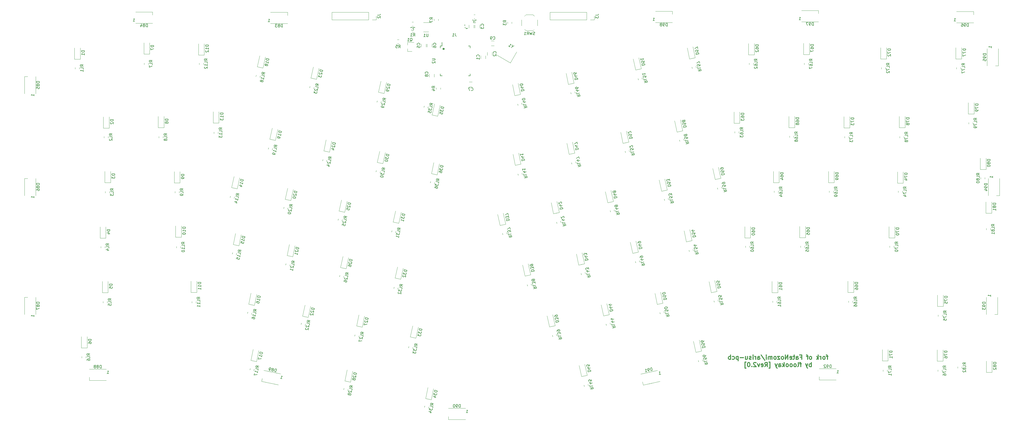
<source format=gbo>
G04 #@! TF.GenerationSoftware,KiCad,Pcbnew,5.1.10*
G04 #@! TF.CreationDate,2021-08-01T15:31:46+12:00*
G04 #@! TF.ProjectId,adelheid,6164656c-6865-4696-942e-6b696361645f,2.0*
G04 #@! TF.SameCoordinates,Original*
G04 #@! TF.FileFunction,Legend,Bot*
G04 #@! TF.FilePolarity,Positive*
%FSLAX46Y46*%
G04 Gerber Fmt 4.6, Leading zero omitted, Abs format (unit mm)*
G04 Created by KiCad (PCBNEW 5.1.10) date 2021-08-01 15:31:46*
%MOMM*%
%LPD*%
G01*
G04 APERTURE LIST*
%ADD10C,0.500000*%
%ADD11C,0.300000*%
%ADD12C,0.120000*%
%ADD13C,0.150000*%
%ADD14C,1.852000*%
%ADD15C,2.007000*%
%ADD16C,2.352000*%
%ADD17C,4.089800*%
%ADD18O,1.802000X1.802000*%
%ADD19C,0.752000*%
%ADD20O,1.102000X2.202000*%
%ADD21O,1.102000X1.702000*%
%ADD22C,3.150000*%
%ADD23C,4.502000*%
G04 APERTURE END LIST*
D10*
X171450000Y-37937985D02*
X171354761Y-38033223D01*
X171450000Y-38128461D01*
X171545238Y-38033223D01*
X171450000Y-37937985D01*
X171450000Y-38128461D01*
D11*
X304432714Y-144580571D02*
X303861285Y-144580571D01*
X304218428Y-145580571D02*
X304218428Y-144294857D01*
X304147000Y-144152000D01*
X304004142Y-144080571D01*
X303861285Y-144080571D01*
X303147000Y-145580571D02*
X303289857Y-145509142D01*
X303361285Y-145437714D01*
X303432714Y-145294857D01*
X303432714Y-144866285D01*
X303361285Y-144723428D01*
X303289857Y-144652000D01*
X303147000Y-144580571D01*
X302932714Y-144580571D01*
X302789857Y-144652000D01*
X302718428Y-144723428D01*
X302647000Y-144866285D01*
X302647000Y-145294857D01*
X302718428Y-145437714D01*
X302789857Y-145509142D01*
X302932714Y-145580571D01*
X303147000Y-145580571D01*
X302004142Y-145580571D02*
X302004142Y-144580571D01*
X302004142Y-144866285D02*
X301932714Y-144723428D01*
X301861285Y-144652000D01*
X301718428Y-144580571D01*
X301575571Y-144580571D01*
X301075571Y-145580571D02*
X301075571Y-144080571D01*
X300932714Y-145009142D02*
X300504142Y-145580571D01*
X300504142Y-144580571D02*
X301075571Y-145152000D01*
X298504142Y-145580571D02*
X298647000Y-145509142D01*
X298718428Y-145437714D01*
X298789857Y-145294857D01*
X298789857Y-144866285D01*
X298718428Y-144723428D01*
X298647000Y-144652000D01*
X298504142Y-144580571D01*
X298289857Y-144580571D01*
X298147000Y-144652000D01*
X298075571Y-144723428D01*
X298004142Y-144866285D01*
X298004142Y-145294857D01*
X298075571Y-145437714D01*
X298147000Y-145509142D01*
X298289857Y-145580571D01*
X298504142Y-145580571D01*
X297575571Y-144580571D02*
X297004142Y-144580571D01*
X297361285Y-145580571D02*
X297361285Y-144294857D01*
X297289857Y-144152000D01*
X297147000Y-144080571D01*
X297004142Y-144080571D01*
X294861285Y-144794857D02*
X295361285Y-144794857D01*
X295361285Y-145580571D02*
X295361285Y-144080571D01*
X294647000Y-144080571D01*
X293432714Y-145580571D02*
X293432714Y-144794857D01*
X293504142Y-144652000D01*
X293647000Y-144580571D01*
X293932714Y-144580571D01*
X294075571Y-144652000D01*
X293432714Y-145509142D02*
X293575571Y-145580571D01*
X293932714Y-145580571D01*
X294075571Y-145509142D01*
X294147000Y-145366285D01*
X294147000Y-145223428D01*
X294075571Y-145080571D01*
X293932714Y-145009142D01*
X293575571Y-145009142D01*
X293432714Y-144937714D01*
X292932714Y-144580571D02*
X292361285Y-144580571D01*
X292718428Y-144080571D02*
X292718428Y-145366285D01*
X292647000Y-145509142D01*
X292504142Y-145580571D01*
X292361285Y-145580571D01*
X291289857Y-145509142D02*
X291432714Y-145580571D01*
X291718428Y-145580571D01*
X291861285Y-145509142D01*
X291932714Y-145366285D01*
X291932714Y-144794857D01*
X291861285Y-144652000D01*
X291718428Y-144580571D01*
X291432714Y-144580571D01*
X291289857Y-144652000D01*
X291218428Y-144794857D01*
X291218428Y-144937714D01*
X291932714Y-145080571D01*
X290575571Y-145580571D02*
X290575571Y-144080571D01*
X289718428Y-145580571D01*
X289718428Y-144080571D01*
X288789857Y-145580571D02*
X288932714Y-145509142D01*
X289004142Y-145437714D01*
X289075571Y-145294857D01*
X289075571Y-144866285D01*
X289004142Y-144723428D01*
X288932714Y-144652000D01*
X288789857Y-144580571D01*
X288575571Y-144580571D01*
X288432714Y-144652000D01*
X288361285Y-144723428D01*
X288289857Y-144866285D01*
X288289857Y-145294857D01*
X288361285Y-145437714D01*
X288432714Y-145509142D01*
X288575571Y-145580571D01*
X288789857Y-145580571D01*
X287789857Y-144580571D02*
X287004142Y-144580571D01*
X287789857Y-145580571D01*
X287004142Y-145580571D01*
X286218428Y-145580571D02*
X286361285Y-145509142D01*
X286432714Y-145437714D01*
X286504142Y-145294857D01*
X286504142Y-144866285D01*
X286432714Y-144723428D01*
X286361285Y-144652000D01*
X286218428Y-144580571D01*
X286004142Y-144580571D01*
X285861285Y-144652000D01*
X285789857Y-144723428D01*
X285718428Y-144866285D01*
X285718428Y-145294857D01*
X285789857Y-145437714D01*
X285861285Y-145509142D01*
X286004142Y-145580571D01*
X286218428Y-145580571D01*
X285075571Y-145580571D02*
X285075571Y-144580571D01*
X285075571Y-144723428D02*
X285004142Y-144652000D01*
X284861285Y-144580571D01*
X284647000Y-144580571D01*
X284504142Y-144652000D01*
X284432714Y-144794857D01*
X284432714Y-145580571D01*
X284432714Y-144794857D02*
X284361285Y-144652000D01*
X284218428Y-144580571D01*
X284004142Y-144580571D01*
X283861285Y-144652000D01*
X283789857Y-144794857D01*
X283789857Y-145580571D01*
X283075571Y-145580571D02*
X283075571Y-144580571D01*
X283075571Y-144080571D02*
X283147000Y-144152000D01*
X283075571Y-144223428D01*
X283004142Y-144152000D01*
X283075571Y-144080571D01*
X283075571Y-144223428D01*
X281289857Y-144009142D02*
X282575571Y-145937714D01*
X280147000Y-145580571D02*
X280147000Y-144794857D01*
X280218428Y-144652000D01*
X280361285Y-144580571D01*
X280647000Y-144580571D01*
X280789857Y-144652000D01*
X280147000Y-145509142D02*
X280289857Y-145580571D01*
X280647000Y-145580571D01*
X280789857Y-145509142D01*
X280861285Y-145366285D01*
X280861285Y-145223428D01*
X280789857Y-145080571D01*
X280647000Y-145009142D01*
X280289857Y-145009142D01*
X280147000Y-144937714D01*
X279432714Y-145580571D02*
X279432714Y-144580571D01*
X279432714Y-144866285D02*
X279361285Y-144723428D01*
X279289857Y-144652000D01*
X279147000Y-144580571D01*
X279004142Y-144580571D01*
X278504142Y-145580571D02*
X278504142Y-144580571D01*
X278504142Y-144080571D02*
X278575571Y-144152000D01*
X278504142Y-144223428D01*
X278432714Y-144152000D01*
X278504142Y-144080571D01*
X278504142Y-144223428D01*
X277861285Y-145509142D02*
X277718428Y-145580571D01*
X277432714Y-145580571D01*
X277289857Y-145509142D01*
X277218428Y-145366285D01*
X277218428Y-145294857D01*
X277289857Y-145152000D01*
X277432714Y-145080571D01*
X277647000Y-145080571D01*
X277789857Y-145009142D01*
X277861285Y-144866285D01*
X277861285Y-144794857D01*
X277789857Y-144652000D01*
X277647000Y-144580571D01*
X277432714Y-144580571D01*
X277289857Y-144652000D01*
X275932714Y-144580571D02*
X275932714Y-145580571D01*
X276575571Y-144580571D02*
X276575571Y-145366285D01*
X276504142Y-145509142D01*
X276361285Y-145580571D01*
X276147000Y-145580571D01*
X276004142Y-145509142D01*
X275932714Y-145437714D01*
X275218428Y-145009142D02*
X274075571Y-145009142D01*
X273361285Y-144580571D02*
X273361285Y-146080571D01*
X273361285Y-144652000D02*
X273218428Y-144580571D01*
X272932714Y-144580571D01*
X272789857Y-144652000D01*
X272718428Y-144723428D01*
X272647000Y-144866285D01*
X272647000Y-145294857D01*
X272718428Y-145437714D01*
X272789857Y-145509142D01*
X272932714Y-145580571D01*
X273218428Y-145580571D01*
X273361285Y-145509142D01*
X271361285Y-145509142D02*
X271504142Y-145580571D01*
X271789857Y-145580571D01*
X271932714Y-145509142D01*
X272004142Y-145437714D01*
X272075571Y-145294857D01*
X272075571Y-144866285D01*
X272004142Y-144723428D01*
X271932714Y-144652000D01*
X271789857Y-144580571D01*
X271504142Y-144580571D01*
X271361285Y-144652000D01*
X270718428Y-145580571D02*
X270718428Y-144080571D01*
X270718428Y-144652000D02*
X270575571Y-144580571D01*
X270289857Y-144580571D01*
X270147000Y-144652000D01*
X270075571Y-144723428D01*
X270004142Y-144866285D01*
X270004142Y-145294857D01*
X270075571Y-145437714D01*
X270147000Y-145509142D01*
X270289857Y-145580571D01*
X270575571Y-145580571D01*
X270718428Y-145509142D01*
X298647000Y-148130571D02*
X298647000Y-146630571D01*
X298647000Y-147202000D02*
X298504142Y-147130571D01*
X298218428Y-147130571D01*
X298075571Y-147202000D01*
X298004142Y-147273428D01*
X297932714Y-147416285D01*
X297932714Y-147844857D01*
X298004142Y-147987714D01*
X298075571Y-148059142D01*
X298218428Y-148130571D01*
X298504142Y-148130571D01*
X298647000Y-148059142D01*
X297432714Y-147130571D02*
X297075571Y-148130571D01*
X296718428Y-147130571D02*
X297075571Y-148130571D01*
X297218428Y-148487714D01*
X297289857Y-148559142D01*
X297432714Y-148630571D01*
X295218428Y-147130571D02*
X294647000Y-147130571D01*
X295004142Y-148130571D02*
X295004142Y-146844857D01*
X294932714Y-146702000D01*
X294789857Y-146630571D01*
X294647000Y-146630571D01*
X293932714Y-148130571D02*
X294075571Y-148059142D01*
X294147000Y-147916285D01*
X294147000Y-146630571D01*
X293147000Y-148130571D02*
X293289857Y-148059142D01*
X293361285Y-147987714D01*
X293432714Y-147844857D01*
X293432714Y-147416285D01*
X293361285Y-147273428D01*
X293289857Y-147202000D01*
X293147000Y-147130571D01*
X292932714Y-147130571D01*
X292789857Y-147202000D01*
X292718428Y-147273428D01*
X292647000Y-147416285D01*
X292647000Y-147844857D01*
X292718428Y-147987714D01*
X292789857Y-148059142D01*
X292932714Y-148130571D01*
X293147000Y-148130571D01*
X291789857Y-148130571D02*
X291932714Y-148059142D01*
X292004142Y-147987714D01*
X292075571Y-147844857D01*
X292075571Y-147416285D01*
X292004142Y-147273428D01*
X291932714Y-147202000D01*
X291789857Y-147130571D01*
X291575571Y-147130571D01*
X291432714Y-147202000D01*
X291361285Y-147273428D01*
X291289857Y-147416285D01*
X291289857Y-147844857D01*
X291361285Y-147987714D01*
X291432714Y-148059142D01*
X291575571Y-148130571D01*
X291789857Y-148130571D01*
X290432714Y-148130571D02*
X290575571Y-148059142D01*
X290647000Y-147987714D01*
X290718428Y-147844857D01*
X290718428Y-147416285D01*
X290647000Y-147273428D01*
X290575571Y-147202000D01*
X290432714Y-147130571D01*
X290218428Y-147130571D01*
X290075571Y-147202000D01*
X290004142Y-147273428D01*
X289932714Y-147416285D01*
X289932714Y-147844857D01*
X290004142Y-147987714D01*
X290075571Y-148059142D01*
X290218428Y-148130571D01*
X290432714Y-148130571D01*
X289289857Y-148130571D02*
X289289857Y-146630571D01*
X289147000Y-147559142D02*
X288718428Y-148130571D01*
X288718428Y-147130571D02*
X289289857Y-147702000D01*
X287432714Y-148130571D02*
X287432714Y-147344857D01*
X287504142Y-147202000D01*
X287647000Y-147130571D01*
X287932714Y-147130571D01*
X288075571Y-147202000D01*
X287432714Y-148059142D02*
X287575571Y-148130571D01*
X287932714Y-148130571D01*
X288075571Y-148059142D01*
X288147000Y-147916285D01*
X288147000Y-147773428D01*
X288075571Y-147630571D01*
X287932714Y-147559142D01*
X287575571Y-147559142D01*
X287432714Y-147487714D01*
X286861285Y-147130571D02*
X286504142Y-148130571D01*
X286147000Y-147130571D02*
X286504142Y-148130571D01*
X286647000Y-148487714D01*
X286718428Y-148559142D01*
X286861285Y-148630571D01*
X284004142Y-148630571D02*
X284361285Y-148630571D01*
X284361285Y-146487714D01*
X284004142Y-146487714D01*
X282575571Y-148130571D02*
X283075571Y-147416285D01*
X283432714Y-148130571D02*
X283432714Y-146630571D01*
X282861285Y-146630571D01*
X282718428Y-146702000D01*
X282647000Y-146773428D01*
X282575571Y-146916285D01*
X282575571Y-147130571D01*
X282647000Y-147273428D01*
X282718428Y-147344857D01*
X282861285Y-147416285D01*
X283432714Y-147416285D01*
X281361285Y-148059142D02*
X281504142Y-148130571D01*
X281789857Y-148130571D01*
X281932714Y-148059142D01*
X282004142Y-147916285D01*
X282004142Y-147344857D01*
X281932714Y-147202000D01*
X281789857Y-147130571D01*
X281504142Y-147130571D01*
X281361285Y-147202000D01*
X281289857Y-147344857D01*
X281289857Y-147487714D01*
X282004142Y-147630571D01*
X280789857Y-147130571D02*
X280432714Y-148130571D01*
X280075571Y-147130571D01*
X279575571Y-146773428D02*
X279504142Y-146702000D01*
X279361285Y-146630571D01*
X279004142Y-146630571D01*
X278861285Y-146702000D01*
X278789857Y-146773428D01*
X278718428Y-146916285D01*
X278718428Y-147059142D01*
X278789857Y-147273428D01*
X279647000Y-148130571D01*
X278718428Y-148130571D01*
X278075571Y-147987714D02*
X278004142Y-148059142D01*
X278075571Y-148130571D01*
X278147000Y-148059142D01*
X278075571Y-147987714D01*
X278075571Y-148130571D01*
X277075571Y-146630571D02*
X276932714Y-146630571D01*
X276789857Y-146702000D01*
X276718428Y-146773428D01*
X276647000Y-146916285D01*
X276575571Y-147202000D01*
X276575571Y-147559142D01*
X276647000Y-147844857D01*
X276718428Y-147987714D01*
X276789857Y-148059142D01*
X276932714Y-148130571D01*
X277075571Y-148130571D01*
X277218428Y-148059142D01*
X277289857Y-147987714D01*
X277361285Y-147844857D01*
X277432714Y-147559142D01*
X277432714Y-147202000D01*
X277361285Y-146916285D01*
X277289857Y-146773428D01*
X277218428Y-146702000D01*
X277075571Y-146630571D01*
X276075571Y-148630571D02*
X275718428Y-148630571D01*
X275718428Y-146487714D01*
X276075571Y-146487714D01*
D12*
X250600000Y-24974000D02*
X250600000Y-26049000D01*
X244700000Y-24974000D02*
X250600000Y-24974000D01*
X244700000Y-28874000D02*
X250600000Y-28874000D01*
X301146000Y-24720000D02*
X301146000Y-25795000D01*
X295246000Y-24720000D02*
X301146000Y-24720000D01*
X295246000Y-28620000D02*
X301146000Y-28620000D01*
X354768000Y-25115000D02*
X354768000Y-26190000D01*
X348868000Y-25115000D02*
X354768000Y-25115000D01*
X348868000Y-29015000D02*
X354768000Y-29015000D01*
X363392000Y-43844000D02*
X362317000Y-43844000D01*
X363392000Y-37944000D02*
X363392000Y-43844000D01*
X359492000Y-37944000D02*
X359492000Y-43844000D01*
X363787000Y-88830000D02*
X362712000Y-88830000D01*
X363787000Y-82930000D02*
X363787000Y-88830000D01*
X359887000Y-82930000D02*
X359887000Y-88830000D01*
X363138000Y-129950000D02*
X362063000Y-129950000D01*
X363138000Y-124050000D02*
X363138000Y-129950000D01*
X359238000Y-124050000D02*
X359238000Y-129950000D01*
X301342000Y-152685000D02*
X301342000Y-151610000D01*
X307242000Y-152685000D02*
X301342000Y-152685000D01*
X307242000Y-148785000D02*
X301342000Y-148785000D01*
X240482211Y-154428693D02*
X240258706Y-153377185D01*
X246253282Y-153202014D02*
X240482211Y-154428693D01*
X245442427Y-149387239D02*
X239671356Y-150613918D01*
X173100000Y-166429000D02*
X173100000Y-165354000D01*
X179000000Y-166429000D02*
X173100000Y-166429000D01*
X179000000Y-162529000D02*
X173100000Y-162529000D01*
X108469037Y-153186048D02*
X108692542Y-152134540D01*
X114240108Y-154412727D02*
X108469037Y-153186048D01*
X115050963Y-150597952D02*
X109279892Y-149371273D01*
X48866000Y-152826000D02*
X48866000Y-151751000D01*
X54766000Y-152826000D02*
X48866000Y-152826000D01*
X54766000Y-148926000D02*
X48866000Y-148926000D01*
X26498000Y-124050000D02*
X27573000Y-124050000D01*
X26498000Y-129950000D02*
X26498000Y-124050000D01*
X30398000Y-129950000D02*
X30398000Y-124050000D01*
X26498000Y-82902000D02*
X27573000Y-82902000D01*
X26498000Y-88802000D02*
X26498000Y-82902000D01*
X30398000Y-88802000D02*
X30398000Y-82902000D01*
X26498000Y-47596000D02*
X27573000Y-47596000D01*
X26498000Y-53496000D02*
X26498000Y-47596000D01*
X30398000Y-53496000D02*
X30398000Y-47596000D01*
X70768000Y-25228000D02*
X70768000Y-26303000D01*
X64868000Y-25228000D02*
X70768000Y-25228000D01*
X64868000Y-29128000D02*
X70768000Y-29128000D01*
X117476000Y-25341000D02*
X117476000Y-26416000D01*
X111576000Y-25341000D02*
X117476000Y-25341000D01*
X111576000Y-29241000D02*
X117476000Y-29241000D01*
X168175000Y-27728936D02*
X168175000Y-28183064D01*
X169645000Y-27728936D02*
X169645000Y-28183064D01*
X181890936Y-27659000D02*
X182345064Y-27659000D01*
X181890936Y-26189000D02*
X182345064Y-26189000D01*
X208220000Y-28000000D02*
X208220000Y-25340000D01*
X220980000Y-28000000D02*
X208220000Y-28000000D01*
X220980000Y-25340000D02*
X208220000Y-25340000D01*
X220980000Y-28000000D02*
X220980000Y-25340000D01*
X222250000Y-28000000D02*
X223580000Y-28000000D01*
X223580000Y-28000000D02*
X223580000Y-26670000D01*
X132782000Y-28000000D02*
X132782000Y-25340000D01*
X145542000Y-28000000D02*
X132782000Y-28000000D01*
X145542000Y-25340000D02*
X132782000Y-25340000D01*
X145542000Y-28000000D02*
X145542000Y-25340000D01*
X146812000Y-28000000D02*
X148142000Y-28000000D01*
X148142000Y-28000000D02*
X148142000Y-26670000D01*
X349302000Y-148606252D02*
X349302000Y-148083748D01*
X350722000Y-148606252D02*
X350722000Y-148083748D01*
X359208000Y-100727252D02*
X359208000Y-100204748D01*
X360628000Y-100727252D02*
X360628000Y-100204748D01*
X357303000Y-83056252D02*
X357303000Y-82533748D01*
X358723000Y-83056252D02*
X358723000Y-82533748D01*
X353112000Y-64006252D02*
X353112000Y-63483748D01*
X354532000Y-64006252D02*
X354532000Y-63483748D01*
X329236000Y-68832252D02*
X329236000Y-68309748D01*
X330656000Y-68832252D02*
X330656000Y-68309748D01*
X348921000Y-44974252D02*
X348921000Y-44451748D01*
X350341000Y-44974252D02*
X350341000Y-44451748D01*
X342444000Y-149731252D02*
X342444000Y-149208748D01*
X343864000Y-149731252D02*
X343864000Y-149208748D01*
X342571000Y-130681252D02*
X342571000Y-130158748D01*
X343991000Y-130681252D02*
X343991000Y-130158748D01*
X328728000Y-87755252D02*
X328728000Y-87232748D01*
X330148000Y-87755252D02*
X330148000Y-87232748D01*
X310186000Y-68850252D02*
X310186000Y-68327748D01*
X311606000Y-68850252D02*
X311606000Y-68327748D01*
X322886000Y-44956252D02*
X322886000Y-44433748D01*
X324306000Y-44956252D02*
X324306000Y-44433748D01*
X323521000Y-149731252D02*
X323521000Y-149208748D01*
X324941000Y-149731252D02*
X324941000Y-149208748D01*
X325807000Y-106805252D02*
X325807000Y-106282748D01*
X327227000Y-106805252D02*
X327227000Y-106282748D01*
X304852000Y-87755252D02*
X304852000Y-87232748D01*
X306272000Y-87755252D02*
X306272000Y-87232748D01*
X291136000Y-68705252D02*
X291136000Y-68182748D01*
X292556000Y-68705252D02*
X292556000Y-68182748D01*
X296216000Y-43450252D02*
X296216000Y-42927748D01*
X297636000Y-43450252D02*
X297636000Y-42927748D01*
X311583000Y-125855252D02*
X311583000Y-125332748D01*
X313003000Y-125855252D02*
X313003000Y-125332748D01*
X294946000Y-106814252D02*
X294946000Y-106291748D01*
X296366000Y-106814252D02*
X296366000Y-106291748D01*
X285802000Y-87773252D02*
X285802000Y-87250748D01*
X287222000Y-87773252D02*
X287222000Y-87250748D01*
X272213000Y-67181252D02*
X272213000Y-66658748D01*
X273633000Y-67181252D02*
X273633000Y-66658748D01*
X277166000Y-43441252D02*
X277166000Y-42918748D01*
X278586000Y-43441252D02*
X278586000Y-42918748D01*
X285294000Y-125855252D02*
X285294000Y-125332748D01*
X286714000Y-125855252D02*
X286714000Y-125332748D01*
X275896000Y-106805252D02*
X275896000Y-106282748D01*
X277316000Y-106805252D02*
X277316000Y-106282748D01*
X266272942Y-86622761D02*
X266164307Y-86111675D01*
X267661911Y-86327527D02*
X267553276Y-85816441D01*
X253146724Y-70012559D02*
X253038089Y-69501473D01*
X254535693Y-69717325D02*
X254427058Y-69206239D01*
X257464724Y-44853160D02*
X257356089Y-44342074D01*
X258853693Y-44557926D02*
X258745058Y-44046840D01*
X259668942Y-146439761D02*
X259560307Y-145928675D01*
X261057911Y-146144527D02*
X260949276Y-145633441D01*
X265084724Y-125765559D02*
X264976089Y-125254473D01*
X266473693Y-125470325D02*
X266365058Y-124959239D01*
X256448724Y-108239559D02*
X256340089Y-107728473D01*
X257837693Y-107944325D02*
X257729058Y-107433239D01*
X247857942Y-90559761D02*
X247749307Y-90048675D01*
X249246911Y-90264527D02*
X249138276Y-89753441D01*
X234350724Y-73949559D02*
X234242089Y-73438473D01*
X235739693Y-73654325D02*
X235631058Y-73143239D01*
X238795724Y-48803559D02*
X238687089Y-48292473D01*
X240184693Y-48508325D02*
X240076058Y-47997239D01*
X246374833Y-129816160D02*
X246266198Y-129305074D01*
X247763802Y-129520926D02*
X247655167Y-129009840D01*
X237865833Y-112163160D02*
X237757198Y-111652074D01*
X239254802Y-111867926D02*
X239146167Y-111356840D01*
X229143724Y-94523559D02*
X229035089Y-94012473D01*
X230532693Y-94228325D02*
X230424058Y-93717239D01*
X215808724Y-77886559D02*
X215700089Y-77375473D01*
X217197693Y-77591325D02*
X217089058Y-77080239D01*
X215554724Y-53629559D02*
X215446089Y-53118473D01*
X216943693Y-53334325D02*
X216835058Y-52823239D01*
X220126724Y-154975559D02*
X220018089Y-154464473D01*
X221515693Y-154680325D02*
X221407058Y-154169239D01*
X227746724Y-133766559D02*
X227638089Y-133255473D01*
X229135693Y-133471325D02*
X229027058Y-132960239D01*
X219110724Y-116240559D02*
X219002089Y-115729473D01*
X220499693Y-115945325D02*
X220391058Y-115434239D01*
X210601724Y-98460559D02*
X210493089Y-97949473D01*
X211990693Y-98165325D02*
X211882058Y-97654239D01*
X197266724Y-81823559D02*
X197158089Y-81312473D01*
X198655693Y-81528325D02*
X198547058Y-81017239D01*
X197139724Y-57566559D02*
X197031089Y-57055473D01*
X198528693Y-57271325D02*
X198420058Y-56760239D01*
X209163833Y-137690160D02*
X209055198Y-137179074D01*
X210552802Y-137394926D02*
X210444167Y-136883840D01*
X200441724Y-120177559D02*
X200333089Y-119666473D01*
X201830693Y-119882325D02*
X201722058Y-119371239D01*
X191932724Y-102397559D02*
X191824089Y-101886473D01*
X193321693Y-102102325D02*
X193213058Y-101591239D01*
X166850307Y-84449325D02*
X166958942Y-83938239D01*
X168239276Y-84744559D02*
X168347911Y-84233473D01*
X164605198Y-58273926D02*
X164713833Y-57762840D01*
X165994167Y-58569160D02*
X166102802Y-58058074D01*
X164818307Y-162173325D02*
X164926942Y-161662239D01*
X166207276Y-162468559D02*
X166315911Y-161957473D01*
X159312089Y-141572527D02*
X159420724Y-141061441D01*
X160701058Y-141867761D02*
X160809693Y-141356675D01*
X154191198Y-121011926D02*
X154299833Y-120500840D01*
X155580167Y-121307160D02*
X155688802Y-120796074D01*
X153429198Y-101453926D02*
X153537833Y-100942840D01*
X154818167Y-101749160D02*
X154926802Y-101238074D01*
X148054307Y-80639325D02*
X148162942Y-80128239D01*
X149443276Y-80934559D02*
X149551911Y-80423473D01*
X148349198Y-56495926D02*
X148457833Y-55984840D01*
X149738167Y-56791160D02*
X149846802Y-56280074D01*
X136878307Y-156077325D02*
X136986942Y-155566239D01*
X138267276Y-156372559D02*
X138375911Y-155861473D01*
X140688307Y-137535325D02*
X140796942Y-137024239D01*
X142077276Y-137830559D02*
X142185911Y-137319473D01*
X135436089Y-116934527D02*
X135544724Y-116423441D01*
X136825058Y-117229761D02*
X136933693Y-116718675D01*
X134887198Y-97389926D02*
X134995833Y-96878840D01*
X136276167Y-97685160D02*
X136384802Y-97174074D01*
X129553198Y-76815926D02*
X129661833Y-76304840D01*
X130942167Y-77111160D02*
X131050802Y-76600074D01*
X125108198Y-51542926D02*
X125216833Y-51031840D01*
X126497167Y-51838160D02*
X126605802Y-51327074D01*
X122146307Y-133471325D02*
X122254942Y-132960239D01*
X123535276Y-133766559D02*
X123643911Y-133255473D01*
X116812307Y-112897325D02*
X116920942Y-112386239D01*
X118201276Y-113192559D02*
X118309911Y-112681473D01*
X116091198Y-93325926D02*
X116199833Y-92814840D01*
X117480167Y-93621160D02*
X117588802Y-93110074D01*
X110757198Y-72751926D02*
X110865833Y-72240840D01*
X112146167Y-73047160D02*
X112254802Y-72536074D01*
X106515398Y-47580526D02*
X106624033Y-47069440D01*
X107904367Y-47875760D02*
X108013002Y-47364674D01*
X104407198Y-149205926D02*
X104515833Y-148694840D01*
X105796167Y-149501160D02*
X105904802Y-148990074D01*
X103604307Y-129661325D02*
X103712942Y-129150239D01*
X104993276Y-129956559D02*
X105101911Y-129445473D01*
X98311198Y-109073926D02*
X98419833Y-108562840D01*
X99700167Y-109369160D02*
X99808802Y-108858074D01*
X97590089Y-89502527D02*
X97698724Y-88991441D01*
X98979058Y-89797761D02*
X99087693Y-89286675D01*
X92000000Y-67308252D02*
X92000000Y-66785748D01*
X93420000Y-67308252D02*
X93420000Y-66785748D01*
X86920000Y-43432252D02*
X86920000Y-42909748D01*
X88340000Y-43432252D02*
X88340000Y-42909748D01*
X84380000Y-125982252D02*
X84380000Y-125459748D01*
X85800000Y-125982252D02*
X85800000Y-125459748D01*
X79046000Y-106932252D02*
X79046000Y-106409748D01*
X80466000Y-106932252D02*
X80466000Y-106409748D01*
X78538000Y-87900252D02*
X78538000Y-87377748D01*
X79958000Y-87900252D02*
X79958000Y-87377748D01*
X72950000Y-68841252D02*
X72950000Y-68318748D01*
X74370000Y-68841252D02*
X74370000Y-68318748D01*
X67870000Y-43432252D02*
X67870000Y-42909748D01*
X69290000Y-43432252D02*
X69290000Y-42909748D01*
X46280000Y-145032252D02*
X46280000Y-144509748D01*
X47700000Y-145032252D02*
X47700000Y-144509748D01*
X53646000Y-125982252D02*
X53646000Y-125459748D01*
X55066000Y-125982252D02*
X55066000Y-125459748D01*
X52884000Y-106941252D02*
X52884000Y-106418748D01*
X54304000Y-106941252D02*
X54304000Y-106418748D01*
X54408000Y-87882252D02*
X54408000Y-87359748D01*
X55828000Y-87882252D02*
X55828000Y-87359748D01*
X54001600Y-68841252D02*
X54001600Y-68318748D01*
X55421600Y-68841252D02*
X55421600Y-68318748D01*
X43994000Y-44965252D02*
X43994000Y-44442748D01*
X45414000Y-44965252D02*
X45414000Y-44442748D01*
X155449748Y-34850000D02*
X155972252Y-34850000D01*
X155449748Y-36270000D02*
X155972252Y-36270000D01*
X170382000Y-51474748D02*
X170382000Y-51997252D01*
X168962000Y-51474748D02*
X168962000Y-51997252D01*
X195020000Y-28694748D02*
X195020000Y-29217252D01*
X193600000Y-28694748D02*
X193600000Y-29217252D01*
X160520748Y-28754000D02*
X161043252Y-28754000D01*
X160520748Y-30174000D02*
X161043252Y-30174000D01*
X160520748Y-30786000D02*
X161043252Y-30786000D01*
X160520748Y-32206000D02*
X161043252Y-32206000D01*
X159006000Y-38918000D02*
X160466000Y-38918000D01*
X159006000Y-35758000D02*
X161166000Y-35758000D01*
X159006000Y-35758000D02*
X159006000Y-36688000D01*
X159006000Y-38918000D02*
X159006000Y-37988000D01*
X361172000Y-150077000D02*
X361172000Y-146177000D01*
X359172000Y-150077000D02*
X359172000Y-146177000D01*
X361172000Y-150077000D02*
X359172000Y-150077000D01*
X361045000Y-94961000D02*
X361045000Y-91061000D01*
X359045000Y-94961000D02*
X359045000Y-91061000D01*
X361045000Y-94961000D02*
X359045000Y-94961000D01*
X359089200Y-79783500D02*
X359089200Y-75883500D01*
X357089200Y-79783500D02*
X357089200Y-75883500D01*
X359089200Y-79783500D02*
X357089200Y-79783500D01*
X354936300Y-60593800D02*
X354936300Y-56693800D01*
X352936300Y-60593800D02*
X352936300Y-56693800D01*
X354936300Y-60593800D02*
X352936300Y-60593800D01*
X331098400Y-65318200D02*
X331098400Y-61418200D01*
X329098400Y-65318200D02*
X329098400Y-61418200D01*
X331098400Y-65318200D02*
X329098400Y-65318200D01*
X350631000Y-41493000D02*
X350631000Y-37593000D01*
X348631000Y-41493000D02*
X348631000Y-37593000D01*
X350631000Y-41493000D02*
X348631000Y-41493000D01*
X344217500Y-146128300D02*
X344217500Y-142228300D01*
X342217500Y-146128300D02*
X342217500Y-142228300D01*
X344217500Y-146128300D02*
X342217500Y-146128300D01*
X344293700Y-127192600D02*
X344293700Y-123292600D01*
X342293700Y-127192600D02*
X342293700Y-123292600D01*
X344293700Y-127192600D02*
X342293700Y-127192600D01*
X330438000Y-84495200D02*
X330438000Y-80595200D01*
X328438000Y-84495200D02*
X328438000Y-80595200D01*
X330438000Y-84495200D02*
X328438000Y-84495200D01*
X311959500Y-65370000D02*
X311959500Y-61470000D01*
X309959500Y-65370000D02*
X309959500Y-61470000D01*
X311959500Y-65370000D02*
X309959500Y-65370000D01*
X324634100Y-41543800D02*
X324634100Y-37643800D01*
X322634100Y-41543800D02*
X322634100Y-37643800D01*
X324634100Y-41543800D02*
X322634100Y-41543800D01*
X325205600Y-146115600D02*
X325205600Y-142215600D01*
X323205600Y-146115600D02*
X323205600Y-142215600D01*
X325205600Y-146115600D02*
X323205600Y-146115600D01*
X327529700Y-103507100D02*
X327529700Y-99607100D01*
X325529700Y-103507100D02*
X325529700Y-99607100D01*
X327529700Y-103507100D02*
X325529700Y-103507100D01*
X306562000Y-84317400D02*
X306562000Y-80417400D01*
X304562000Y-84317400D02*
X304562000Y-80417400D01*
X306562000Y-84317400D02*
X304562000Y-84317400D01*
X292922200Y-65292800D02*
X292922200Y-61392800D01*
X290922200Y-65292800D02*
X290922200Y-61392800D01*
X292922200Y-65292800D02*
X290922200Y-65292800D01*
X297964100Y-40007100D02*
X297964100Y-36107100D01*
X295964100Y-40007100D02*
X295964100Y-36107100D01*
X297964100Y-40007100D02*
X295964100Y-40007100D01*
X313293000Y-122391000D02*
X313293000Y-118491000D01*
X311293000Y-122391000D02*
X311293000Y-118491000D01*
X313293000Y-122391000D02*
X311293000Y-122391000D01*
X296605200Y-103376400D02*
X296605200Y-99476400D01*
X294605200Y-103376400D02*
X294605200Y-99476400D01*
X296605200Y-103376400D02*
X294605200Y-103376400D01*
X287524700Y-84330100D02*
X287524700Y-80430100D01*
X285524700Y-84330100D02*
X285524700Y-80430100D01*
X287524700Y-84330100D02*
X285524700Y-84330100D01*
X273897600Y-63807900D02*
X273897600Y-59907900D01*
X271897600Y-63807900D02*
X271897600Y-59907900D01*
X273897600Y-63807900D02*
X271897600Y-63807900D01*
X278926800Y-40070600D02*
X278926800Y-36170600D01*
X276926800Y-40070600D02*
X276926800Y-36170600D01*
X278926800Y-40070600D02*
X276926800Y-40070600D01*
X287042100Y-122468200D02*
X287042100Y-118568200D01*
X285042100Y-122468200D02*
X285042100Y-118568200D01*
X287042100Y-122468200D02*
X285042100Y-122468200D01*
X277631400Y-103507100D02*
X277631400Y-99607100D01*
X275631400Y-103507100D02*
X275631400Y-99607100D01*
X277631400Y-103507100D02*
X275631400Y-103507100D01*
X267329243Y-82855485D02*
X266518387Y-79040710D01*
X265372948Y-83271309D02*
X264562092Y-79456533D01*
X267329243Y-82855485D02*
X265372948Y-83271309D01*
X254150889Y-66372460D02*
X253340033Y-62557685D01*
X252194594Y-66788284D02*
X251383738Y-62973508D01*
X254150889Y-66372460D02*
X252194594Y-66788284D01*
X258493949Y-41108920D02*
X257683093Y-37294145D01*
X256537654Y-41524744D02*
X255726798Y-37709968D01*
X258493949Y-41108920D02*
X256537654Y-41524744D01*
X260670782Y-142694990D02*
X259859926Y-138880215D01*
X258714487Y-143110814D02*
X257903631Y-139296038D01*
X260670782Y-142694990D02*
X258714487Y-143110814D01*
X266024895Y-122044976D02*
X265214039Y-118230201D01*
X264068600Y-122460800D02*
X263257744Y-118646024D01*
X266024895Y-122044976D02*
X264068600Y-122460800D01*
X257388895Y-104391976D02*
X256578039Y-100577201D01*
X255432600Y-104807800D02*
X254621744Y-100993024D01*
X257388895Y-104391976D02*
X255432600Y-104807800D01*
X248802102Y-86858122D02*
X247991246Y-83043347D01*
X246845807Y-87273946D02*
X246034951Y-83459170D01*
X248802102Y-86858122D02*
X246845807Y-87273946D01*
X235469003Y-70281864D02*
X234658147Y-66467089D01*
X233512708Y-70697688D02*
X232701852Y-66882912D01*
X235469003Y-70281864D02*
X233512708Y-70697688D01*
X239824949Y-44918920D02*
X239014093Y-41104145D01*
X237868654Y-45334744D02*
X237057798Y-41519968D01*
X239824949Y-44918920D02*
X237868654Y-45334744D01*
X247317949Y-126071920D02*
X246507093Y-122257145D01*
X245361654Y-126487744D02*
X244550798Y-122672968D01*
X247317949Y-126071920D02*
X245361654Y-126487744D01*
X238809738Y-108429348D02*
X237998882Y-104614573D01*
X236853443Y-108845172D02*
X236042587Y-105030396D01*
X238809738Y-108429348D02*
X236853443Y-108845172D01*
X230172949Y-90892920D02*
X229362093Y-87078145D01*
X228216654Y-91308744D02*
X227405798Y-87493968D01*
X230172949Y-90892920D02*
X228216654Y-91308744D01*
X216837949Y-74128920D02*
X216027093Y-70314145D01*
X214881654Y-74544744D02*
X214070798Y-70729968D01*
X216837949Y-74128920D02*
X214881654Y-74544744D01*
X216583949Y-49871920D02*
X215773093Y-46057145D01*
X214627654Y-50287744D02*
X213816798Y-46472968D01*
X216583949Y-49871920D02*
X214627654Y-50287744D01*
X221110177Y-151044506D02*
X220299321Y-147229731D01*
X219153882Y-151460330D02*
X218343026Y-147645554D01*
X221110177Y-151044506D02*
X219153882Y-151460330D01*
X228737220Y-130061002D02*
X227926364Y-126246227D01*
X226780925Y-130476826D02*
X225970069Y-126662050D01*
X228737220Y-130061002D02*
X226780925Y-130476826D01*
X220151077Y-112455621D02*
X219340221Y-108640846D01*
X218194782Y-112871445D02*
X217383926Y-109056669D01*
X220151077Y-112455621D02*
X218194782Y-112871445D01*
X211425043Y-94722537D02*
X210614187Y-90907762D01*
X209468748Y-95138361D02*
X208657892Y-91323585D01*
X211425043Y-94722537D02*
X209468748Y-95138361D01*
X198200383Y-77933285D02*
X197389527Y-74118510D01*
X196244088Y-78349109D02*
X195433232Y-74534333D01*
X198200383Y-77933285D02*
X196244088Y-78349109D01*
X198041949Y-53808920D02*
X197231093Y-49994145D01*
X196085654Y-54224744D02*
X195274798Y-50409968D01*
X198041949Y-53808920D02*
X196085654Y-54224744D01*
X210023542Y-133878445D02*
X209212686Y-130063670D01*
X208067247Y-134294269D02*
X207256391Y-130479493D01*
X210023542Y-133878445D02*
X208067247Y-134294269D01*
X201527265Y-116294968D02*
X200716409Y-112480193D01*
X199570970Y-116710792D02*
X198760114Y-112896016D01*
X201527265Y-116294968D02*
X199570970Y-116710792D01*
X192924003Y-98729864D02*
X192113147Y-94915089D01*
X190967708Y-99145688D02*
X190156852Y-95330912D01*
X192924003Y-98729864D02*
X190967708Y-99145688D01*
X169198873Y-81663218D02*
X170009729Y-77848442D01*
X167242578Y-81247394D02*
X168053434Y-77432619D01*
X169198873Y-81663218D02*
X167242578Y-81247394D01*
X169420346Y-61336744D02*
X170231202Y-57521968D01*
X167464051Y-60920920D02*
X168274907Y-57106145D01*
X169420346Y-61336744D02*
X167464051Y-60920920D01*
X167170318Y-159540323D02*
X167981174Y-155725547D01*
X165214023Y-159124499D02*
X166024879Y-155309724D01*
X167170318Y-159540323D02*
X165214023Y-159124499D01*
X161889400Y-138208800D02*
X162700256Y-134394024D01*
X159933105Y-137792976D02*
X160743961Y-133978201D01*
X161889400Y-138208800D02*
X159933105Y-137792976D01*
X156631292Y-117814688D02*
X157442148Y-113999912D01*
X154674997Y-117398864D02*
X155485853Y-113584089D01*
X156631292Y-117814688D02*
X154674997Y-117398864D01*
X155958346Y-98420744D02*
X156769202Y-94605968D01*
X154002051Y-98004920D02*
X154812907Y-94190145D01*
X155958346Y-98420744D02*
X154002051Y-98004920D01*
X150456253Y-77758640D02*
X151267109Y-73943864D01*
X148499958Y-77342816D02*
X149310814Y-73528041D01*
X150456253Y-77758640D02*
X148499958Y-77342816D01*
X150878346Y-53462744D02*
X151689202Y-49647968D01*
X148922051Y-53046920D02*
X149732907Y-49232145D01*
X150878346Y-53462744D02*
X148922051Y-53046920D01*
X139236740Y-153473221D02*
X140047596Y-149658445D01*
X137280445Y-153057397D02*
X138091301Y-149242622D01*
X139236740Y-153473221D02*
X137280445Y-153057397D01*
X143275632Y-134425425D02*
X144086488Y-130610649D01*
X141319337Y-134009601D02*
X142130193Y-130194826D01*
X143275632Y-134425425D02*
X141319337Y-134009601D01*
X137759016Y-114170479D02*
X138569872Y-110355703D01*
X135802721Y-113754655D02*
X136613577Y-109939880D01*
X137759016Y-114170479D02*
X135802721Y-113754655D01*
X137226867Y-94559940D02*
X138037723Y-90745164D01*
X135270572Y-94144116D02*
X136081428Y-90329341D01*
X137226867Y-94559940D02*
X135270572Y-94144116D01*
X131943592Y-73760308D02*
X132754448Y-69945532D01*
X129987297Y-73344484D02*
X130798153Y-69529709D01*
X131943592Y-73760308D02*
X129987297Y-73344484D01*
X127510346Y-48560544D02*
X128321202Y-44745768D01*
X125554051Y-48144720D02*
X126364907Y-44329945D01*
X127510346Y-48560544D02*
X125554051Y-48144720D01*
X124627292Y-131022688D02*
X125438148Y-127207912D01*
X122670997Y-130606864D02*
X123481853Y-126792089D01*
X124627292Y-131022688D02*
X122670997Y-130606864D01*
X119254077Y-110029634D02*
X120064933Y-106214858D01*
X117297782Y-109613810D02*
X118108638Y-105799035D01*
X119254077Y-110029634D02*
X117297782Y-109613810D01*
X118620346Y-90546744D02*
X119431202Y-86731968D01*
X116664051Y-90130920D02*
X117474907Y-86316145D01*
X118620346Y-90546744D02*
X116664051Y-90130920D01*
X113286346Y-69718744D02*
X114097202Y-65903968D01*
X111330051Y-69302920D02*
X112140907Y-65488145D01*
X113286346Y-69718744D02*
X111330051Y-69302920D01*
X108942946Y-44623544D02*
X109753802Y-40808768D01*
X106986651Y-44207720D02*
X107797507Y-40392945D01*
X108942946Y-44623544D02*
X106986651Y-44207720D01*
X106715947Y-146316781D02*
X107526803Y-142502005D01*
X104759652Y-145900957D02*
X105570508Y-142086182D01*
X106715947Y-146316781D02*
X104759652Y-145900957D01*
X105968440Y-126849128D02*
X106779296Y-123034352D01*
X104012145Y-126433304D02*
X104823001Y-122618529D01*
X105968440Y-126849128D02*
X104012145Y-126433304D01*
X100616544Y-106180343D02*
X101427400Y-102365567D01*
X98660249Y-105764519D02*
X99471105Y-101949744D01*
X100616544Y-106180343D02*
X98660249Y-105764519D01*
X100078346Y-86482744D02*
X100889202Y-82667968D01*
X98122051Y-86066920D02*
X98932907Y-82252145D01*
X100078346Y-86482744D02*
X98122051Y-86066920D01*
X93735400Y-63705300D02*
X93735400Y-59805300D01*
X91735400Y-63705300D02*
X91735400Y-59805300D01*
X93735400Y-63705300D02*
X91735400Y-63705300D01*
X88655400Y-40146800D02*
X88655400Y-36246800D01*
X86655400Y-40146800D02*
X86655400Y-36246800D01*
X88655400Y-40146800D02*
X86655400Y-40146800D01*
X86051900Y-122379300D02*
X86051900Y-118479300D01*
X84051900Y-122379300D02*
X84051900Y-118479300D01*
X86051900Y-122379300D02*
X84051900Y-122379300D01*
X80717900Y-103265800D02*
X80717900Y-99365800D01*
X78717900Y-103265800D02*
X78717900Y-99365800D01*
X80717900Y-103265800D02*
X78717900Y-103265800D01*
X80248000Y-84444400D02*
X80248000Y-80544400D01*
X78248000Y-84444400D02*
X78248000Y-80544400D01*
X80248000Y-84444400D02*
X78248000Y-84444400D01*
X74723500Y-65318200D02*
X74723500Y-61418200D01*
X72723500Y-65318200D02*
X72723500Y-61418200D01*
X74723500Y-65318200D02*
X72723500Y-65318200D01*
X69745100Y-39816600D02*
X69745100Y-35916600D01*
X67745100Y-39816600D02*
X67745100Y-35916600D01*
X69745100Y-39816600D02*
X67745100Y-39816600D01*
X48117000Y-141594400D02*
X48117000Y-137694400D01*
X46117000Y-141594400D02*
X46117000Y-137694400D01*
X48117000Y-141594400D02*
X46117000Y-141594400D01*
X55381400Y-122468200D02*
X55381400Y-118568200D01*
X53381400Y-122468200D02*
X53381400Y-118568200D01*
X55381400Y-122468200D02*
X53381400Y-122468200D01*
X54594000Y-103596000D02*
X54594000Y-99696000D01*
X52594000Y-103596000D02*
X52594000Y-99696000D01*
X54594000Y-103596000D02*
X52594000Y-103596000D01*
X56270400Y-84330100D02*
X56270400Y-80430100D01*
X54270400Y-84330100D02*
X54270400Y-80430100D01*
X56270400Y-84330100D02*
X54270400Y-84330100D01*
X55749700Y-65496000D02*
X55749700Y-61596000D01*
X53749700Y-65496000D02*
X53749700Y-61596000D01*
X55749700Y-65496000D02*
X53749700Y-65496000D01*
X45780200Y-41620000D02*
X45780200Y-37720000D01*
X43780200Y-41620000D02*
X43780200Y-37720000D01*
X45780200Y-41620000D02*
X43780200Y-41620000D01*
X186016000Y-40394000D02*
X186016000Y-41394000D01*
X184316000Y-41394000D02*
X184316000Y-40394000D01*
X186602000Y-40251000D02*
X186602000Y-39251000D01*
X188302000Y-39251000D02*
X188302000Y-40251000D01*
X182284000Y-30726000D02*
X182284000Y-29726000D01*
X183984000Y-29726000D02*
X183984000Y-30726000D01*
X180252000Y-30726000D02*
X180252000Y-29726000D01*
X181952000Y-29726000D02*
X181952000Y-30726000D01*
X165442000Y-36330000D02*
X165442000Y-37330000D01*
X163742000Y-37330000D02*
X163742000Y-36330000D01*
X167474000Y-36330000D02*
X167474000Y-37330000D01*
X165774000Y-37330000D02*
X165774000Y-36330000D01*
X180348000Y-49442000D02*
X181348000Y-49442000D01*
X181348000Y-51142000D02*
X180348000Y-51142000D01*
X166536000Y-47744000D02*
X166536000Y-46744000D01*
X168236000Y-46744000D02*
X168236000Y-47744000D01*
X187948000Y-35218000D02*
X188948000Y-35218000D01*
X188948000Y-36918000D02*
X187948000Y-36918000D01*
X202418000Y-26206000D02*
X199918000Y-26206000D01*
X203918000Y-27956000D02*
X203918000Y-29956000D01*
X202418000Y-31706000D02*
X199918000Y-31706000D01*
X198418000Y-27956000D02*
X198418000Y-29956000D01*
X202868000Y-26656000D02*
X202418000Y-26206000D01*
X199468000Y-26656000D02*
X199918000Y-26206000D01*
X199468000Y-31256000D02*
X199918000Y-31706000D01*
X202868000Y-31256000D02*
X202418000Y-31706000D01*
X194532269Y-42879256D02*
X189855731Y-40179256D01*
X196732269Y-39068744D02*
X194532269Y-42879256D01*
X166254000Y-32090000D02*
X164454000Y-32090000D01*
X164454000Y-28870000D02*
X167404000Y-28870000D01*
D13*
X170914000Y-36989000D02*
X170914000Y-35714000D01*
X170339000Y-47339000D02*
X170339000Y-46664000D01*
X180689000Y-47339000D02*
X180689000Y-46664000D01*
X180689000Y-36989000D02*
X180689000Y-37664000D01*
X170339000Y-36989000D02*
X170339000Y-37664000D01*
X180689000Y-36989000D02*
X180014000Y-36989000D01*
X180689000Y-47339000D02*
X180014000Y-47339000D01*
X170339000Y-47339000D02*
X171014000Y-47339000D01*
X170339000Y-36989000D02*
X170914000Y-36989000D01*
X248864285Y-30126380D02*
X248864285Y-29126380D01*
X248626190Y-29126380D01*
X248483333Y-29174000D01*
X248388095Y-29269238D01*
X248340476Y-29364476D01*
X248292857Y-29554952D01*
X248292857Y-29697809D01*
X248340476Y-29888285D01*
X248388095Y-29983523D01*
X248483333Y-30078761D01*
X248626190Y-30126380D01*
X248864285Y-30126380D01*
X247816666Y-30126380D02*
X247626190Y-30126380D01*
X247530952Y-30078761D01*
X247483333Y-30031142D01*
X247388095Y-29888285D01*
X247340476Y-29697809D01*
X247340476Y-29316857D01*
X247388095Y-29221619D01*
X247435714Y-29174000D01*
X247530952Y-29126380D01*
X247721428Y-29126380D01*
X247816666Y-29174000D01*
X247864285Y-29221619D01*
X247911904Y-29316857D01*
X247911904Y-29554952D01*
X247864285Y-29650190D01*
X247816666Y-29697809D01*
X247721428Y-29745428D01*
X247530952Y-29745428D01*
X247435714Y-29697809D01*
X247388095Y-29650190D01*
X247340476Y-29554952D01*
X246769047Y-29554952D02*
X246864285Y-29507333D01*
X246911904Y-29459714D01*
X246959523Y-29364476D01*
X246959523Y-29316857D01*
X246911904Y-29221619D01*
X246864285Y-29174000D01*
X246769047Y-29126380D01*
X246578571Y-29126380D01*
X246483333Y-29174000D01*
X246435714Y-29221619D01*
X246388095Y-29316857D01*
X246388095Y-29364476D01*
X246435714Y-29459714D01*
X246483333Y-29507333D01*
X246578571Y-29554952D01*
X246769047Y-29554952D01*
X246864285Y-29602571D01*
X246911904Y-29650190D01*
X246959523Y-29745428D01*
X246959523Y-29935904D01*
X246911904Y-30031142D01*
X246864285Y-30078761D01*
X246769047Y-30126380D01*
X246578571Y-30126380D01*
X246483333Y-30078761D01*
X246435714Y-30031142D01*
X246388095Y-29935904D01*
X246388095Y-29745428D01*
X246435714Y-29650190D01*
X246483333Y-29602571D01*
X246578571Y-29554952D01*
X243864285Y-28251380D02*
X244435714Y-28251380D01*
X244150000Y-28251380D02*
X244150000Y-27251380D01*
X244245238Y-27394238D01*
X244340476Y-27489476D01*
X244435714Y-27537095D01*
X299410285Y-29872380D02*
X299410285Y-28872380D01*
X299172190Y-28872380D01*
X299029333Y-28920000D01*
X298934095Y-29015238D01*
X298886476Y-29110476D01*
X298838857Y-29300952D01*
X298838857Y-29443809D01*
X298886476Y-29634285D01*
X298934095Y-29729523D01*
X299029333Y-29824761D01*
X299172190Y-29872380D01*
X299410285Y-29872380D01*
X298362666Y-29872380D02*
X298172190Y-29872380D01*
X298076952Y-29824761D01*
X298029333Y-29777142D01*
X297934095Y-29634285D01*
X297886476Y-29443809D01*
X297886476Y-29062857D01*
X297934095Y-28967619D01*
X297981714Y-28920000D01*
X298076952Y-28872380D01*
X298267428Y-28872380D01*
X298362666Y-28920000D01*
X298410285Y-28967619D01*
X298457904Y-29062857D01*
X298457904Y-29300952D01*
X298410285Y-29396190D01*
X298362666Y-29443809D01*
X298267428Y-29491428D01*
X298076952Y-29491428D01*
X297981714Y-29443809D01*
X297934095Y-29396190D01*
X297886476Y-29300952D01*
X297553142Y-28872380D02*
X296886476Y-28872380D01*
X297315047Y-29872380D01*
X294410285Y-27997380D02*
X294981714Y-27997380D01*
X294696000Y-27997380D02*
X294696000Y-26997380D01*
X294791238Y-27140238D01*
X294886476Y-27235476D01*
X294981714Y-27283095D01*
X353032285Y-30267380D02*
X353032285Y-29267380D01*
X352794190Y-29267380D01*
X352651333Y-29315000D01*
X352556095Y-29410238D01*
X352508476Y-29505476D01*
X352460857Y-29695952D01*
X352460857Y-29838809D01*
X352508476Y-30029285D01*
X352556095Y-30124523D01*
X352651333Y-30219761D01*
X352794190Y-30267380D01*
X353032285Y-30267380D01*
X351984666Y-30267380D02*
X351794190Y-30267380D01*
X351698952Y-30219761D01*
X351651333Y-30172142D01*
X351556095Y-30029285D01*
X351508476Y-29838809D01*
X351508476Y-29457857D01*
X351556095Y-29362619D01*
X351603714Y-29315000D01*
X351698952Y-29267380D01*
X351889428Y-29267380D01*
X351984666Y-29315000D01*
X352032285Y-29362619D01*
X352079904Y-29457857D01*
X352079904Y-29695952D01*
X352032285Y-29791190D01*
X351984666Y-29838809D01*
X351889428Y-29886428D01*
X351698952Y-29886428D01*
X351603714Y-29838809D01*
X351556095Y-29791190D01*
X351508476Y-29695952D01*
X350651333Y-29267380D02*
X350841809Y-29267380D01*
X350937047Y-29315000D01*
X350984666Y-29362619D01*
X351079904Y-29505476D01*
X351127523Y-29695952D01*
X351127523Y-30076904D01*
X351079904Y-30172142D01*
X351032285Y-30219761D01*
X350937047Y-30267380D01*
X350746571Y-30267380D01*
X350651333Y-30219761D01*
X350603714Y-30172142D01*
X350556095Y-30076904D01*
X350556095Y-29838809D01*
X350603714Y-29743571D01*
X350651333Y-29695952D01*
X350746571Y-29648333D01*
X350937047Y-29648333D01*
X351032285Y-29695952D01*
X351079904Y-29743571D01*
X351127523Y-29838809D01*
X348032285Y-28392380D02*
X348603714Y-28392380D01*
X348318000Y-28392380D02*
X348318000Y-27392380D01*
X348413238Y-27535238D01*
X348508476Y-27630476D01*
X348603714Y-27678095D01*
X359144380Y-39679714D02*
X358144380Y-39679714D01*
X358144380Y-39917809D01*
X358192000Y-40060666D01*
X358287238Y-40155904D01*
X358382476Y-40203523D01*
X358572952Y-40251142D01*
X358715809Y-40251142D01*
X358906285Y-40203523D01*
X359001523Y-40155904D01*
X359096761Y-40060666D01*
X359144380Y-39917809D01*
X359144380Y-39679714D01*
X359144380Y-40727333D02*
X359144380Y-40917809D01*
X359096761Y-41013047D01*
X359049142Y-41060666D01*
X358906285Y-41155904D01*
X358715809Y-41203523D01*
X358334857Y-41203523D01*
X358239619Y-41155904D01*
X358192000Y-41108285D01*
X358144380Y-41013047D01*
X358144380Y-40822571D01*
X358192000Y-40727333D01*
X358239619Y-40679714D01*
X358334857Y-40632095D01*
X358572952Y-40632095D01*
X358668190Y-40679714D01*
X358715809Y-40727333D01*
X358763428Y-40822571D01*
X358763428Y-41013047D01*
X358715809Y-41108285D01*
X358668190Y-41155904D01*
X358572952Y-41203523D01*
X358144380Y-42108285D02*
X358144380Y-41632095D01*
X358620571Y-41584476D01*
X358572952Y-41632095D01*
X358525333Y-41727333D01*
X358525333Y-41965428D01*
X358572952Y-42060666D01*
X358620571Y-42108285D01*
X358715809Y-42155904D01*
X358953904Y-42155904D01*
X359049142Y-42108285D01*
X359096761Y-42060666D01*
X359144380Y-41965428D01*
X359144380Y-41727333D01*
X359096761Y-41632095D01*
X359049142Y-41584476D01*
X361019380Y-37679714D02*
X361019380Y-37108285D01*
X361019380Y-37394000D02*
X360019380Y-37394000D01*
X360162238Y-37298761D01*
X360257476Y-37203523D01*
X360305095Y-37108285D01*
X359539380Y-84665714D02*
X358539380Y-84665714D01*
X358539380Y-84903809D01*
X358587000Y-85046666D01*
X358682238Y-85141904D01*
X358777476Y-85189523D01*
X358967952Y-85237142D01*
X359110809Y-85237142D01*
X359301285Y-85189523D01*
X359396523Y-85141904D01*
X359491761Y-85046666D01*
X359539380Y-84903809D01*
X359539380Y-84665714D01*
X359539380Y-85713333D02*
X359539380Y-85903809D01*
X359491761Y-85999047D01*
X359444142Y-86046666D01*
X359301285Y-86141904D01*
X359110809Y-86189523D01*
X358729857Y-86189523D01*
X358634619Y-86141904D01*
X358587000Y-86094285D01*
X358539380Y-85999047D01*
X358539380Y-85808571D01*
X358587000Y-85713333D01*
X358634619Y-85665714D01*
X358729857Y-85618095D01*
X358967952Y-85618095D01*
X359063190Y-85665714D01*
X359110809Y-85713333D01*
X359158428Y-85808571D01*
X359158428Y-85999047D01*
X359110809Y-86094285D01*
X359063190Y-86141904D01*
X358967952Y-86189523D01*
X358872714Y-87046666D02*
X359539380Y-87046666D01*
X358491761Y-86808571D02*
X359206047Y-86570476D01*
X359206047Y-87189523D01*
X361414380Y-82665714D02*
X361414380Y-82094285D01*
X361414380Y-82380000D02*
X360414380Y-82380000D01*
X360557238Y-82284761D01*
X360652476Y-82189523D01*
X360700095Y-82094285D01*
X358890380Y-125785714D02*
X357890380Y-125785714D01*
X357890380Y-126023809D01*
X357938000Y-126166666D01*
X358033238Y-126261904D01*
X358128476Y-126309523D01*
X358318952Y-126357142D01*
X358461809Y-126357142D01*
X358652285Y-126309523D01*
X358747523Y-126261904D01*
X358842761Y-126166666D01*
X358890380Y-126023809D01*
X358890380Y-125785714D01*
X358890380Y-126833333D02*
X358890380Y-127023809D01*
X358842761Y-127119047D01*
X358795142Y-127166666D01*
X358652285Y-127261904D01*
X358461809Y-127309523D01*
X358080857Y-127309523D01*
X357985619Y-127261904D01*
X357938000Y-127214285D01*
X357890380Y-127119047D01*
X357890380Y-126928571D01*
X357938000Y-126833333D01*
X357985619Y-126785714D01*
X358080857Y-126738095D01*
X358318952Y-126738095D01*
X358414190Y-126785714D01*
X358461809Y-126833333D01*
X358509428Y-126928571D01*
X358509428Y-127119047D01*
X358461809Y-127214285D01*
X358414190Y-127261904D01*
X358318952Y-127309523D01*
X357890380Y-127642857D02*
X357890380Y-128261904D01*
X358271333Y-127928571D01*
X358271333Y-128071428D01*
X358318952Y-128166666D01*
X358366571Y-128214285D01*
X358461809Y-128261904D01*
X358699904Y-128261904D01*
X358795142Y-128214285D01*
X358842761Y-128166666D01*
X358890380Y-128071428D01*
X358890380Y-127785714D01*
X358842761Y-127690476D01*
X358795142Y-127642857D01*
X360765380Y-123785714D02*
X360765380Y-123214285D01*
X360765380Y-123500000D02*
X359765380Y-123500000D01*
X359908238Y-123404761D01*
X360003476Y-123309523D01*
X360051095Y-123214285D01*
X305506285Y-148437380D02*
X305506285Y-147437380D01*
X305268190Y-147437380D01*
X305125333Y-147485000D01*
X305030095Y-147580238D01*
X304982476Y-147675476D01*
X304934857Y-147865952D01*
X304934857Y-148008809D01*
X304982476Y-148199285D01*
X305030095Y-148294523D01*
X305125333Y-148389761D01*
X305268190Y-148437380D01*
X305506285Y-148437380D01*
X304458666Y-148437380D02*
X304268190Y-148437380D01*
X304172952Y-148389761D01*
X304125333Y-148342142D01*
X304030095Y-148199285D01*
X303982476Y-148008809D01*
X303982476Y-147627857D01*
X304030095Y-147532619D01*
X304077714Y-147485000D01*
X304172952Y-147437380D01*
X304363428Y-147437380D01*
X304458666Y-147485000D01*
X304506285Y-147532619D01*
X304553904Y-147627857D01*
X304553904Y-147865952D01*
X304506285Y-147961190D01*
X304458666Y-148008809D01*
X304363428Y-148056428D01*
X304172952Y-148056428D01*
X304077714Y-148008809D01*
X304030095Y-147961190D01*
X303982476Y-147865952D01*
X303601523Y-147532619D02*
X303553904Y-147485000D01*
X303458666Y-147437380D01*
X303220571Y-147437380D01*
X303125333Y-147485000D01*
X303077714Y-147532619D01*
X303030095Y-147627857D01*
X303030095Y-147723095D01*
X303077714Y-147865952D01*
X303649142Y-148437380D01*
X303030095Y-148437380D01*
X307506285Y-150312380D02*
X308077714Y-150312380D01*
X307792000Y-150312380D02*
X307792000Y-149312380D01*
X307887238Y-149455238D01*
X307982476Y-149550476D01*
X308077714Y-149598095D01*
X243672367Y-149408091D02*
X243464456Y-148429943D01*
X243231563Y-148479446D01*
X243101729Y-148555726D01*
X243028373Y-148668684D01*
X243001596Y-148771741D01*
X242994619Y-148967956D01*
X243024321Y-149107691D01*
X243110502Y-149284104D01*
X243176881Y-149367361D01*
X243289839Y-149440717D01*
X243439475Y-149457593D01*
X243672367Y-149408091D01*
X242647641Y-149625903D02*
X242461328Y-149665505D01*
X242358270Y-149638728D01*
X242301791Y-149602050D01*
X242178932Y-149482116D01*
X242092752Y-149305702D01*
X242013547Y-148933075D01*
X242040325Y-148830017D01*
X242077003Y-148773538D01*
X242160259Y-148707159D01*
X242346573Y-148667556D01*
X242449630Y-148694334D01*
X242506109Y-148731012D01*
X242572489Y-148814268D01*
X242621992Y-149047160D01*
X242595214Y-149150218D01*
X242558536Y-149206697D01*
X242475280Y-149273076D01*
X242288966Y-149312679D01*
X242185909Y-149285901D01*
X242129430Y-149249223D01*
X242063050Y-149165967D01*
X241250288Y-149922920D02*
X241809229Y-149804113D01*
X241529758Y-149863516D02*
X241321847Y-148885369D01*
X241444705Y-149005303D01*
X241557663Y-149078659D01*
X241660721Y-149105436D01*
X246018497Y-150826294D02*
X246577439Y-150707488D01*
X246297968Y-150766891D02*
X246090056Y-149788743D01*
X246212915Y-149908678D01*
X246325873Y-149982033D01*
X246428930Y-150008811D01*
X177264285Y-162181380D02*
X177264285Y-161181380D01*
X177026190Y-161181380D01*
X176883333Y-161229000D01*
X176788095Y-161324238D01*
X176740476Y-161419476D01*
X176692857Y-161609952D01*
X176692857Y-161752809D01*
X176740476Y-161943285D01*
X176788095Y-162038523D01*
X176883333Y-162133761D01*
X177026190Y-162181380D01*
X177264285Y-162181380D01*
X176216666Y-162181380D02*
X176026190Y-162181380D01*
X175930952Y-162133761D01*
X175883333Y-162086142D01*
X175788095Y-161943285D01*
X175740476Y-161752809D01*
X175740476Y-161371857D01*
X175788095Y-161276619D01*
X175835714Y-161229000D01*
X175930952Y-161181380D01*
X176121428Y-161181380D01*
X176216666Y-161229000D01*
X176264285Y-161276619D01*
X176311904Y-161371857D01*
X176311904Y-161609952D01*
X176264285Y-161705190D01*
X176216666Y-161752809D01*
X176121428Y-161800428D01*
X175930952Y-161800428D01*
X175835714Y-161752809D01*
X175788095Y-161705190D01*
X175740476Y-161609952D01*
X175121428Y-161181380D02*
X175026190Y-161181380D01*
X174930952Y-161229000D01*
X174883333Y-161276619D01*
X174835714Y-161371857D01*
X174788095Y-161562333D01*
X174788095Y-161800428D01*
X174835714Y-161990904D01*
X174883333Y-162086142D01*
X174930952Y-162133761D01*
X175026190Y-162181380D01*
X175121428Y-162181380D01*
X175216666Y-162133761D01*
X175264285Y-162086142D01*
X175311904Y-161990904D01*
X175359523Y-161800428D01*
X175359523Y-161562333D01*
X175311904Y-161371857D01*
X175264285Y-161276619D01*
X175216666Y-161229000D01*
X175121428Y-161181380D01*
X179264285Y-164056380D02*
X179835714Y-164056380D01*
X179550000Y-164056380D02*
X179550000Y-163056380D01*
X179645238Y-163199238D01*
X179740476Y-163294476D01*
X179835714Y-163342095D01*
X113425452Y-149897053D02*
X113633364Y-148918905D01*
X113400471Y-148869403D01*
X113250835Y-148886279D01*
X113137877Y-148959635D01*
X113071498Y-149042892D01*
X112985317Y-149219305D01*
X112955615Y-149359040D01*
X112962592Y-149555255D01*
X112989369Y-149658312D01*
X113062725Y-149771270D01*
X113192560Y-149847550D01*
X113425452Y-149897053D01*
X112426376Y-149100498D02*
X112529433Y-149073721D01*
X112585912Y-149037043D01*
X112652292Y-148953787D01*
X112662192Y-148907208D01*
X112635415Y-148804151D01*
X112598737Y-148747672D01*
X112515481Y-148681292D01*
X112329167Y-148641690D01*
X112226109Y-148668467D01*
X112169630Y-148705145D01*
X112103251Y-148788401D01*
X112093350Y-148834980D01*
X112120127Y-148938037D01*
X112156805Y-148994516D01*
X112240062Y-149060896D01*
X112426376Y-149100498D01*
X112509632Y-149166878D01*
X112546310Y-149223357D01*
X112573087Y-149326414D01*
X112533485Y-149512728D01*
X112467105Y-149595984D01*
X112410626Y-149632662D01*
X112307569Y-149659440D01*
X112121255Y-149619837D01*
X112037999Y-149553458D01*
X112001321Y-149496979D01*
X111974543Y-149393921D01*
X112014146Y-149207608D01*
X112080525Y-149124351D01*
X112137004Y-149087673D01*
X112240062Y-149060896D01*
X111469157Y-149481230D02*
X111282843Y-149441627D01*
X111199586Y-149375248D01*
X111162909Y-149318769D01*
X111099453Y-149159232D01*
X111092477Y-148963018D01*
X111171682Y-148590390D01*
X111238061Y-148507134D01*
X111294540Y-148470456D01*
X111397598Y-148443679D01*
X111583911Y-148483281D01*
X111667168Y-148549661D01*
X111703846Y-148606140D01*
X111730623Y-148709197D01*
X111681120Y-148942089D01*
X111614741Y-149025346D01*
X111558262Y-149062024D01*
X111455204Y-149088801D01*
X111268890Y-149049199D01*
X111185634Y-148982819D01*
X111148956Y-148926340D01*
X111122179Y-148823283D01*
X114991912Y-152146904D02*
X115550854Y-152265710D01*
X115271383Y-152206307D02*
X115479295Y-151228159D01*
X115542750Y-151387696D01*
X115616106Y-151500654D01*
X115699362Y-151567033D01*
X53030285Y-148578380D02*
X53030285Y-147578380D01*
X52792190Y-147578380D01*
X52649333Y-147626000D01*
X52554095Y-147721238D01*
X52506476Y-147816476D01*
X52458857Y-148006952D01*
X52458857Y-148149809D01*
X52506476Y-148340285D01*
X52554095Y-148435523D01*
X52649333Y-148530761D01*
X52792190Y-148578380D01*
X53030285Y-148578380D01*
X51887428Y-148006952D02*
X51982666Y-147959333D01*
X52030285Y-147911714D01*
X52077904Y-147816476D01*
X52077904Y-147768857D01*
X52030285Y-147673619D01*
X51982666Y-147626000D01*
X51887428Y-147578380D01*
X51696952Y-147578380D01*
X51601714Y-147626000D01*
X51554095Y-147673619D01*
X51506476Y-147768857D01*
X51506476Y-147816476D01*
X51554095Y-147911714D01*
X51601714Y-147959333D01*
X51696952Y-148006952D01*
X51887428Y-148006952D01*
X51982666Y-148054571D01*
X52030285Y-148102190D01*
X52077904Y-148197428D01*
X52077904Y-148387904D01*
X52030285Y-148483142D01*
X51982666Y-148530761D01*
X51887428Y-148578380D01*
X51696952Y-148578380D01*
X51601714Y-148530761D01*
X51554095Y-148483142D01*
X51506476Y-148387904D01*
X51506476Y-148197428D01*
X51554095Y-148102190D01*
X51601714Y-148054571D01*
X51696952Y-148006952D01*
X50935047Y-148006952D02*
X51030285Y-147959333D01*
X51077904Y-147911714D01*
X51125523Y-147816476D01*
X51125523Y-147768857D01*
X51077904Y-147673619D01*
X51030285Y-147626000D01*
X50935047Y-147578380D01*
X50744571Y-147578380D01*
X50649333Y-147626000D01*
X50601714Y-147673619D01*
X50554095Y-147768857D01*
X50554095Y-147816476D01*
X50601714Y-147911714D01*
X50649333Y-147959333D01*
X50744571Y-148006952D01*
X50935047Y-148006952D01*
X51030285Y-148054571D01*
X51077904Y-148102190D01*
X51125523Y-148197428D01*
X51125523Y-148387904D01*
X51077904Y-148483142D01*
X51030285Y-148530761D01*
X50935047Y-148578380D01*
X50744571Y-148578380D01*
X50649333Y-148530761D01*
X50601714Y-148483142D01*
X50554095Y-148387904D01*
X50554095Y-148197428D01*
X50601714Y-148102190D01*
X50649333Y-148054571D01*
X50744571Y-148006952D01*
X55030285Y-150453380D02*
X55601714Y-150453380D01*
X55316000Y-150453380D02*
X55316000Y-149453380D01*
X55411238Y-149596238D01*
X55506476Y-149691476D01*
X55601714Y-149739095D01*
X31650380Y-125785714D02*
X30650380Y-125785714D01*
X30650380Y-126023809D01*
X30698000Y-126166666D01*
X30793238Y-126261904D01*
X30888476Y-126309523D01*
X31078952Y-126357142D01*
X31221809Y-126357142D01*
X31412285Y-126309523D01*
X31507523Y-126261904D01*
X31602761Y-126166666D01*
X31650380Y-126023809D01*
X31650380Y-125785714D01*
X31078952Y-126928571D02*
X31031333Y-126833333D01*
X30983714Y-126785714D01*
X30888476Y-126738095D01*
X30840857Y-126738095D01*
X30745619Y-126785714D01*
X30698000Y-126833333D01*
X30650380Y-126928571D01*
X30650380Y-127119047D01*
X30698000Y-127214285D01*
X30745619Y-127261904D01*
X30840857Y-127309523D01*
X30888476Y-127309523D01*
X30983714Y-127261904D01*
X31031333Y-127214285D01*
X31078952Y-127119047D01*
X31078952Y-126928571D01*
X31126571Y-126833333D01*
X31174190Y-126785714D01*
X31269428Y-126738095D01*
X31459904Y-126738095D01*
X31555142Y-126785714D01*
X31602761Y-126833333D01*
X31650380Y-126928571D01*
X31650380Y-127119047D01*
X31602761Y-127214285D01*
X31555142Y-127261904D01*
X31459904Y-127309523D01*
X31269428Y-127309523D01*
X31174190Y-127261904D01*
X31126571Y-127214285D01*
X31078952Y-127119047D01*
X30650380Y-127642857D02*
X30650380Y-128309523D01*
X31650380Y-127880952D01*
X29775380Y-130785714D02*
X29775380Y-130214285D01*
X29775380Y-130500000D02*
X28775380Y-130500000D01*
X28918238Y-130404761D01*
X29013476Y-130309523D01*
X29061095Y-130214285D01*
X31650380Y-84637714D02*
X30650380Y-84637714D01*
X30650380Y-84875809D01*
X30698000Y-85018666D01*
X30793238Y-85113904D01*
X30888476Y-85161523D01*
X31078952Y-85209142D01*
X31221809Y-85209142D01*
X31412285Y-85161523D01*
X31507523Y-85113904D01*
X31602761Y-85018666D01*
X31650380Y-84875809D01*
X31650380Y-84637714D01*
X31078952Y-85780571D02*
X31031333Y-85685333D01*
X30983714Y-85637714D01*
X30888476Y-85590095D01*
X30840857Y-85590095D01*
X30745619Y-85637714D01*
X30698000Y-85685333D01*
X30650380Y-85780571D01*
X30650380Y-85971047D01*
X30698000Y-86066285D01*
X30745619Y-86113904D01*
X30840857Y-86161523D01*
X30888476Y-86161523D01*
X30983714Y-86113904D01*
X31031333Y-86066285D01*
X31078952Y-85971047D01*
X31078952Y-85780571D01*
X31126571Y-85685333D01*
X31174190Y-85637714D01*
X31269428Y-85590095D01*
X31459904Y-85590095D01*
X31555142Y-85637714D01*
X31602761Y-85685333D01*
X31650380Y-85780571D01*
X31650380Y-85971047D01*
X31602761Y-86066285D01*
X31555142Y-86113904D01*
X31459904Y-86161523D01*
X31269428Y-86161523D01*
X31174190Y-86113904D01*
X31126571Y-86066285D01*
X31078952Y-85971047D01*
X30650380Y-87018666D02*
X30650380Y-86828190D01*
X30698000Y-86732952D01*
X30745619Y-86685333D01*
X30888476Y-86590095D01*
X31078952Y-86542476D01*
X31459904Y-86542476D01*
X31555142Y-86590095D01*
X31602761Y-86637714D01*
X31650380Y-86732952D01*
X31650380Y-86923428D01*
X31602761Y-87018666D01*
X31555142Y-87066285D01*
X31459904Y-87113904D01*
X31221809Y-87113904D01*
X31126571Y-87066285D01*
X31078952Y-87018666D01*
X31031333Y-86923428D01*
X31031333Y-86732952D01*
X31078952Y-86637714D01*
X31126571Y-86590095D01*
X31221809Y-86542476D01*
X29775380Y-89637714D02*
X29775380Y-89066285D01*
X29775380Y-89352000D02*
X28775380Y-89352000D01*
X28918238Y-89256761D01*
X29013476Y-89161523D01*
X29061095Y-89066285D01*
X31650380Y-49331714D02*
X30650380Y-49331714D01*
X30650380Y-49569809D01*
X30698000Y-49712666D01*
X30793238Y-49807904D01*
X30888476Y-49855523D01*
X31078952Y-49903142D01*
X31221809Y-49903142D01*
X31412285Y-49855523D01*
X31507523Y-49807904D01*
X31602761Y-49712666D01*
X31650380Y-49569809D01*
X31650380Y-49331714D01*
X31078952Y-50474571D02*
X31031333Y-50379333D01*
X30983714Y-50331714D01*
X30888476Y-50284095D01*
X30840857Y-50284095D01*
X30745619Y-50331714D01*
X30698000Y-50379333D01*
X30650380Y-50474571D01*
X30650380Y-50665047D01*
X30698000Y-50760285D01*
X30745619Y-50807904D01*
X30840857Y-50855523D01*
X30888476Y-50855523D01*
X30983714Y-50807904D01*
X31031333Y-50760285D01*
X31078952Y-50665047D01*
X31078952Y-50474571D01*
X31126571Y-50379333D01*
X31174190Y-50331714D01*
X31269428Y-50284095D01*
X31459904Y-50284095D01*
X31555142Y-50331714D01*
X31602761Y-50379333D01*
X31650380Y-50474571D01*
X31650380Y-50665047D01*
X31602761Y-50760285D01*
X31555142Y-50807904D01*
X31459904Y-50855523D01*
X31269428Y-50855523D01*
X31174190Y-50807904D01*
X31126571Y-50760285D01*
X31078952Y-50665047D01*
X30650380Y-51760285D02*
X30650380Y-51284095D01*
X31126571Y-51236476D01*
X31078952Y-51284095D01*
X31031333Y-51379333D01*
X31031333Y-51617428D01*
X31078952Y-51712666D01*
X31126571Y-51760285D01*
X31221809Y-51807904D01*
X31459904Y-51807904D01*
X31555142Y-51760285D01*
X31602761Y-51712666D01*
X31650380Y-51617428D01*
X31650380Y-51379333D01*
X31602761Y-51284095D01*
X31555142Y-51236476D01*
X29775380Y-54331714D02*
X29775380Y-53760285D01*
X29775380Y-54046000D02*
X28775380Y-54046000D01*
X28918238Y-53950761D01*
X29013476Y-53855523D01*
X29061095Y-53760285D01*
X69032285Y-30380380D02*
X69032285Y-29380380D01*
X68794190Y-29380380D01*
X68651333Y-29428000D01*
X68556095Y-29523238D01*
X68508476Y-29618476D01*
X68460857Y-29808952D01*
X68460857Y-29951809D01*
X68508476Y-30142285D01*
X68556095Y-30237523D01*
X68651333Y-30332761D01*
X68794190Y-30380380D01*
X69032285Y-30380380D01*
X67889428Y-29808952D02*
X67984666Y-29761333D01*
X68032285Y-29713714D01*
X68079904Y-29618476D01*
X68079904Y-29570857D01*
X68032285Y-29475619D01*
X67984666Y-29428000D01*
X67889428Y-29380380D01*
X67698952Y-29380380D01*
X67603714Y-29428000D01*
X67556095Y-29475619D01*
X67508476Y-29570857D01*
X67508476Y-29618476D01*
X67556095Y-29713714D01*
X67603714Y-29761333D01*
X67698952Y-29808952D01*
X67889428Y-29808952D01*
X67984666Y-29856571D01*
X68032285Y-29904190D01*
X68079904Y-29999428D01*
X68079904Y-30189904D01*
X68032285Y-30285142D01*
X67984666Y-30332761D01*
X67889428Y-30380380D01*
X67698952Y-30380380D01*
X67603714Y-30332761D01*
X67556095Y-30285142D01*
X67508476Y-30189904D01*
X67508476Y-29999428D01*
X67556095Y-29904190D01*
X67603714Y-29856571D01*
X67698952Y-29808952D01*
X66651333Y-29713714D02*
X66651333Y-30380380D01*
X66889428Y-29332761D02*
X67127523Y-30047047D01*
X66508476Y-30047047D01*
X64032285Y-28505380D02*
X64603714Y-28505380D01*
X64318000Y-28505380D02*
X64318000Y-27505380D01*
X64413238Y-27648238D01*
X64508476Y-27743476D01*
X64603714Y-27791095D01*
X115740285Y-30493380D02*
X115740285Y-29493380D01*
X115502190Y-29493380D01*
X115359333Y-29541000D01*
X115264095Y-29636238D01*
X115216476Y-29731476D01*
X115168857Y-29921952D01*
X115168857Y-30064809D01*
X115216476Y-30255285D01*
X115264095Y-30350523D01*
X115359333Y-30445761D01*
X115502190Y-30493380D01*
X115740285Y-30493380D01*
X114597428Y-29921952D02*
X114692666Y-29874333D01*
X114740285Y-29826714D01*
X114787904Y-29731476D01*
X114787904Y-29683857D01*
X114740285Y-29588619D01*
X114692666Y-29541000D01*
X114597428Y-29493380D01*
X114406952Y-29493380D01*
X114311714Y-29541000D01*
X114264095Y-29588619D01*
X114216476Y-29683857D01*
X114216476Y-29731476D01*
X114264095Y-29826714D01*
X114311714Y-29874333D01*
X114406952Y-29921952D01*
X114597428Y-29921952D01*
X114692666Y-29969571D01*
X114740285Y-30017190D01*
X114787904Y-30112428D01*
X114787904Y-30302904D01*
X114740285Y-30398142D01*
X114692666Y-30445761D01*
X114597428Y-30493380D01*
X114406952Y-30493380D01*
X114311714Y-30445761D01*
X114264095Y-30398142D01*
X114216476Y-30302904D01*
X114216476Y-30112428D01*
X114264095Y-30017190D01*
X114311714Y-29969571D01*
X114406952Y-29921952D01*
X113883142Y-29493380D02*
X113264095Y-29493380D01*
X113597428Y-29874333D01*
X113454571Y-29874333D01*
X113359333Y-29921952D01*
X113311714Y-29969571D01*
X113264095Y-30064809D01*
X113264095Y-30302904D01*
X113311714Y-30398142D01*
X113359333Y-30445761D01*
X113454571Y-30493380D01*
X113740285Y-30493380D01*
X113835523Y-30445761D01*
X113883142Y-30398142D01*
X110740285Y-28618380D02*
X111311714Y-28618380D01*
X111026000Y-28618380D02*
X111026000Y-27618380D01*
X111121238Y-27761238D01*
X111216476Y-27856476D01*
X111311714Y-27904095D01*
X167712380Y-27789333D02*
X167236190Y-27456000D01*
X167712380Y-27217904D02*
X166712380Y-27217904D01*
X166712380Y-27598857D01*
X166760000Y-27694095D01*
X166807619Y-27741714D01*
X166902857Y-27789333D01*
X167045714Y-27789333D01*
X167140952Y-27741714D01*
X167188571Y-27694095D01*
X167236190Y-27598857D01*
X167236190Y-27217904D01*
X166712380Y-28122666D02*
X166712380Y-28789333D01*
X167712380Y-28360761D01*
X182284666Y-29026380D02*
X182618000Y-28550190D01*
X182856095Y-29026380D02*
X182856095Y-28026380D01*
X182475142Y-28026380D01*
X182379904Y-28074000D01*
X182332285Y-28121619D01*
X182284666Y-28216857D01*
X182284666Y-28359714D01*
X182332285Y-28454952D01*
X182379904Y-28502571D01*
X182475142Y-28550190D01*
X182856095Y-28550190D01*
X181427523Y-28026380D02*
X181618000Y-28026380D01*
X181713238Y-28074000D01*
X181760857Y-28121619D01*
X181856095Y-28264476D01*
X181903714Y-28454952D01*
X181903714Y-28835904D01*
X181856095Y-28931142D01*
X181808476Y-28978761D01*
X181713238Y-29026380D01*
X181522761Y-29026380D01*
X181427523Y-28978761D01*
X181379904Y-28931142D01*
X181332285Y-28835904D01*
X181332285Y-28597809D01*
X181379904Y-28502571D01*
X181427523Y-28454952D01*
X181522761Y-28407333D01*
X181713238Y-28407333D01*
X181808476Y-28454952D01*
X181856095Y-28502571D01*
X181903714Y-28597809D01*
X224032380Y-26336666D02*
X224746666Y-26336666D01*
X224889523Y-26289047D01*
X224984761Y-26193809D01*
X225032380Y-26050952D01*
X225032380Y-25955714D01*
X224032380Y-26717619D02*
X224032380Y-27336666D01*
X224413333Y-27003333D01*
X224413333Y-27146190D01*
X224460952Y-27241428D01*
X224508571Y-27289047D01*
X224603809Y-27336666D01*
X224841904Y-27336666D01*
X224937142Y-27289047D01*
X224984761Y-27241428D01*
X225032380Y-27146190D01*
X225032380Y-26860476D01*
X224984761Y-26765238D01*
X224937142Y-26717619D01*
X148594380Y-26336666D02*
X149308666Y-26336666D01*
X149451523Y-26289047D01*
X149546761Y-26193809D01*
X149594380Y-26050952D01*
X149594380Y-25955714D01*
X148689619Y-26765238D02*
X148642000Y-26812857D01*
X148594380Y-26908095D01*
X148594380Y-27146190D01*
X148642000Y-27241428D01*
X148689619Y-27289047D01*
X148784857Y-27336666D01*
X148880095Y-27336666D01*
X149022952Y-27289047D01*
X149594380Y-26717619D01*
X149594380Y-27336666D01*
X175497333Y-32640380D02*
X175497333Y-33354666D01*
X175544952Y-33497523D01*
X175640190Y-33592761D01*
X175783047Y-33640380D01*
X175878285Y-33640380D01*
X174497333Y-33640380D02*
X175068761Y-33640380D01*
X174783047Y-33640380D02*
X174783047Y-32640380D01*
X174878285Y-32783238D01*
X174973523Y-32878476D01*
X175068761Y-32926095D01*
X352114380Y-147297380D02*
X351638190Y-146964047D01*
X352114380Y-146725952D02*
X351114380Y-146725952D01*
X351114380Y-147106904D01*
X351162000Y-147202142D01*
X351209619Y-147249761D01*
X351304857Y-147297380D01*
X351447714Y-147297380D01*
X351542952Y-147249761D01*
X351590571Y-147202142D01*
X351638190Y-147106904D01*
X351638190Y-146725952D01*
X352114380Y-148202142D02*
X352114380Y-147725952D01*
X351114380Y-147725952D01*
X351542952Y-148678333D02*
X351495333Y-148583095D01*
X351447714Y-148535476D01*
X351352476Y-148487857D01*
X351304857Y-148487857D01*
X351209619Y-148535476D01*
X351162000Y-148583095D01*
X351114380Y-148678333D01*
X351114380Y-148868809D01*
X351162000Y-148964047D01*
X351209619Y-149011666D01*
X351304857Y-149059285D01*
X351352476Y-149059285D01*
X351447714Y-149011666D01*
X351495333Y-148964047D01*
X351542952Y-148868809D01*
X351542952Y-148678333D01*
X351590571Y-148583095D01*
X351638190Y-148535476D01*
X351733428Y-148487857D01*
X351923904Y-148487857D01*
X352019142Y-148535476D01*
X352066761Y-148583095D01*
X352114380Y-148678333D01*
X352114380Y-148868809D01*
X352066761Y-148964047D01*
X352019142Y-149011666D01*
X351923904Y-149059285D01*
X351733428Y-149059285D01*
X351638190Y-149011666D01*
X351590571Y-148964047D01*
X351542952Y-148868809D01*
X351209619Y-149440238D02*
X351162000Y-149487857D01*
X351114380Y-149583095D01*
X351114380Y-149821190D01*
X351162000Y-149916428D01*
X351209619Y-149964047D01*
X351304857Y-150011666D01*
X351400095Y-150011666D01*
X351542952Y-149964047D01*
X352114380Y-149392619D01*
X352114380Y-150011666D01*
X362020380Y-99418380D02*
X361544190Y-99085047D01*
X362020380Y-98846952D02*
X361020380Y-98846952D01*
X361020380Y-99227904D01*
X361068000Y-99323142D01*
X361115619Y-99370761D01*
X361210857Y-99418380D01*
X361353714Y-99418380D01*
X361448952Y-99370761D01*
X361496571Y-99323142D01*
X361544190Y-99227904D01*
X361544190Y-98846952D01*
X362020380Y-100323142D02*
X362020380Y-99846952D01*
X361020380Y-99846952D01*
X361448952Y-100799333D02*
X361401333Y-100704095D01*
X361353714Y-100656476D01*
X361258476Y-100608857D01*
X361210857Y-100608857D01*
X361115619Y-100656476D01*
X361068000Y-100704095D01*
X361020380Y-100799333D01*
X361020380Y-100989809D01*
X361068000Y-101085047D01*
X361115619Y-101132666D01*
X361210857Y-101180285D01*
X361258476Y-101180285D01*
X361353714Y-101132666D01*
X361401333Y-101085047D01*
X361448952Y-100989809D01*
X361448952Y-100799333D01*
X361496571Y-100704095D01*
X361544190Y-100656476D01*
X361639428Y-100608857D01*
X361829904Y-100608857D01*
X361925142Y-100656476D01*
X361972761Y-100704095D01*
X362020380Y-100799333D01*
X362020380Y-100989809D01*
X361972761Y-101085047D01*
X361925142Y-101132666D01*
X361829904Y-101180285D01*
X361639428Y-101180285D01*
X361544190Y-101132666D01*
X361496571Y-101085047D01*
X361448952Y-100989809D01*
X362020380Y-102132666D02*
X362020380Y-101561238D01*
X362020380Y-101846952D02*
X361020380Y-101846952D01*
X361163238Y-101751714D01*
X361258476Y-101656476D01*
X361306095Y-101561238D01*
X356814380Y-81747380D02*
X356338190Y-81414047D01*
X356814380Y-81175952D02*
X355814380Y-81175952D01*
X355814380Y-81556904D01*
X355862000Y-81652142D01*
X355909619Y-81699761D01*
X356004857Y-81747380D01*
X356147714Y-81747380D01*
X356242952Y-81699761D01*
X356290571Y-81652142D01*
X356338190Y-81556904D01*
X356338190Y-81175952D01*
X356814380Y-82652142D02*
X356814380Y-82175952D01*
X355814380Y-82175952D01*
X356242952Y-83128333D02*
X356195333Y-83033095D01*
X356147714Y-82985476D01*
X356052476Y-82937857D01*
X356004857Y-82937857D01*
X355909619Y-82985476D01*
X355862000Y-83033095D01*
X355814380Y-83128333D01*
X355814380Y-83318809D01*
X355862000Y-83414047D01*
X355909619Y-83461666D01*
X356004857Y-83509285D01*
X356052476Y-83509285D01*
X356147714Y-83461666D01*
X356195333Y-83414047D01*
X356242952Y-83318809D01*
X356242952Y-83128333D01*
X356290571Y-83033095D01*
X356338190Y-82985476D01*
X356433428Y-82937857D01*
X356623904Y-82937857D01*
X356719142Y-82985476D01*
X356766761Y-83033095D01*
X356814380Y-83128333D01*
X356814380Y-83318809D01*
X356766761Y-83414047D01*
X356719142Y-83461666D01*
X356623904Y-83509285D01*
X356433428Y-83509285D01*
X356338190Y-83461666D01*
X356290571Y-83414047D01*
X356242952Y-83318809D01*
X355814380Y-84128333D02*
X355814380Y-84223571D01*
X355862000Y-84318809D01*
X355909619Y-84366428D01*
X356004857Y-84414047D01*
X356195333Y-84461666D01*
X356433428Y-84461666D01*
X356623904Y-84414047D01*
X356719142Y-84366428D01*
X356766761Y-84318809D01*
X356814380Y-84223571D01*
X356814380Y-84128333D01*
X356766761Y-84033095D01*
X356719142Y-83985476D01*
X356623904Y-83937857D01*
X356433428Y-83890238D01*
X356195333Y-83890238D01*
X356004857Y-83937857D01*
X355909619Y-83985476D01*
X355862000Y-84033095D01*
X355814380Y-84128333D01*
X355924380Y-62697380D02*
X355448190Y-62364047D01*
X355924380Y-62125952D02*
X354924380Y-62125952D01*
X354924380Y-62506904D01*
X354972000Y-62602142D01*
X355019619Y-62649761D01*
X355114857Y-62697380D01*
X355257714Y-62697380D01*
X355352952Y-62649761D01*
X355400571Y-62602142D01*
X355448190Y-62506904D01*
X355448190Y-62125952D01*
X355924380Y-63602142D02*
X355924380Y-63125952D01*
X354924380Y-63125952D01*
X354924380Y-63840238D02*
X354924380Y-64506904D01*
X355924380Y-64078333D01*
X355924380Y-64935476D02*
X355924380Y-65125952D01*
X355876761Y-65221190D01*
X355829142Y-65268809D01*
X355686285Y-65364047D01*
X355495809Y-65411666D01*
X355114857Y-65411666D01*
X355019619Y-65364047D01*
X354972000Y-65316428D01*
X354924380Y-65221190D01*
X354924380Y-65030714D01*
X354972000Y-64935476D01*
X355019619Y-64887857D01*
X355114857Y-64840238D01*
X355352952Y-64840238D01*
X355448190Y-64887857D01*
X355495809Y-64935476D01*
X355543428Y-65030714D01*
X355543428Y-65221190D01*
X355495809Y-65316428D01*
X355448190Y-65364047D01*
X355352952Y-65411666D01*
X332048380Y-67523380D02*
X331572190Y-67190047D01*
X332048380Y-66951952D02*
X331048380Y-66951952D01*
X331048380Y-67332904D01*
X331096000Y-67428142D01*
X331143619Y-67475761D01*
X331238857Y-67523380D01*
X331381714Y-67523380D01*
X331476952Y-67475761D01*
X331524571Y-67428142D01*
X331572190Y-67332904D01*
X331572190Y-66951952D01*
X332048380Y-68428142D02*
X332048380Y-67951952D01*
X331048380Y-67951952D01*
X331048380Y-68666238D02*
X331048380Y-69332904D01*
X332048380Y-68904333D01*
X331476952Y-69856714D02*
X331429333Y-69761476D01*
X331381714Y-69713857D01*
X331286476Y-69666238D01*
X331238857Y-69666238D01*
X331143619Y-69713857D01*
X331096000Y-69761476D01*
X331048380Y-69856714D01*
X331048380Y-70047190D01*
X331096000Y-70142428D01*
X331143619Y-70190047D01*
X331238857Y-70237666D01*
X331286476Y-70237666D01*
X331381714Y-70190047D01*
X331429333Y-70142428D01*
X331476952Y-70047190D01*
X331476952Y-69856714D01*
X331524571Y-69761476D01*
X331572190Y-69713857D01*
X331667428Y-69666238D01*
X331857904Y-69666238D01*
X331953142Y-69713857D01*
X332000761Y-69761476D01*
X332048380Y-69856714D01*
X332048380Y-70047190D01*
X332000761Y-70142428D01*
X331953142Y-70190047D01*
X331857904Y-70237666D01*
X331667428Y-70237666D01*
X331572190Y-70190047D01*
X331524571Y-70142428D01*
X331476952Y-70047190D01*
X351733380Y-43665380D02*
X351257190Y-43332047D01*
X351733380Y-43093952D02*
X350733380Y-43093952D01*
X350733380Y-43474904D01*
X350781000Y-43570142D01*
X350828619Y-43617761D01*
X350923857Y-43665380D01*
X351066714Y-43665380D01*
X351161952Y-43617761D01*
X351209571Y-43570142D01*
X351257190Y-43474904D01*
X351257190Y-43093952D01*
X351733380Y-44570142D02*
X351733380Y-44093952D01*
X350733380Y-44093952D01*
X350733380Y-44808238D02*
X350733380Y-45474904D01*
X351733380Y-45046333D01*
X350733380Y-45760619D02*
X350733380Y-46427285D01*
X351733380Y-45998714D01*
X345256380Y-148422380D02*
X344780190Y-148089047D01*
X345256380Y-147850952D02*
X344256380Y-147850952D01*
X344256380Y-148231904D01*
X344304000Y-148327142D01*
X344351619Y-148374761D01*
X344446857Y-148422380D01*
X344589714Y-148422380D01*
X344684952Y-148374761D01*
X344732571Y-148327142D01*
X344780190Y-148231904D01*
X344780190Y-147850952D01*
X345256380Y-149327142D02*
X345256380Y-148850952D01*
X344256380Y-148850952D01*
X344256380Y-149565238D02*
X344256380Y-150231904D01*
X345256380Y-149803333D01*
X344256380Y-151041428D02*
X344256380Y-150850952D01*
X344304000Y-150755714D01*
X344351619Y-150708095D01*
X344494476Y-150612857D01*
X344684952Y-150565238D01*
X345065904Y-150565238D01*
X345161142Y-150612857D01*
X345208761Y-150660476D01*
X345256380Y-150755714D01*
X345256380Y-150946190D01*
X345208761Y-151041428D01*
X345161142Y-151089047D01*
X345065904Y-151136666D01*
X344827809Y-151136666D01*
X344732571Y-151089047D01*
X344684952Y-151041428D01*
X344637333Y-150946190D01*
X344637333Y-150755714D01*
X344684952Y-150660476D01*
X344732571Y-150612857D01*
X344827809Y-150565238D01*
X345383380Y-129372380D02*
X344907190Y-129039047D01*
X345383380Y-128800952D02*
X344383380Y-128800952D01*
X344383380Y-129181904D01*
X344431000Y-129277142D01*
X344478619Y-129324761D01*
X344573857Y-129372380D01*
X344716714Y-129372380D01*
X344811952Y-129324761D01*
X344859571Y-129277142D01*
X344907190Y-129181904D01*
X344907190Y-128800952D01*
X345383380Y-130277142D02*
X345383380Y-129800952D01*
X344383380Y-129800952D01*
X344383380Y-130515238D02*
X344383380Y-131181904D01*
X345383380Y-130753333D01*
X344383380Y-132039047D02*
X344383380Y-131562857D01*
X344859571Y-131515238D01*
X344811952Y-131562857D01*
X344764333Y-131658095D01*
X344764333Y-131896190D01*
X344811952Y-131991428D01*
X344859571Y-132039047D01*
X344954809Y-132086666D01*
X345192904Y-132086666D01*
X345288142Y-132039047D01*
X345335761Y-131991428D01*
X345383380Y-131896190D01*
X345383380Y-131658095D01*
X345335761Y-131562857D01*
X345288142Y-131515238D01*
X331540380Y-86446380D02*
X331064190Y-86113047D01*
X331540380Y-85874952D02*
X330540380Y-85874952D01*
X330540380Y-86255904D01*
X330588000Y-86351142D01*
X330635619Y-86398761D01*
X330730857Y-86446380D01*
X330873714Y-86446380D01*
X330968952Y-86398761D01*
X331016571Y-86351142D01*
X331064190Y-86255904D01*
X331064190Y-85874952D01*
X331540380Y-87351142D02*
X331540380Y-86874952D01*
X330540380Y-86874952D01*
X330540380Y-87589238D02*
X330540380Y-88255904D01*
X331540380Y-87827333D01*
X330873714Y-89065428D02*
X331540380Y-89065428D01*
X330492761Y-88827333D02*
X331207047Y-88589238D01*
X331207047Y-89208285D01*
X312998380Y-67541380D02*
X312522190Y-67208047D01*
X312998380Y-66969952D02*
X311998380Y-66969952D01*
X311998380Y-67350904D01*
X312046000Y-67446142D01*
X312093619Y-67493761D01*
X312188857Y-67541380D01*
X312331714Y-67541380D01*
X312426952Y-67493761D01*
X312474571Y-67446142D01*
X312522190Y-67350904D01*
X312522190Y-66969952D01*
X312998380Y-68446142D02*
X312998380Y-67969952D01*
X311998380Y-67969952D01*
X311998380Y-68684238D02*
X311998380Y-69350904D01*
X312998380Y-68922333D01*
X311998380Y-69636619D02*
X311998380Y-70255666D01*
X312379333Y-69922333D01*
X312379333Y-70065190D01*
X312426952Y-70160428D01*
X312474571Y-70208047D01*
X312569809Y-70255666D01*
X312807904Y-70255666D01*
X312903142Y-70208047D01*
X312950761Y-70160428D01*
X312998380Y-70065190D01*
X312998380Y-69779476D01*
X312950761Y-69684238D01*
X312903142Y-69636619D01*
X325698380Y-43647380D02*
X325222190Y-43314047D01*
X325698380Y-43075952D02*
X324698380Y-43075952D01*
X324698380Y-43456904D01*
X324746000Y-43552142D01*
X324793619Y-43599761D01*
X324888857Y-43647380D01*
X325031714Y-43647380D01*
X325126952Y-43599761D01*
X325174571Y-43552142D01*
X325222190Y-43456904D01*
X325222190Y-43075952D01*
X325698380Y-44552142D02*
X325698380Y-44075952D01*
X324698380Y-44075952D01*
X324698380Y-44790238D02*
X324698380Y-45456904D01*
X325698380Y-45028333D01*
X324793619Y-45790238D02*
X324746000Y-45837857D01*
X324698380Y-45933095D01*
X324698380Y-46171190D01*
X324746000Y-46266428D01*
X324793619Y-46314047D01*
X324888857Y-46361666D01*
X324984095Y-46361666D01*
X325126952Y-46314047D01*
X325698380Y-45742619D01*
X325698380Y-46361666D01*
X326333380Y-148422380D02*
X325857190Y-148089047D01*
X326333380Y-147850952D02*
X325333380Y-147850952D01*
X325333380Y-148231904D01*
X325381000Y-148327142D01*
X325428619Y-148374761D01*
X325523857Y-148422380D01*
X325666714Y-148422380D01*
X325761952Y-148374761D01*
X325809571Y-148327142D01*
X325857190Y-148231904D01*
X325857190Y-147850952D01*
X326333380Y-149327142D02*
X326333380Y-148850952D01*
X325333380Y-148850952D01*
X325333380Y-149565238D02*
X325333380Y-150231904D01*
X326333380Y-149803333D01*
X326333380Y-151136666D02*
X326333380Y-150565238D01*
X326333380Y-150850952D02*
X325333380Y-150850952D01*
X325476238Y-150755714D01*
X325571476Y-150660476D01*
X325619095Y-150565238D01*
X328619380Y-105496380D02*
X328143190Y-105163047D01*
X328619380Y-104924952D02*
X327619380Y-104924952D01*
X327619380Y-105305904D01*
X327667000Y-105401142D01*
X327714619Y-105448761D01*
X327809857Y-105496380D01*
X327952714Y-105496380D01*
X328047952Y-105448761D01*
X328095571Y-105401142D01*
X328143190Y-105305904D01*
X328143190Y-104924952D01*
X328619380Y-106401142D02*
X328619380Y-105924952D01*
X327619380Y-105924952D01*
X327619380Y-106639238D02*
X327619380Y-107305904D01*
X328619380Y-106877333D01*
X327619380Y-107877333D02*
X327619380Y-107972571D01*
X327667000Y-108067809D01*
X327714619Y-108115428D01*
X327809857Y-108163047D01*
X328000333Y-108210666D01*
X328238428Y-108210666D01*
X328428904Y-108163047D01*
X328524142Y-108115428D01*
X328571761Y-108067809D01*
X328619380Y-107972571D01*
X328619380Y-107877333D01*
X328571761Y-107782095D01*
X328524142Y-107734476D01*
X328428904Y-107686857D01*
X328238428Y-107639238D01*
X328000333Y-107639238D01*
X327809857Y-107686857D01*
X327714619Y-107734476D01*
X327667000Y-107782095D01*
X327619380Y-107877333D01*
X307664380Y-86446380D02*
X307188190Y-86113047D01*
X307664380Y-85874952D02*
X306664380Y-85874952D01*
X306664380Y-86255904D01*
X306712000Y-86351142D01*
X306759619Y-86398761D01*
X306854857Y-86446380D01*
X306997714Y-86446380D01*
X307092952Y-86398761D01*
X307140571Y-86351142D01*
X307188190Y-86255904D01*
X307188190Y-85874952D01*
X307664380Y-87351142D02*
X307664380Y-86874952D01*
X306664380Y-86874952D01*
X306664380Y-88113047D02*
X306664380Y-87922571D01*
X306712000Y-87827333D01*
X306759619Y-87779714D01*
X306902476Y-87684476D01*
X307092952Y-87636857D01*
X307473904Y-87636857D01*
X307569142Y-87684476D01*
X307616761Y-87732095D01*
X307664380Y-87827333D01*
X307664380Y-88017809D01*
X307616761Y-88113047D01*
X307569142Y-88160666D01*
X307473904Y-88208285D01*
X307235809Y-88208285D01*
X307140571Y-88160666D01*
X307092952Y-88113047D01*
X307045333Y-88017809D01*
X307045333Y-87827333D01*
X307092952Y-87732095D01*
X307140571Y-87684476D01*
X307235809Y-87636857D01*
X307664380Y-88684476D02*
X307664380Y-88874952D01*
X307616761Y-88970190D01*
X307569142Y-89017809D01*
X307426285Y-89113047D01*
X307235809Y-89160666D01*
X306854857Y-89160666D01*
X306759619Y-89113047D01*
X306712000Y-89065428D01*
X306664380Y-88970190D01*
X306664380Y-88779714D01*
X306712000Y-88684476D01*
X306759619Y-88636857D01*
X306854857Y-88589238D01*
X307092952Y-88589238D01*
X307188190Y-88636857D01*
X307235809Y-88684476D01*
X307283428Y-88779714D01*
X307283428Y-88970190D01*
X307235809Y-89065428D01*
X307188190Y-89113047D01*
X307092952Y-89160666D01*
X293948380Y-67396380D02*
X293472190Y-67063047D01*
X293948380Y-66824952D02*
X292948380Y-66824952D01*
X292948380Y-67205904D01*
X292996000Y-67301142D01*
X293043619Y-67348761D01*
X293138857Y-67396380D01*
X293281714Y-67396380D01*
X293376952Y-67348761D01*
X293424571Y-67301142D01*
X293472190Y-67205904D01*
X293472190Y-66824952D01*
X293948380Y-68301142D02*
X293948380Y-67824952D01*
X292948380Y-67824952D01*
X292948380Y-69063047D02*
X292948380Y-68872571D01*
X292996000Y-68777333D01*
X293043619Y-68729714D01*
X293186476Y-68634476D01*
X293376952Y-68586857D01*
X293757904Y-68586857D01*
X293853142Y-68634476D01*
X293900761Y-68682095D01*
X293948380Y-68777333D01*
X293948380Y-68967809D01*
X293900761Y-69063047D01*
X293853142Y-69110666D01*
X293757904Y-69158285D01*
X293519809Y-69158285D01*
X293424571Y-69110666D01*
X293376952Y-69063047D01*
X293329333Y-68967809D01*
X293329333Y-68777333D01*
X293376952Y-68682095D01*
X293424571Y-68634476D01*
X293519809Y-68586857D01*
X293376952Y-69729714D02*
X293329333Y-69634476D01*
X293281714Y-69586857D01*
X293186476Y-69539238D01*
X293138857Y-69539238D01*
X293043619Y-69586857D01*
X292996000Y-69634476D01*
X292948380Y-69729714D01*
X292948380Y-69920190D01*
X292996000Y-70015428D01*
X293043619Y-70063047D01*
X293138857Y-70110666D01*
X293186476Y-70110666D01*
X293281714Y-70063047D01*
X293329333Y-70015428D01*
X293376952Y-69920190D01*
X293376952Y-69729714D01*
X293424571Y-69634476D01*
X293472190Y-69586857D01*
X293567428Y-69539238D01*
X293757904Y-69539238D01*
X293853142Y-69586857D01*
X293900761Y-69634476D01*
X293948380Y-69729714D01*
X293948380Y-69920190D01*
X293900761Y-70015428D01*
X293853142Y-70063047D01*
X293757904Y-70110666D01*
X293567428Y-70110666D01*
X293472190Y-70063047D01*
X293424571Y-70015428D01*
X293376952Y-69920190D01*
X299028380Y-42141380D02*
X298552190Y-41808047D01*
X299028380Y-41569952D02*
X298028380Y-41569952D01*
X298028380Y-41950904D01*
X298076000Y-42046142D01*
X298123619Y-42093761D01*
X298218857Y-42141380D01*
X298361714Y-42141380D01*
X298456952Y-42093761D01*
X298504571Y-42046142D01*
X298552190Y-41950904D01*
X298552190Y-41569952D01*
X299028380Y-43046142D02*
X299028380Y-42569952D01*
X298028380Y-42569952D01*
X298028380Y-43808047D02*
X298028380Y-43617571D01*
X298076000Y-43522333D01*
X298123619Y-43474714D01*
X298266476Y-43379476D01*
X298456952Y-43331857D01*
X298837904Y-43331857D01*
X298933142Y-43379476D01*
X298980761Y-43427095D01*
X299028380Y-43522333D01*
X299028380Y-43712809D01*
X298980761Y-43808047D01*
X298933142Y-43855666D01*
X298837904Y-43903285D01*
X298599809Y-43903285D01*
X298504571Y-43855666D01*
X298456952Y-43808047D01*
X298409333Y-43712809D01*
X298409333Y-43522333D01*
X298456952Y-43427095D01*
X298504571Y-43379476D01*
X298599809Y-43331857D01*
X298028380Y-44236619D02*
X298028380Y-44903285D01*
X299028380Y-44474714D01*
X314395380Y-124546380D02*
X313919190Y-124213047D01*
X314395380Y-123974952D02*
X313395380Y-123974952D01*
X313395380Y-124355904D01*
X313443000Y-124451142D01*
X313490619Y-124498761D01*
X313585857Y-124546380D01*
X313728714Y-124546380D01*
X313823952Y-124498761D01*
X313871571Y-124451142D01*
X313919190Y-124355904D01*
X313919190Y-123974952D01*
X314395380Y-125451142D02*
X314395380Y-124974952D01*
X313395380Y-124974952D01*
X313395380Y-126213047D02*
X313395380Y-126022571D01*
X313443000Y-125927333D01*
X313490619Y-125879714D01*
X313633476Y-125784476D01*
X313823952Y-125736857D01*
X314204904Y-125736857D01*
X314300142Y-125784476D01*
X314347761Y-125832095D01*
X314395380Y-125927333D01*
X314395380Y-126117809D01*
X314347761Y-126213047D01*
X314300142Y-126260666D01*
X314204904Y-126308285D01*
X313966809Y-126308285D01*
X313871571Y-126260666D01*
X313823952Y-126213047D01*
X313776333Y-126117809D01*
X313776333Y-125927333D01*
X313823952Y-125832095D01*
X313871571Y-125784476D01*
X313966809Y-125736857D01*
X313395380Y-127165428D02*
X313395380Y-126974952D01*
X313443000Y-126879714D01*
X313490619Y-126832095D01*
X313633476Y-126736857D01*
X313823952Y-126689238D01*
X314204904Y-126689238D01*
X314300142Y-126736857D01*
X314347761Y-126784476D01*
X314395380Y-126879714D01*
X314395380Y-127070190D01*
X314347761Y-127165428D01*
X314300142Y-127213047D01*
X314204904Y-127260666D01*
X313966809Y-127260666D01*
X313871571Y-127213047D01*
X313823952Y-127165428D01*
X313776333Y-127070190D01*
X313776333Y-126879714D01*
X313823952Y-126784476D01*
X313871571Y-126736857D01*
X313966809Y-126689238D01*
X297758380Y-105505380D02*
X297282190Y-105172047D01*
X297758380Y-104933952D02*
X296758380Y-104933952D01*
X296758380Y-105314904D01*
X296806000Y-105410142D01*
X296853619Y-105457761D01*
X296948857Y-105505380D01*
X297091714Y-105505380D01*
X297186952Y-105457761D01*
X297234571Y-105410142D01*
X297282190Y-105314904D01*
X297282190Y-104933952D01*
X297758380Y-106410142D02*
X297758380Y-105933952D01*
X296758380Y-105933952D01*
X296758380Y-107172047D02*
X296758380Y-106981571D01*
X296806000Y-106886333D01*
X296853619Y-106838714D01*
X296996476Y-106743476D01*
X297186952Y-106695857D01*
X297567904Y-106695857D01*
X297663142Y-106743476D01*
X297710761Y-106791095D01*
X297758380Y-106886333D01*
X297758380Y-107076809D01*
X297710761Y-107172047D01*
X297663142Y-107219666D01*
X297567904Y-107267285D01*
X297329809Y-107267285D01*
X297234571Y-107219666D01*
X297186952Y-107172047D01*
X297139333Y-107076809D01*
X297139333Y-106886333D01*
X297186952Y-106791095D01*
X297234571Y-106743476D01*
X297329809Y-106695857D01*
X296758380Y-108172047D02*
X296758380Y-107695857D01*
X297234571Y-107648238D01*
X297186952Y-107695857D01*
X297139333Y-107791095D01*
X297139333Y-108029190D01*
X297186952Y-108124428D01*
X297234571Y-108172047D01*
X297329809Y-108219666D01*
X297567904Y-108219666D01*
X297663142Y-108172047D01*
X297710761Y-108124428D01*
X297758380Y-108029190D01*
X297758380Y-107791095D01*
X297710761Y-107695857D01*
X297663142Y-107648238D01*
X288614380Y-86464380D02*
X288138190Y-86131047D01*
X288614380Y-85892952D02*
X287614380Y-85892952D01*
X287614380Y-86273904D01*
X287662000Y-86369142D01*
X287709619Y-86416761D01*
X287804857Y-86464380D01*
X287947714Y-86464380D01*
X288042952Y-86416761D01*
X288090571Y-86369142D01*
X288138190Y-86273904D01*
X288138190Y-85892952D01*
X288614380Y-87369142D02*
X288614380Y-86892952D01*
X287614380Y-86892952D01*
X287614380Y-88131047D02*
X287614380Y-87940571D01*
X287662000Y-87845333D01*
X287709619Y-87797714D01*
X287852476Y-87702476D01*
X288042952Y-87654857D01*
X288423904Y-87654857D01*
X288519142Y-87702476D01*
X288566761Y-87750095D01*
X288614380Y-87845333D01*
X288614380Y-88035809D01*
X288566761Y-88131047D01*
X288519142Y-88178666D01*
X288423904Y-88226285D01*
X288185809Y-88226285D01*
X288090571Y-88178666D01*
X288042952Y-88131047D01*
X287995333Y-88035809D01*
X287995333Y-87845333D01*
X288042952Y-87750095D01*
X288090571Y-87702476D01*
X288185809Y-87654857D01*
X287947714Y-89083428D02*
X288614380Y-89083428D01*
X287566761Y-88845333D02*
X288281047Y-88607238D01*
X288281047Y-89226285D01*
X275025380Y-65872380D02*
X274549190Y-65539047D01*
X275025380Y-65300952D02*
X274025380Y-65300952D01*
X274025380Y-65681904D01*
X274073000Y-65777142D01*
X274120619Y-65824761D01*
X274215857Y-65872380D01*
X274358714Y-65872380D01*
X274453952Y-65824761D01*
X274501571Y-65777142D01*
X274549190Y-65681904D01*
X274549190Y-65300952D01*
X275025380Y-66777142D02*
X275025380Y-66300952D01*
X274025380Y-66300952D01*
X274025380Y-67539047D02*
X274025380Y-67348571D01*
X274073000Y-67253333D01*
X274120619Y-67205714D01*
X274263476Y-67110476D01*
X274453952Y-67062857D01*
X274834904Y-67062857D01*
X274930142Y-67110476D01*
X274977761Y-67158095D01*
X275025380Y-67253333D01*
X275025380Y-67443809D01*
X274977761Y-67539047D01*
X274930142Y-67586666D01*
X274834904Y-67634285D01*
X274596809Y-67634285D01*
X274501571Y-67586666D01*
X274453952Y-67539047D01*
X274406333Y-67443809D01*
X274406333Y-67253333D01*
X274453952Y-67158095D01*
X274501571Y-67110476D01*
X274596809Y-67062857D01*
X274025380Y-67967619D02*
X274025380Y-68586666D01*
X274406333Y-68253333D01*
X274406333Y-68396190D01*
X274453952Y-68491428D01*
X274501571Y-68539047D01*
X274596809Y-68586666D01*
X274834904Y-68586666D01*
X274930142Y-68539047D01*
X274977761Y-68491428D01*
X275025380Y-68396190D01*
X275025380Y-68110476D01*
X274977761Y-68015238D01*
X274930142Y-67967619D01*
X279978380Y-42132380D02*
X279502190Y-41799047D01*
X279978380Y-41560952D02*
X278978380Y-41560952D01*
X278978380Y-41941904D01*
X279026000Y-42037142D01*
X279073619Y-42084761D01*
X279168857Y-42132380D01*
X279311714Y-42132380D01*
X279406952Y-42084761D01*
X279454571Y-42037142D01*
X279502190Y-41941904D01*
X279502190Y-41560952D01*
X279978380Y-43037142D02*
X279978380Y-42560952D01*
X278978380Y-42560952D01*
X278978380Y-43799047D02*
X278978380Y-43608571D01*
X279026000Y-43513333D01*
X279073619Y-43465714D01*
X279216476Y-43370476D01*
X279406952Y-43322857D01*
X279787904Y-43322857D01*
X279883142Y-43370476D01*
X279930761Y-43418095D01*
X279978380Y-43513333D01*
X279978380Y-43703809D01*
X279930761Y-43799047D01*
X279883142Y-43846666D01*
X279787904Y-43894285D01*
X279549809Y-43894285D01*
X279454571Y-43846666D01*
X279406952Y-43799047D01*
X279359333Y-43703809D01*
X279359333Y-43513333D01*
X279406952Y-43418095D01*
X279454571Y-43370476D01*
X279549809Y-43322857D01*
X279073619Y-44275238D02*
X279026000Y-44322857D01*
X278978380Y-44418095D01*
X278978380Y-44656190D01*
X279026000Y-44751428D01*
X279073619Y-44799047D01*
X279168857Y-44846666D01*
X279264095Y-44846666D01*
X279406952Y-44799047D01*
X279978380Y-44227619D01*
X279978380Y-44846666D01*
X288106380Y-124546380D02*
X287630190Y-124213047D01*
X288106380Y-123974952D02*
X287106380Y-123974952D01*
X287106380Y-124355904D01*
X287154000Y-124451142D01*
X287201619Y-124498761D01*
X287296857Y-124546380D01*
X287439714Y-124546380D01*
X287534952Y-124498761D01*
X287582571Y-124451142D01*
X287630190Y-124355904D01*
X287630190Y-123974952D01*
X288106380Y-125451142D02*
X288106380Y-124974952D01*
X287106380Y-124974952D01*
X287106380Y-126213047D02*
X287106380Y-126022571D01*
X287154000Y-125927333D01*
X287201619Y-125879714D01*
X287344476Y-125784476D01*
X287534952Y-125736857D01*
X287915904Y-125736857D01*
X288011142Y-125784476D01*
X288058761Y-125832095D01*
X288106380Y-125927333D01*
X288106380Y-126117809D01*
X288058761Y-126213047D01*
X288011142Y-126260666D01*
X287915904Y-126308285D01*
X287677809Y-126308285D01*
X287582571Y-126260666D01*
X287534952Y-126213047D01*
X287487333Y-126117809D01*
X287487333Y-125927333D01*
X287534952Y-125832095D01*
X287582571Y-125784476D01*
X287677809Y-125736857D01*
X288106380Y-127260666D02*
X288106380Y-126689238D01*
X288106380Y-126974952D02*
X287106380Y-126974952D01*
X287249238Y-126879714D01*
X287344476Y-126784476D01*
X287392095Y-126689238D01*
X278708380Y-105496380D02*
X278232190Y-105163047D01*
X278708380Y-104924952D02*
X277708380Y-104924952D01*
X277708380Y-105305904D01*
X277756000Y-105401142D01*
X277803619Y-105448761D01*
X277898857Y-105496380D01*
X278041714Y-105496380D01*
X278136952Y-105448761D01*
X278184571Y-105401142D01*
X278232190Y-105305904D01*
X278232190Y-104924952D01*
X278708380Y-106401142D02*
X278708380Y-105924952D01*
X277708380Y-105924952D01*
X277708380Y-107163047D02*
X277708380Y-106972571D01*
X277756000Y-106877333D01*
X277803619Y-106829714D01*
X277946476Y-106734476D01*
X278136952Y-106686857D01*
X278517904Y-106686857D01*
X278613142Y-106734476D01*
X278660761Y-106782095D01*
X278708380Y-106877333D01*
X278708380Y-107067809D01*
X278660761Y-107163047D01*
X278613142Y-107210666D01*
X278517904Y-107258285D01*
X278279809Y-107258285D01*
X278184571Y-107210666D01*
X278136952Y-107163047D01*
X278089333Y-107067809D01*
X278089333Y-106877333D01*
X278136952Y-106782095D01*
X278184571Y-106734476D01*
X278279809Y-106686857D01*
X277708380Y-107877333D02*
X277708380Y-107972571D01*
X277756000Y-108067809D01*
X277803619Y-108115428D01*
X277898857Y-108163047D01*
X278089333Y-108210666D01*
X278327428Y-108210666D01*
X278517904Y-108163047D01*
X278613142Y-108115428D01*
X278660761Y-108067809D01*
X278708380Y-107972571D01*
X278708380Y-107877333D01*
X278660761Y-107782095D01*
X278613142Y-107734476D01*
X278517904Y-107686857D01*
X278327428Y-107639238D01*
X278089333Y-107639238D01*
X277898857Y-107686857D01*
X277803619Y-107734476D01*
X277756000Y-107782095D01*
X277708380Y-107877333D01*
X268302369Y-86995328D02*
X268837458Y-87222371D01*
X268421176Y-87554269D02*
X269399324Y-87346358D01*
X269320119Y-86973730D01*
X269253740Y-86890474D01*
X269197261Y-86853796D01*
X269094203Y-86827018D01*
X268954468Y-86856720D01*
X268871211Y-86923100D01*
X268834534Y-86979579D01*
X268807756Y-87082636D01*
X268886961Y-87455264D01*
X268114259Y-86110337D02*
X268213264Y-86576122D01*
X269191412Y-86368210D01*
X268924097Y-85110592D02*
X269023103Y-85576376D01*
X268567219Y-85721960D01*
X268603896Y-85665481D01*
X268630674Y-85562424D01*
X268581171Y-85329532D01*
X268514791Y-85246275D01*
X268458312Y-85209597D01*
X268355255Y-85182820D01*
X268122363Y-85232323D01*
X268039106Y-85298702D01*
X268002428Y-85355181D01*
X267975651Y-85458239D01*
X268025154Y-85691131D01*
X268091533Y-85774387D01*
X268148012Y-85811065D01*
X267837043Y-84806140D02*
X267797441Y-84619827D01*
X267824218Y-84516769D01*
X267860896Y-84460290D01*
X267980831Y-84337431D01*
X268157244Y-84251251D01*
X268529871Y-84172046D01*
X268632929Y-84198824D01*
X268689408Y-84235502D01*
X268755787Y-84318758D01*
X268795390Y-84505072D01*
X268768612Y-84608129D01*
X268731934Y-84664608D01*
X268648678Y-84730988D01*
X268415786Y-84780491D01*
X268312728Y-84753713D01*
X268256249Y-84717035D01*
X268189870Y-84633779D01*
X268150268Y-84447465D01*
X268177045Y-84344408D01*
X268213723Y-84287929D01*
X268296979Y-84221549D01*
X255176151Y-70385126D02*
X255711240Y-70612169D01*
X255294958Y-70944067D02*
X256273106Y-70736156D01*
X256193901Y-70363528D01*
X256127522Y-70280272D01*
X256071043Y-70243594D01*
X255967985Y-70216816D01*
X255828250Y-70246518D01*
X255744993Y-70312898D01*
X255708316Y-70369377D01*
X255681538Y-70472434D01*
X255760743Y-70845062D01*
X254988041Y-69500135D02*
X255087046Y-69965920D01*
X256065194Y-69758008D01*
X255797879Y-68500390D02*
X255896885Y-68966174D01*
X255441001Y-69111758D01*
X255477678Y-69055279D01*
X255504456Y-68952222D01*
X255454953Y-68719330D01*
X255388573Y-68636073D01*
X255332094Y-68599395D01*
X255229037Y-68572618D01*
X254996145Y-68622121D01*
X254912888Y-68688500D01*
X254876210Y-68744979D01*
X254849433Y-68848037D01*
X254898936Y-69080929D01*
X254965315Y-69164185D01*
X255021794Y-69200863D01*
X255249966Y-67983975D02*
X255316345Y-68067231D01*
X255372824Y-68103909D01*
X255475882Y-68130686D01*
X255522460Y-68120786D01*
X255605716Y-68054406D01*
X255642394Y-67997927D01*
X255669172Y-67894870D01*
X255629569Y-67708556D01*
X255563190Y-67625300D01*
X255506711Y-67588622D01*
X255403653Y-67561844D01*
X255357075Y-67571745D01*
X255273819Y-67638124D01*
X255237141Y-67694603D01*
X255210363Y-67797661D01*
X255249966Y-67983975D01*
X255223188Y-68087032D01*
X255186510Y-68143511D01*
X255103254Y-68209891D01*
X254916940Y-68249493D01*
X254813883Y-68222716D01*
X254757404Y-68186038D01*
X254691024Y-68102781D01*
X254651422Y-67916468D01*
X254678199Y-67813410D01*
X254714877Y-67756931D01*
X254798134Y-67690552D01*
X254984447Y-67650949D01*
X255087505Y-67677727D01*
X255143984Y-67714405D01*
X255210363Y-67797661D01*
X259494151Y-45225727D02*
X260029240Y-45452770D01*
X259612958Y-45784668D02*
X260591106Y-45576757D01*
X260511901Y-45204129D01*
X260445522Y-45120873D01*
X260389043Y-45084195D01*
X260285985Y-45057417D01*
X260146250Y-45087119D01*
X260062993Y-45153499D01*
X260026316Y-45209978D01*
X259999538Y-45313035D01*
X260078743Y-45685663D01*
X259306041Y-44340736D02*
X259405046Y-44806521D01*
X260383194Y-44598609D01*
X260115879Y-43340991D02*
X260214885Y-43806775D01*
X259759001Y-43952359D01*
X259795678Y-43895880D01*
X259822456Y-43792823D01*
X259772953Y-43559931D01*
X259706573Y-43476674D01*
X259650094Y-43439996D01*
X259547037Y-43413219D01*
X259314145Y-43462722D01*
X259230888Y-43529101D01*
X259194210Y-43585580D01*
X259167433Y-43688638D01*
X259216936Y-43921530D01*
X259283315Y-44004786D01*
X259339794Y-44041464D01*
X260036675Y-42968363D02*
X259898067Y-42316265D01*
X259009024Y-42943382D01*
X261698369Y-146812328D02*
X262233458Y-147039371D01*
X261817176Y-147371269D02*
X262795324Y-147163358D01*
X262716119Y-146790730D01*
X262649740Y-146707474D01*
X262593261Y-146670796D01*
X262490203Y-146644018D01*
X262350468Y-146673720D01*
X262267211Y-146740100D01*
X262230534Y-146796579D01*
X262203756Y-146899636D01*
X262282961Y-147272264D01*
X261510259Y-145927337D02*
X261609264Y-146393122D01*
X262587412Y-146185210D01*
X262320097Y-144927592D02*
X262419103Y-145393376D01*
X261963219Y-145538960D01*
X261999896Y-145482481D01*
X262026674Y-145379424D01*
X261977171Y-145146532D01*
X261910791Y-145063275D01*
X261854312Y-145026597D01*
X261751255Y-144999820D01*
X261518363Y-145049323D01*
X261435106Y-145115702D01*
X261398428Y-145172181D01*
X261371651Y-145275239D01*
X261421154Y-145508131D01*
X261487533Y-145591387D01*
X261544012Y-145628065D01*
X262131986Y-144042601D02*
X262171589Y-144228915D01*
X262144811Y-144331972D01*
X262108133Y-144388451D01*
X261988199Y-144511310D01*
X261811786Y-144597491D01*
X261439158Y-144676695D01*
X261336101Y-144649918D01*
X261279622Y-144613240D01*
X261213242Y-144529983D01*
X261173640Y-144343670D01*
X261200417Y-144240612D01*
X261237095Y-144184133D01*
X261320352Y-144117754D01*
X261553244Y-144068251D01*
X261656301Y-144095028D01*
X261712780Y-144131706D01*
X261779160Y-144214962D01*
X261818762Y-144401276D01*
X261791985Y-144504334D01*
X261755307Y-144560813D01*
X261672050Y-144627192D01*
X267114151Y-126138126D02*
X267649240Y-126365169D01*
X267232958Y-126697067D02*
X268211106Y-126489156D01*
X268131901Y-126116528D01*
X268065522Y-126033272D01*
X268009043Y-125996594D01*
X267905985Y-125969816D01*
X267766250Y-125999518D01*
X267682993Y-126065898D01*
X267646316Y-126122377D01*
X267619538Y-126225434D01*
X267698743Y-126598062D01*
X266926041Y-125253135D02*
X267025046Y-125718920D01*
X268003194Y-125511008D01*
X267735879Y-124253390D02*
X267834885Y-124719174D01*
X267379001Y-124864758D01*
X267415678Y-124808279D01*
X267442456Y-124705222D01*
X267392953Y-124472330D01*
X267326573Y-124389073D01*
X267270094Y-124352395D01*
X267167037Y-124325618D01*
X266934145Y-124375121D01*
X266850888Y-124441500D01*
X266814210Y-124497979D01*
X266787433Y-124601037D01*
X266836936Y-124833929D01*
X266903315Y-124917185D01*
X266959794Y-124953863D01*
X267537868Y-123321821D02*
X267636873Y-123787605D01*
X267180989Y-123933189D01*
X267217667Y-123876710D01*
X267244445Y-123773653D01*
X267194942Y-123540760D01*
X267128562Y-123457504D01*
X267072083Y-123420826D01*
X266969026Y-123394049D01*
X266736134Y-123443552D01*
X266652877Y-123509931D01*
X266616199Y-123566410D01*
X266589422Y-123669468D01*
X266638925Y-123902360D01*
X266705304Y-123985616D01*
X266761783Y-124022294D01*
X258478151Y-108612126D02*
X259013240Y-108839169D01*
X258596958Y-109171067D02*
X259575106Y-108963156D01*
X259495901Y-108590528D01*
X259429522Y-108507272D01*
X259373043Y-108470594D01*
X259269985Y-108443816D01*
X259130250Y-108473518D01*
X259046993Y-108539898D01*
X259010316Y-108596377D01*
X258983538Y-108699434D01*
X259062743Y-109072062D01*
X258290041Y-107727135D02*
X258389046Y-108192920D01*
X259367194Y-107985008D01*
X259099879Y-106727390D02*
X259198885Y-107193174D01*
X258743001Y-107338758D01*
X258779678Y-107282279D01*
X258806456Y-107179222D01*
X258756953Y-106946330D01*
X258690573Y-106863073D01*
X258634094Y-106826395D01*
X258531037Y-106799618D01*
X258298145Y-106849121D01*
X258214888Y-106915500D01*
X258178210Y-106971979D01*
X258151433Y-107075037D01*
X258200936Y-107307929D01*
X258267315Y-107391185D01*
X258323794Y-107427863D01*
X258585719Y-105911703D02*
X257933621Y-106050311D01*
X259007850Y-106065391D02*
X258358676Y-106446791D01*
X258229968Y-105841271D01*
X249887369Y-90932328D02*
X250422458Y-91159371D01*
X250006176Y-91491269D02*
X250984324Y-91283358D01*
X250905119Y-90910730D01*
X250838740Y-90827474D01*
X250782261Y-90790796D01*
X250679203Y-90764018D01*
X250539468Y-90793720D01*
X250456211Y-90860100D01*
X250419534Y-90916579D01*
X250392756Y-91019636D01*
X250471961Y-91392264D01*
X249699259Y-90047337D02*
X249798264Y-90513122D01*
X250776412Y-90305210D01*
X250509097Y-89047592D02*
X250608103Y-89513376D01*
X250152219Y-89658960D01*
X250188896Y-89602481D01*
X250215674Y-89499424D01*
X250166171Y-89266532D01*
X250099791Y-89183275D01*
X250043312Y-89146597D01*
X249940255Y-89119820D01*
X249707363Y-89169323D01*
X249624106Y-89235702D01*
X249587428Y-89292181D01*
X249560651Y-89395239D01*
X249610154Y-89628131D01*
X249676533Y-89711387D01*
X249733012Y-89748065D01*
X250429893Y-88674964D02*
X250301185Y-88069444D01*
X249997862Y-88474698D01*
X249968160Y-88334962D01*
X249901780Y-88251706D01*
X249845301Y-88215028D01*
X249742244Y-88188251D01*
X249509352Y-88237754D01*
X249426095Y-88304133D01*
X249389417Y-88360612D01*
X249362640Y-88463670D01*
X249422043Y-88743140D01*
X249488423Y-88826397D01*
X249544902Y-88863075D01*
X236380151Y-74322126D02*
X236915240Y-74549169D01*
X236498958Y-74881067D02*
X237477106Y-74673156D01*
X237397901Y-74300528D01*
X237331522Y-74217272D01*
X237275043Y-74180594D01*
X237171985Y-74153816D01*
X237032250Y-74183518D01*
X236948993Y-74249898D01*
X236912316Y-74306377D01*
X236885538Y-74409434D01*
X236964743Y-74782062D01*
X236192041Y-73437135D02*
X236291046Y-73902920D01*
X237269194Y-73695008D01*
X237001879Y-72437390D02*
X237100885Y-72903174D01*
X236645001Y-73048758D01*
X236681678Y-72992279D01*
X236708456Y-72889222D01*
X236658953Y-72656330D01*
X236592573Y-72573073D01*
X236536094Y-72536395D01*
X236433037Y-72509618D01*
X236200145Y-72559121D01*
X236116888Y-72625500D01*
X236080210Y-72681979D01*
X236053433Y-72785037D01*
X236102936Y-73017929D01*
X236169315Y-73101185D01*
X236225794Y-73137863D01*
X236819617Y-72037985D02*
X236856295Y-71981506D01*
X236883072Y-71878448D01*
X236833569Y-71645556D01*
X236767190Y-71562300D01*
X236710711Y-71525622D01*
X236607653Y-71498844D01*
X236514497Y-71518645D01*
X236384662Y-71594926D01*
X235944527Y-72272674D01*
X235815820Y-71667154D01*
X240825151Y-49176126D02*
X241360240Y-49403169D01*
X240943958Y-49735067D02*
X241922106Y-49527156D01*
X241842901Y-49154528D01*
X241776522Y-49071272D01*
X241720043Y-49034594D01*
X241616985Y-49007816D01*
X241477250Y-49037518D01*
X241393993Y-49103898D01*
X241357316Y-49160377D01*
X241330538Y-49263434D01*
X241409743Y-49636062D01*
X240637041Y-48291135D02*
X240736046Y-48756920D01*
X241714194Y-48549008D01*
X241446879Y-47291390D02*
X241545885Y-47757174D01*
X241090001Y-47902758D01*
X241126678Y-47846279D01*
X241153456Y-47743222D01*
X241103953Y-47510330D01*
X241037573Y-47427073D01*
X240981094Y-47390395D01*
X240878037Y-47363618D01*
X240645145Y-47413121D01*
X240561888Y-47479500D01*
X240525210Y-47535979D01*
X240498433Y-47639037D01*
X240547936Y-47871929D01*
X240614315Y-47955185D01*
X240670794Y-47991863D01*
X240260820Y-46521154D02*
X240379626Y-47080095D01*
X240320223Y-46800625D02*
X241298371Y-46592713D01*
X241178436Y-46715571D01*
X241105081Y-46828529D01*
X241078303Y-46931587D01*
X248404260Y-130188727D02*
X248939349Y-130415770D01*
X248523067Y-130747668D02*
X249501215Y-130539757D01*
X249422010Y-130167129D01*
X249355631Y-130083873D01*
X249299152Y-130047195D01*
X249196094Y-130020417D01*
X249056359Y-130050119D01*
X248973102Y-130116499D01*
X248936425Y-130172978D01*
X248909647Y-130276035D01*
X248988852Y-130648663D01*
X248216150Y-129303736D02*
X248315155Y-129769521D01*
X249293303Y-129561609D01*
X249025988Y-128303991D02*
X249124994Y-128769775D01*
X248669110Y-128915359D01*
X248705787Y-128858880D01*
X248732565Y-128755823D01*
X248683062Y-128522931D01*
X248616682Y-128439674D01*
X248560203Y-128402996D01*
X248457146Y-128376219D01*
X248224254Y-128425722D01*
X248140997Y-128492101D01*
X248104319Y-128548580D01*
X248077542Y-128651638D01*
X248127045Y-128884530D01*
X248193424Y-128967786D01*
X248249903Y-129004464D01*
X248887380Y-127651892D02*
X248867579Y-127558735D01*
X248801199Y-127475479D01*
X248744720Y-127438801D01*
X248641663Y-127412024D01*
X248445449Y-127405048D01*
X248212556Y-127454550D01*
X248036143Y-127540731D01*
X247952887Y-127607111D01*
X247916209Y-127663590D01*
X247889431Y-127766647D01*
X247909233Y-127859804D01*
X247975612Y-127943060D01*
X248032091Y-127979738D01*
X248135149Y-128006516D01*
X248331363Y-128013492D01*
X248564255Y-127963989D01*
X248740669Y-127877808D01*
X248823925Y-127811429D01*
X248860603Y-127754950D01*
X248887380Y-127651892D01*
X239895260Y-112535727D02*
X240430349Y-112762770D01*
X240014067Y-113094668D02*
X240992215Y-112886757D01*
X240913010Y-112514129D01*
X240846631Y-112430873D01*
X240790152Y-112394195D01*
X240687094Y-112367417D01*
X240547359Y-112397119D01*
X240464102Y-112463499D01*
X240427425Y-112519978D01*
X240400647Y-112623035D01*
X240479852Y-112995663D01*
X239707150Y-111650736D02*
X239806155Y-112116521D01*
X240784303Y-111908609D01*
X240200839Y-110766873D02*
X239548741Y-110905481D01*
X240622970Y-110920561D02*
X239973796Y-111301962D01*
X239845088Y-110696442D01*
X239429934Y-110346539D02*
X239390332Y-110160226D01*
X239417109Y-110057168D01*
X239453787Y-110000689D01*
X239573722Y-109877830D01*
X239750135Y-109791650D01*
X240122762Y-109712445D01*
X240225820Y-109739223D01*
X240282299Y-109775901D01*
X240348678Y-109859157D01*
X240388281Y-110045471D01*
X240361503Y-110148528D01*
X240324825Y-110205007D01*
X240241569Y-110271387D01*
X240008677Y-110320890D01*
X239905619Y-110294112D01*
X239849140Y-110257434D01*
X239782761Y-110174178D01*
X239743159Y-109987864D01*
X239769936Y-109884807D01*
X239806614Y-109828328D01*
X239889870Y-109761948D01*
X231173151Y-94896126D02*
X231708240Y-95123169D01*
X231291958Y-95455067D02*
X232270106Y-95247156D01*
X232190901Y-94874528D01*
X232124522Y-94791272D01*
X232068043Y-94754594D01*
X231964985Y-94727816D01*
X231825250Y-94757518D01*
X231741993Y-94823898D01*
X231705316Y-94880377D01*
X231678538Y-94983434D01*
X231757743Y-95356062D01*
X230985041Y-94011135D02*
X231084046Y-94476920D01*
X232062194Y-94269008D01*
X231478730Y-93127272D02*
X230826632Y-93265880D01*
X231900861Y-93280960D02*
X231251687Y-93662361D01*
X231122979Y-93056841D01*
X231246966Y-92494975D02*
X231313345Y-92578231D01*
X231369824Y-92614909D01*
X231472882Y-92641686D01*
X231519460Y-92631786D01*
X231602716Y-92565406D01*
X231639394Y-92508927D01*
X231666172Y-92405870D01*
X231626569Y-92219556D01*
X231560190Y-92136300D01*
X231503711Y-92099622D01*
X231400653Y-92072844D01*
X231354075Y-92082745D01*
X231270819Y-92149124D01*
X231234141Y-92205603D01*
X231207363Y-92308661D01*
X231246966Y-92494975D01*
X231220188Y-92598032D01*
X231183510Y-92654511D01*
X231100254Y-92720891D01*
X230913940Y-92760493D01*
X230810883Y-92733716D01*
X230754404Y-92697038D01*
X230688024Y-92613781D01*
X230648422Y-92427468D01*
X230675199Y-92324410D01*
X230711877Y-92267931D01*
X230795134Y-92201552D01*
X230981447Y-92161949D01*
X231084505Y-92188727D01*
X231140984Y-92225405D01*
X231207363Y-92308661D01*
X217838151Y-78259126D02*
X218373240Y-78486169D01*
X217956958Y-78818067D02*
X218935106Y-78610156D01*
X218855901Y-78237528D01*
X218789522Y-78154272D01*
X218733043Y-78117594D01*
X218629985Y-78090816D01*
X218490250Y-78120518D01*
X218406993Y-78186898D01*
X218370316Y-78243377D01*
X218343538Y-78346434D01*
X218422743Y-78719062D01*
X217650041Y-77374135D02*
X217749046Y-77839920D01*
X218727194Y-77632008D01*
X218143730Y-76490272D02*
X217491632Y-76628880D01*
X218565861Y-76643960D02*
X217916687Y-77025361D01*
X217787979Y-76419841D01*
X218380675Y-76001762D02*
X218242067Y-75349664D01*
X217353024Y-75976781D01*
X217584151Y-54002126D02*
X218119240Y-54229169D01*
X217702958Y-54561067D02*
X218681106Y-54353156D01*
X218601901Y-53980528D01*
X218535522Y-53897272D01*
X218479043Y-53860594D01*
X218375985Y-53833816D01*
X218236250Y-53863518D01*
X218152993Y-53929898D01*
X218116316Y-53986377D01*
X218089538Y-54089434D01*
X218168743Y-54462062D01*
X217396041Y-53117135D02*
X217495046Y-53582920D01*
X218473194Y-53375008D01*
X217889730Y-52233272D02*
X217237632Y-52371880D01*
X218311861Y-52386960D02*
X217662687Y-52768361D01*
X217533979Y-52162841D01*
X218017768Y-51232399D02*
X218057371Y-51418713D01*
X218030593Y-51521770D01*
X217993915Y-51578249D01*
X217873981Y-51701108D01*
X217697568Y-51787289D01*
X217324940Y-51866493D01*
X217221883Y-51839716D01*
X217165404Y-51803038D01*
X217099024Y-51719781D01*
X217059422Y-51533468D01*
X217086199Y-51430410D01*
X217122877Y-51373931D01*
X217206134Y-51307552D01*
X217439026Y-51258049D01*
X217542083Y-51284826D01*
X217598562Y-51321504D01*
X217664942Y-51404760D01*
X217704544Y-51591074D01*
X217677767Y-51694132D01*
X217641089Y-51750611D01*
X217557832Y-51816990D01*
X222156151Y-155348126D02*
X222691240Y-155575169D01*
X222274958Y-155907067D02*
X223253106Y-155699156D01*
X223173901Y-155326528D01*
X223107522Y-155243272D01*
X223051043Y-155206594D01*
X222947985Y-155179816D01*
X222808250Y-155209518D01*
X222724993Y-155275898D01*
X222688316Y-155332377D01*
X222661538Y-155435434D01*
X222740743Y-155808062D01*
X221968041Y-154463135D02*
X222067046Y-154928920D01*
X223045194Y-154721008D01*
X222461730Y-153579272D02*
X221809632Y-153717880D01*
X222883861Y-153732960D02*
X222234687Y-154114361D01*
X222105979Y-153508841D01*
X222579868Y-152531821D02*
X222678873Y-152997605D01*
X222222989Y-153143189D01*
X222259667Y-153086710D01*
X222286445Y-152983653D01*
X222236942Y-152750760D01*
X222170562Y-152667504D01*
X222114083Y-152630826D01*
X222011026Y-152604049D01*
X221778134Y-152653552D01*
X221694877Y-152719931D01*
X221658199Y-152776410D01*
X221631422Y-152879468D01*
X221680925Y-153112360D01*
X221747304Y-153195616D01*
X221803783Y-153232294D01*
X229776151Y-134139126D02*
X230311240Y-134366169D01*
X229894958Y-134698067D02*
X230873106Y-134490156D01*
X230793901Y-134117528D01*
X230727522Y-134034272D01*
X230671043Y-133997594D01*
X230567985Y-133970816D01*
X230428250Y-134000518D01*
X230344993Y-134066898D01*
X230308316Y-134123377D01*
X230281538Y-134226434D01*
X230360743Y-134599062D01*
X229588041Y-133254135D02*
X229687046Y-133719920D01*
X230665194Y-133512008D01*
X230081730Y-132370272D02*
X229429632Y-132508880D01*
X230503861Y-132523960D02*
X229854687Y-132905361D01*
X229725979Y-132299841D01*
X229883719Y-131438703D02*
X229231621Y-131577311D01*
X230305850Y-131592391D02*
X229656676Y-131973791D01*
X229527968Y-131368271D01*
X221140151Y-116613126D02*
X221675240Y-116840169D01*
X221258958Y-117172067D02*
X222237106Y-116964156D01*
X222157901Y-116591528D01*
X222091522Y-116508272D01*
X222035043Y-116471594D01*
X221931985Y-116444816D01*
X221792250Y-116474518D01*
X221708993Y-116540898D01*
X221672316Y-116597377D01*
X221645538Y-116700434D01*
X221724743Y-117073062D01*
X220952041Y-115728135D02*
X221051046Y-116193920D01*
X222029194Y-115986008D01*
X221445730Y-114844272D02*
X220793632Y-114982880D01*
X221867861Y-114997960D02*
X221218687Y-115379361D01*
X221089979Y-114773841D01*
X221682675Y-114355762D02*
X221553967Y-113750242D01*
X221250644Y-114155496D01*
X221220942Y-114015760D01*
X221154562Y-113932504D01*
X221098083Y-113895826D01*
X220995026Y-113869049D01*
X220762134Y-113918552D01*
X220678877Y-113984931D01*
X220642199Y-114041410D01*
X220615422Y-114144468D01*
X220674825Y-114423938D01*
X220741205Y-114507195D01*
X220797684Y-114543873D01*
X212631151Y-98833126D02*
X213166240Y-99060169D01*
X212749958Y-99392067D02*
X213728106Y-99184156D01*
X213648901Y-98811528D01*
X213582522Y-98728272D01*
X213526043Y-98691594D01*
X213422985Y-98664816D01*
X213283250Y-98694518D01*
X213199993Y-98760898D01*
X213163316Y-98817377D01*
X213136538Y-98920434D01*
X213215743Y-99293062D01*
X212443041Y-97948135D02*
X212542046Y-98413920D01*
X213520194Y-98206008D01*
X212936730Y-97064272D02*
X212284632Y-97202880D01*
X213358861Y-97217960D02*
X212709687Y-97599361D01*
X212580979Y-96993841D01*
X213070617Y-96548985D02*
X213107295Y-96492506D01*
X213134072Y-96389448D01*
X213084569Y-96156556D01*
X213018190Y-96073300D01*
X212961711Y-96036622D01*
X212858653Y-96009844D01*
X212765497Y-96029645D01*
X212635662Y-96105926D01*
X212195527Y-96783674D01*
X212066820Y-96178154D01*
X199296151Y-82196126D02*
X199831240Y-82423169D01*
X199414958Y-82755067D02*
X200393106Y-82547156D01*
X200313901Y-82174528D01*
X200247522Y-82091272D01*
X200191043Y-82054594D01*
X200087985Y-82027816D01*
X199948250Y-82057518D01*
X199864993Y-82123898D01*
X199828316Y-82180377D01*
X199801538Y-82283434D01*
X199880743Y-82656062D01*
X199108041Y-81311135D02*
X199207046Y-81776920D01*
X200185194Y-81569008D01*
X199601730Y-80427272D02*
X198949632Y-80565880D01*
X200023861Y-80580960D02*
X199374687Y-80962361D01*
X199245979Y-80356841D01*
X198731820Y-79541154D02*
X198850626Y-80100095D01*
X198791223Y-79820625D02*
X199769371Y-79612713D01*
X199649436Y-79735571D01*
X199576081Y-79848529D01*
X199549303Y-79951587D01*
X199169151Y-57939126D02*
X199704240Y-58166169D01*
X199287958Y-58498067D02*
X200266106Y-58290156D01*
X200186901Y-57917528D01*
X200120522Y-57834272D01*
X200064043Y-57797594D01*
X199960985Y-57770816D01*
X199821250Y-57800518D01*
X199737993Y-57866898D01*
X199701316Y-57923377D01*
X199674538Y-58026434D01*
X199753743Y-58399062D01*
X198981041Y-57054135D02*
X199080046Y-57519920D01*
X200058194Y-57312008D01*
X199474730Y-56170272D02*
X198822632Y-56308880D01*
X199896861Y-56323960D02*
X199247687Y-56705361D01*
X199118979Y-56099841D01*
X199652271Y-55402291D02*
X199632470Y-55309134D01*
X199566090Y-55225878D01*
X199509611Y-55189200D01*
X199406554Y-55162423D01*
X199210340Y-55155447D01*
X198977447Y-55204949D01*
X198801034Y-55291130D01*
X198717778Y-55357510D01*
X198681100Y-55413989D01*
X198654322Y-55517046D01*
X198674124Y-55610203D01*
X198740503Y-55693459D01*
X198796982Y-55730137D01*
X198900040Y-55756915D01*
X199096254Y-55763891D01*
X199329146Y-55714388D01*
X199505560Y-55628207D01*
X199588816Y-55561828D01*
X199625494Y-55505349D01*
X199652271Y-55402291D01*
X211193260Y-138062727D02*
X211728349Y-138289770D01*
X211312067Y-138621668D02*
X212290215Y-138413757D01*
X212211010Y-138041129D01*
X212144631Y-137957873D01*
X212088152Y-137921195D01*
X211985094Y-137894417D01*
X211845359Y-137924119D01*
X211762102Y-137990499D01*
X211725425Y-138046978D01*
X211698647Y-138150035D01*
X211777852Y-138522663D01*
X211005150Y-137177736D02*
X211104155Y-137643521D01*
X212082303Y-137435609D01*
X211933795Y-136736932D02*
X211805087Y-136131412D01*
X211501764Y-136536666D01*
X211472062Y-136396931D01*
X211405682Y-136313674D01*
X211349203Y-136276996D01*
X211246146Y-136250219D01*
X211013254Y-136299722D01*
X210929997Y-136366101D01*
X210893319Y-136422580D01*
X210866542Y-136525638D01*
X210925945Y-136805109D01*
X210992325Y-136888365D01*
X211048804Y-136925043D01*
X210727934Y-135873539D02*
X210688332Y-135687226D01*
X210715109Y-135584168D01*
X210751787Y-135527689D01*
X210871722Y-135404830D01*
X211048135Y-135318650D01*
X211420762Y-135239445D01*
X211523820Y-135266223D01*
X211580299Y-135302901D01*
X211646678Y-135386157D01*
X211686281Y-135572471D01*
X211659503Y-135675528D01*
X211622825Y-135732007D01*
X211539569Y-135798387D01*
X211306677Y-135847890D01*
X211203619Y-135821112D01*
X211147140Y-135784434D01*
X211080761Y-135701178D01*
X211041159Y-135514864D01*
X211067936Y-135411807D01*
X211104614Y-135355328D01*
X211187870Y-135288948D01*
X202471151Y-120550126D02*
X203006240Y-120777169D01*
X202589958Y-121109067D02*
X203568106Y-120901156D01*
X203488901Y-120528528D01*
X203422522Y-120445272D01*
X203366043Y-120408594D01*
X203262985Y-120381816D01*
X203123250Y-120411518D01*
X203039993Y-120477898D01*
X203003316Y-120534377D01*
X202976538Y-120637434D01*
X203055743Y-121010062D01*
X202283041Y-119665135D02*
X202382046Y-120130920D01*
X203360194Y-119923008D01*
X203211686Y-119224331D02*
X203082978Y-118618811D01*
X202779655Y-119024065D01*
X202749953Y-118884330D01*
X202683573Y-118801073D01*
X202627094Y-118764395D01*
X202524037Y-118737618D01*
X202291145Y-118787121D01*
X202207888Y-118853500D01*
X202171210Y-118909979D01*
X202144433Y-119013037D01*
X202203836Y-119292508D01*
X202270216Y-119375764D01*
X202326695Y-119412442D01*
X202544966Y-118148975D02*
X202611345Y-118232231D01*
X202667824Y-118268909D01*
X202770882Y-118295686D01*
X202817460Y-118285786D01*
X202900716Y-118219406D01*
X202937394Y-118162927D01*
X202964172Y-118059870D01*
X202924569Y-117873556D01*
X202858190Y-117790300D01*
X202801711Y-117753622D01*
X202698653Y-117726844D01*
X202652075Y-117736745D01*
X202568819Y-117803124D01*
X202532141Y-117859603D01*
X202505363Y-117962661D01*
X202544966Y-118148975D01*
X202518188Y-118252032D01*
X202481510Y-118308511D01*
X202398254Y-118374891D01*
X202211940Y-118414493D01*
X202108883Y-118387716D01*
X202052404Y-118351038D01*
X201986024Y-118267781D01*
X201946422Y-118081468D01*
X201973199Y-117978410D01*
X202009877Y-117921931D01*
X202093134Y-117855552D01*
X202279447Y-117815949D01*
X202382505Y-117842727D01*
X202438984Y-117879405D01*
X202505363Y-117962661D01*
X193962151Y-102770126D02*
X194497240Y-102997169D01*
X194080958Y-103329067D02*
X195059106Y-103121156D01*
X194979901Y-102748528D01*
X194913522Y-102665272D01*
X194857043Y-102628594D01*
X194753985Y-102601816D01*
X194614250Y-102631518D01*
X194530993Y-102697898D01*
X194494316Y-102754377D01*
X194467538Y-102857434D01*
X194546743Y-103230062D01*
X193774041Y-101885135D02*
X193873046Y-102350920D01*
X194851194Y-102143008D01*
X194702686Y-101444331D02*
X194573978Y-100838811D01*
X194270655Y-101244065D01*
X194240953Y-101104330D01*
X194174573Y-101021073D01*
X194118094Y-100984395D01*
X194015037Y-100957618D01*
X193782145Y-101007121D01*
X193698888Y-101073500D01*
X193662210Y-101129979D01*
X193635433Y-101233037D01*
X193694836Y-101512508D01*
X193761216Y-101595764D01*
X193817695Y-101632442D01*
X194504675Y-100512762D02*
X194366067Y-99860664D01*
X193477024Y-100487781D01*
X169873360Y-83753782D02*
X169476879Y-83328727D01*
X169992167Y-83194840D02*
X169014019Y-82986929D01*
X168934815Y-83359556D01*
X168961592Y-83462614D01*
X168998270Y-83519093D01*
X169081526Y-83585472D01*
X169221262Y-83615174D01*
X169324319Y-83588397D01*
X169380798Y-83551719D01*
X169447178Y-83468462D01*
X169526382Y-83095835D01*
X169685250Y-84638772D02*
X169784255Y-84172988D01*
X168806107Y-83965076D01*
X168657599Y-84663753D02*
X168528892Y-85269273D01*
X168970823Y-85022428D01*
X168941122Y-85162164D01*
X168967899Y-85265221D01*
X169004577Y-85321700D01*
X169087833Y-85388080D01*
X169320726Y-85437582D01*
X169423783Y-85410805D01*
X169480262Y-85374127D01*
X169546642Y-85290871D01*
X169606045Y-85011400D01*
X169579268Y-84908343D01*
X169542590Y-84851864D01*
X168350682Y-86107685D02*
X168390284Y-85921371D01*
X168456664Y-85838115D01*
X168513143Y-85801437D01*
X168672679Y-85737982D01*
X168868894Y-85731006D01*
X169241521Y-85810210D01*
X169324778Y-85876590D01*
X169361455Y-85933069D01*
X169388233Y-86036126D01*
X169348631Y-86222440D01*
X169282251Y-86305696D01*
X169225772Y-86342374D01*
X169122715Y-86369152D01*
X168889822Y-86319649D01*
X168806566Y-86253269D01*
X168769888Y-86196790D01*
X168743111Y-86093733D01*
X168782713Y-85907419D01*
X168849092Y-85824163D01*
X168905571Y-85787485D01*
X169008629Y-85760707D01*
X167628251Y-57578383D02*
X167231770Y-57153328D01*
X167747058Y-57019441D02*
X166768910Y-56811530D01*
X166689706Y-57184157D01*
X166716483Y-57287215D01*
X166753161Y-57343694D01*
X166836417Y-57410073D01*
X166976153Y-57439775D01*
X167079210Y-57412998D01*
X167135689Y-57376320D01*
X167202069Y-57293063D01*
X167281273Y-56920436D01*
X167440141Y-58463373D02*
X167539146Y-57997589D01*
X166560998Y-57789677D01*
X166412490Y-58488354D02*
X166283783Y-59093874D01*
X166725714Y-58847029D01*
X166696013Y-58986765D01*
X166722790Y-59089822D01*
X166759468Y-59146301D01*
X166842724Y-59212681D01*
X167075617Y-59262183D01*
X167178674Y-59235406D01*
X167235153Y-59198728D01*
X167301533Y-59115472D01*
X167360936Y-58836001D01*
X167334159Y-58732944D01*
X167297481Y-58676465D01*
X166095672Y-59978865D02*
X166194678Y-59513080D01*
X166670363Y-59565507D01*
X166613884Y-59602185D01*
X166547504Y-59685441D01*
X166498002Y-59918334D01*
X166524779Y-60021391D01*
X166561457Y-60077870D01*
X166644713Y-60144250D01*
X166877606Y-60193753D01*
X166980663Y-60166975D01*
X167037142Y-60130297D01*
X167103522Y-60047041D01*
X167153024Y-59814149D01*
X167126247Y-59711091D01*
X167089569Y-59654612D01*
X167841360Y-161477782D02*
X167444879Y-161052727D01*
X167960167Y-160918840D02*
X166982019Y-160710929D01*
X166902815Y-161083556D01*
X166929592Y-161186614D01*
X166966270Y-161243093D01*
X167049526Y-161309472D01*
X167189262Y-161339174D01*
X167292319Y-161312397D01*
X167348798Y-161275719D01*
X167415178Y-161192462D01*
X167494382Y-160819835D01*
X167653250Y-162362772D02*
X167752255Y-161896988D01*
X166774107Y-161689076D01*
X166625599Y-162387753D02*
X166496892Y-162993273D01*
X166938823Y-162746428D01*
X166909122Y-162886164D01*
X166935899Y-162989221D01*
X166972577Y-163045700D01*
X167055833Y-163112080D01*
X167288726Y-163161582D01*
X167391783Y-163134805D01*
X167448262Y-163098127D01*
X167514642Y-163014871D01*
X167574045Y-162735400D01*
X167547268Y-162632343D01*
X167510590Y-162575864D01*
X166644731Y-163900989D02*
X167296829Y-164039597D01*
X166321606Y-163588892D02*
X167069786Y-163504508D01*
X166941079Y-164110028D01*
X162335142Y-140876984D02*
X161938661Y-140451929D01*
X162453949Y-140318042D02*
X161475801Y-140110131D01*
X161396597Y-140482758D01*
X161423374Y-140585816D01*
X161460052Y-140642295D01*
X161543308Y-140708674D01*
X161683044Y-140738376D01*
X161786101Y-140711599D01*
X161842580Y-140674921D01*
X161908960Y-140591664D01*
X161988164Y-140219037D01*
X162147032Y-141761974D02*
X162246037Y-141296190D01*
X161267889Y-141088278D01*
X161119381Y-141786955D02*
X160990674Y-142392475D01*
X161432605Y-142145630D01*
X161402904Y-142285366D01*
X161429681Y-142388423D01*
X161466359Y-142444902D01*
X161549615Y-142511282D01*
X161782508Y-142560784D01*
X161885565Y-142534007D01*
X161942044Y-142497329D01*
X162008424Y-142414073D01*
X162067827Y-142134602D01*
X162041050Y-142031545D01*
X162004372Y-141975066D01*
X160921370Y-142718524D02*
X160792663Y-143324044D01*
X161234594Y-143077199D01*
X161204893Y-143216935D01*
X161231670Y-143319992D01*
X161268348Y-143376471D01*
X161351604Y-143442851D01*
X161584497Y-143492354D01*
X161687554Y-143465576D01*
X161744033Y-143428898D01*
X161810413Y-143345642D01*
X161869816Y-143066171D01*
X161843039Y-142963114D01*
X161806361Y-142906635D01*
X157214251Y-120316383D02*
X156817770Y-119891328D01*
X157333058Y-119757441D02*
X156354910Y-119549530D01*
X156275706Y-119922157D01*
X156302483Y-120025215D01*
X156339161Y-120081694D01*
X156422417Y-120148073D01*
X156562153Y-120177775D01*
X156665210Y-120150998D01*
X156721689Y-120114320D01*
X156788069Y-120031063D01*
X156867273Y-119658436D01*
X157026141Y-121201373D02*
X157125146Y-120735589D01*
X156146998Y-120527677D01*
X155998490Y-121226354D02*
X155869783Y-121831874D01*
X156311714Y-121585029D01*
X156282013Y-121724765D01*
X156308790Y-121827822D01*
X156345468Y-121884301D01*
X156428724Y-121950681D01*
X156661617Y-122000183D01*
X156764674Y-121973406D01*
X156821153Y-121936728D01*
X156887533Y-121853472D01*
X156946936Y-121574001D01*
X156920159Y-121470944D01*
X156883481Y-121414465D01*
X155883735Y-122224303D02*
X155827256Y-122260981D01*
X155760877Y-122344237D01*
X155711374Y-122577129D01*
X155738151Y-122680187D01*
X155774829Y-122736666D01*
X155858086Y-122803045D01*
X155951243Y-122822846D01*
X156100878Y-122805970D01*
X156778627Y-122365835D01*
X156649919Y-122971355D01*
X156452251Y-100758383D02*
X156055770Y-100333328D01*
X156571058Y-100199441D02*
X155592910Y-99991530D01*
X155513706Y-100364157D01*
X155540483Y-100467215D01*
X155577161Y-100523694D01*
X155660417Y-100590073D01*
X155800153Y-100619775D01*
X155903210Y-100592998D01*
X155959689Y-100556320D01*
X156026069Y-100473063D01*
X156105273Y-100100436D01*
X156264141Y-101643373D02*
X156363146Y-101177589D01*
X155384998Y-100969677D01*
X155236490Y-101668354D02*
X155107783Y-102273874D01*
X155549714Y-102027029D01*
X155520013Y-102166765D01*
X155546790Y-102269822D01*
X155583468Y-102326301D01*
X155666724Y-102392681D01*
X155899617Y-102442183D01*
X156002674Y-102415406D01*
X156059153Y-102378728D01*
X156125533Y-102295472D01*
X156184936Y-102016001D01*
X156158159Y-101912944D01*
X156121481Y-101856465D01*
X155887919Y-103413355D02*
X156006726Y-102854413D01*
X155947323Y-103133884D02*
X154969175Y-102925972D01*
X155128712Y-102862517D01*
X155241670Y-102789161D01*
X155308049Y-102705905D01*
X151077360Y-79943782D02*
X150680879Y-79518727D01*
X151196167Y-79384840D02*
X150218019Y-79176929D01*
X150138815Y-79549556D01*
X150165592Y-79652614D01*
X150202270Y-79709093D01*
X150285526Y-79775472D01*
X150425262Y-79805174D01*
X150528319Y-79778397D01*
X150584798Y-79741719D01*
X150651178Y-79658462D01*
X150730382Y-79285835D01*
X150889250Y-80828772D02*
X150988255Y-80362988D01*
X150010107Y-80155076D01*
X149861599Y-80853753D02*
X149732892Y-81459273D01*
X150174823Y-81212428D01*
X150145122Y-81352164D01*
X150171899Y-81455221D01*
X150208577Y-81511700D01*
X150291833Y-81578080D01*
X150524726Y-81627582D01*
X150627783Y-81600805D01*
X150684262Y-81564127D01*
X150750642Y-81480871D01*
X150810045Y-81201400D01*
X150783268Y-81098343D01*
X150746590Y-81041864D01*
X149604185Y-82064793D02*
X149584384Y-82157950D01*
X149611161Y-82261007D01*
X149647839Y-82317486D01*
X149731095Y-82383866D01*
X149907508Y-82470047D01*
X150140401Y-82519549D01*
X150336615Y-82512573D01*
X150439673Y-82485796D01*
X150496152Y-82449118D01*
X150562531Y-82365862D01*
X150582332Y-82272705D01*
X150555555Y-82169647D01*
X150518877Y-82113168D01*
X150435621Y-82046789D01*
X150259207Y-81960608D01*
X150026315Y-81911105D01*
X149830101Y-81918081D01*
X149727043Y-81944859D01*
X149670564Y-81981537D01*
X149604185Y-82064793D01*
X151372251Y-55800383D02*
X150975770Y-55375328D01*
X151491058Y-55241441D02*
X150512910Y-55033530D01*
X150433706Y-55406157D01*
X150460483Y-55509215D01*
X150497161Y-55565694D01*
X150580417Y-55632073D01*
X150720153Y-55661775D01*
X150823210Y-55634998D01*
X150879689Y-55598320D01*
X150946069Y-55515063D01*
X151025273Y-55142436D01*
X151184141Y-56685373D02*
X151283146Y-56219589D01*
X150304998Y-56011677D01*
X150239746Y-56776734D02*
X150183267Y-56813411D01*
X150116888Y-56896668D01*
X150067385Y-57129560D01*
X150094162Y-57232618D01*
X150130840Y-57289097D01*
X150214097Y-57355476D01*
X150307254Y-57375277D01*
X150456890Y-57358401D01*
X151134638Y-56918266D01*
X151005930Y-57523786D01*
X150906925Y-57989570D02*
X150867323Y-58175884D01*
X150800943Y-58259140D01*
X150744464Y-58295818D01*
X150584928Y-58359274D01*
X150388713Y-58366250D01*
X150016086Y-58287045D01*
X149932829Y-58220666D01*
X149896151Y-58164187D01*
X149869374Y-58061129D01*
X149908976Y-57874815D01*
X149975356Y-57791559D01*
X150031835Y-57754881D01*
X150134892Y-57728104D01*
X150367785Y-57777607D01*
X150451041Y-57843986D01*
X150487719Y-57900465D01*
X150514496Y-58003523D01*
X150474894Y-58189837D01*
X150408514Y-58273093D01*
X150352035Y-58309771D01*
X150248978Y-58336548D01*
X139901360Y-155381782D02*
X139504879Y-154956727D01*
X140020167Y-154822840D02*
X139042019Y-154614929D01*
X138962815Y-154987556D01*
X138989592Y-155090614D01*
X139026270Y-155147093D01*
X139109526Y-155213472D01*
X139249262Y-155243174D01*
X139352319Y-155216397D01*
X139408798Y-155179719D01*
X139475178Y-155096462D01*
X139554382Y-154723835D01*
X139713250Y-156266772D02*
X139812255Y-155800988D01*
X138834107Y-155593076D01*
X138768855Y-156358133D02*
X138712376Y-156394810D01*
X138645997Y-156478067D01*
X138596494Y-156710959D01*
X138623271Y-156814017D01*
X138659949Y-156870496D01*
X138743206Y-156936875D01*
X138836363Y-156956676D01*
X138985999Y-156939800D01*
X139663747Y-156499665D01*
X139535039Y-157105185D01*
X138857291Y-157545319D02*
X138830514Y-157442262D01*
X138793836Y-157385783D01*
X138710580Y-157319403D01*
X138664001Y-157309503D01*
X138560944Y-157336280D01*
X138504465Y-157372958D01*
X138438085Y-157456214D01*
X138398483Y-157642528D01*
X138425260Y-157745586D01*
X138461938Y-157802065D01*
X138545195Y-157868444D01*
X138591773Y-157878345D01*
X138694831Y-157851568D01*
X138751310Y-157814890D01*
X138817689Y-157731633D01*
X138857291Y-157545319D01*
X138923671Y-157462063D01*
X138980150Y-157425385D01*
X139083207Y-157398608D01*
X139269521Y-157438210D01*
X139352778Y-157504590D01*
X139389455Y-157561069D01*
X139416233Y-157664126D01*
X139376631Y-157850440D01*
X139310251Y-157933696D01*
X139253772Y-157970374D01*
X139150715Y-157997152D01*
X138964401Y-157957549D01*
X138881144Y-157891170D01*
X138844466Y-157834691D01*
X138817689Y-157731633D01*
X143711360Y-136839782D02*
X143314879Y-136414727D01*
X143830167Y-136280840D02*
X142852019Y-136072929D01*
X142772815Y-136445556D01*
X142799592Y-136548614D01*
X142836270Y-136605093D01*
X142919526Y-136671472D01*
X143059262Y-136701174D01*
X143162319Y-136674397D01*
X143218798Y-136637719D01*
X143285178Y-136554462D01*
X143364382Y-136181835D01*
X143523250Y-137724772D02*
X143622255Y-137258988D01*
X142644107Y-137051076D01*
X142578855Y-137816133D02*
X142522376Y-137852810D01*
X142455997Y-137936067D01*
X142406494Y-138168959D01*
X142433271Y-138272017D01*
X142469949Y-138328496D01*
X142553206Y-138394875D01*
X142646363Y-138414676D01*
X142795999Y-138397800D01*
X143473747Y-137957665D01*
X143345039Y-138563185D01*
X142297588Y-138681322D02*
X142158980Y-139333421D01*
X143226233Y-139122126D01*
X138459142Y-116238984D02*
X138062661Y-115813929D01*
X138577949Y-115680042D02*
X137599801Y-115472131D01*
X137520597Y-115844758D01*
X137547374Y-115947816D01*
X137584052Y-116004295D01*
X137667308Y-116070674D01*
X137807044Y-116100376D01*
X137910101Y-116073599D01*
X137966580Y-116036921D01*
X138032960Y-115953664D01*
X138112164Y-115581037D01*
X138271032Y-117123974D02*
X138370037Y-116658190D01*
X137391889Y-116450278D01*
X137326637Y-117215335D02*
X137270158Y-117252012D01*
X137203779Y-117335269D01*
X137154276Y-117568161D01*
X137181053Y-117671219D01*
X137217731Y-117727698D01*
X137300988Y-117794077D01*
X137394145Y-117813878D01*
X137543781Y-117797002D01*
X138221529Y-117356867D01*
X138092821Y-117962387D01*
X136936464Y-118592887D02*
X136976066Y-118406573D01*
X137042446Y-118323317D01*
X137098925Y-118286639D01*
X137258461Y-118223184D01*
X137454676Y-118216208D01*
X137827303Y-118295412D01*
X137910560Y-118361792D01*
X137947237Y-118418271D01*
X137974015Y-118521328D01*
X137934413Y-118707642D01*
X137868033Y-118790898D01*
X137811554Y-118827576D01*
X137708497Y-118854354D01*
X137475604Y-118804851D01*
X137392348Y-118738471D01*
X137355670Y-118681992D01*
X137328893Y-118578935D01*
X137368495Y-118392621D01*
X137434874Y-118309365D01*
X137491353Y-118272687D01*
X137594411Y-118245909D01*
X137910251Y-96694383D02*
X137513770Y-96269328D01*
X138029058Y-96135441D02*
X137050910Y-95927530D01*
X136971706Y-96300157D01*
X136998483Y-96403215D01*
X137035161Y-96459694D01*
X137118417Y-96526073D01*
X137258153Y-96555775D01*
X137361210Y-96528998D01*
X137417689Y-96492320D01*
X137484069Y-96409063D01*
X137563273Y-96036436D01*
X137722141Y-97579373D02*
X137821146Y-97113589D01*
X136842998Y-96905677D01*
X136777746Y-97670734D02*
X136721267Y-97707411D01*
X136654888Y-97790668D01*
X136605385Y-98023560D01*
X136632162Y-98126618D01*
X136668840Y-98183097D01*
X136752097Y-98249476D01*
X136845254Y-98269277D01*
X136994890Y-98252401D01*
X137672638Y-97812266D01*
X137543930Y-98417786D01*
X136377672Y-99094865D02*
X136476678Y-98629080D01*
X136952363Y-98681507D01*
X136895884Y-98718185D01*
X136829504Y-98801441D01*
X136780002Y-99034334D01*
X136806779Y-99137391D01*
X136843457Y-99193870D01*
X136926713Y-99260250D01*
X137159606Y-99309753D01*
X137262663Y-99282975D01*
X137319142Y-99246297D01*
X137385522Y-99163041D01*
X137435024Y-98930149D01*
X137408247Y-98827091D01*
X137371569Y-98770612D01*
X132576251Y-76120383D02*
X132179770Y-75695328D01*
X132695058Y-75561441D02*
X131716910Y-75353530D01*
X131637706Y-75726157D01*
X131664483Y-75829215D01*
X131701161Y-75885694D01*
X131784417Y-75952073D01*
X131924153Y-75981775D01*
X132027210Y-75954998D01*
X132083689Y-75918320D01*
X132150069Y-75835063D01*
X132229273Y-75462436D01*
X132388141Y-77005373D02*
X132487146Y-76539589D01*
X131508998Y-76331677D01*
X131443746Y-77096734D02*
X131387267Y-77133411D01*
X131320888Y-77216668D01*
X131271385Y-77449560D01*
X131298162Y-77552618D01*
X131334840Y-77609097D01*
X131418097Y-77675476D01*
X131511254Y-77695277D01*
X131660890Y-77678401D01*
X132338638Y-77238266D01*
X132209930Y-77843786D01*
X131379622Y-78543590D02*
X132031720Y-78682198D01*
X131056497Y-78231493D02*
X131804677Y-78147109D01*
X131675970Y-78752629D01*
X128131251Y-50847383D02*
X127734770Y-50422328D01*
X128250058Y-50288441D02*
X127271910Y-50080530D01*
X127192706Y-50453157D01*
X127219483Y-50556215D01*
X127256161Y-50612694D01*
X127339417Y-50679073D01*
X127479153Y-50708775D01*
X127582210Y-50681998D01*
X127638689Y-50645320D01*
X127705069Y-50562063D01*
X127784273Y-50189436D01*
X127943141Y-51732373D02*
X128042146Y-51266589D01*
X127063998Y-51058677D01*
X126998746Y-51823734D02*
X126942267Y-51860411D01*
X126875888Y-51943668D01*
X126826385Y-52176560D01*
X126853162Y-52279618D01*
X126889840Y-52336097D01*
X126973097Y-52402476D01*
X127066254Y-52422277D01*
X127215890Y-52405401D01*
X127893638Y-51965266D01*
X127764930Y-52570786D01*
X126717479Y-52688923D02*
X126588772Y-53294443D01*
X127030703Y-53047598D01*
X127001002Y-53187334D01*
X127027779Y-53290391D01*
X127064457Y-53346870D01*
X127147713Y-53413250D01*
X127380606Y-53462753D01*
X127483663Y-53435975D01*
X127540142Y-53399297D01*
X127606522Y-53316041D01*
X127665925Y-53036570D01*
X127639148Y-52933513D01*
X127602470Y-52877034D01*
X125169360Y-132775782D02*
X124772879Y-132350727D01*
X125288167Y-132216840D02*
X124310019Y-132008929D01*
X124230815Y-132381556D01*
X124257592Y-132484614D01*
X124294270Y-132541093D01*
X124377526Y-132607472D01*
X124517262Y-132637174D01*
X124620319Y-132610397D01*
X124676798Y-132573719D01*
X124743178Y-132490462D01*
X124822382Y-132117835D01*
X124981250Y-133660772D02*
X125080255Y-133194988D01*
X124102107Y-132987076D01*
X124036855Y-133752133D02*
X123980376Y-133788810D01*
X123913997Y-133872067D01*
X123864494Y-134104959D01*
X123891271Y-134208017D01*
X123927949Y-134264496D01*
X124011206Y-134330875D01*
X124104363Y-134350676D01*
X124253999Y-134333800D01*
X124931747Y-133893665D01*
X124803039Y-134499185D01*
X123838844Y-134683702D02*
X123782365Y-134720380D01*
X123715986Y-134803636D01*
X123666483Y-135036528D01*
X123693260Y-135139586D01*
X123729938Y-135196065D01*
X123813195Y-135262444D01*
X123906352Y-135282245D01*
X124055987Y-135265369D01*
X124733736Y-134825234D01*
X124605028Y-135430754D01*
X119835360Y-112201782D02*
X119438879Y-111776727D01*
X119954167Y-111642840D02*
X118976019Y-111434929D01*
X118896815Y-111807556D01*
X118923592Y-111910614D01*
X118960270Y-111967093D01*
X119043526Y-112033472D01*
X119183262Y-112063174D01*
X119286319Y-112036397D01*
X119342798Y-111999719D01*
X119409178Y-111916462D01*
X119488382Y-111543835D01*
X119647250Y-113086772D02*
X119746255Y-112620988D01*
X118768107Y-112413076D01*
X118702855Y-113178133D02*
X118646376Y-113214810D01*
X118579997Y-113298067D01*
X118530494Y-113530959D01*
X118557271Y-113634017D01*
X118593949Y-113690496D01*
X118677206Y-113756875D01*
X118770363Y-113776676D01*
X118919999Y-113759800D01*
X119597747Y-113319665D01*
X119469039Y-113925185D01*
X119271028Y-114856754D02*
X119389835Y-114297812D01*
X119330432Y-114577283D02*
X118352284Y-114369371D01*
X118511821Y-114305916D01*
X118624779Y-114232560D01*
X118691158Y-114149304D01*
X119114251Y-92630383D02*
X118717770Y-92205328D01*
X119233058Y-92071441D02*
X118254910Y-91863530D01*
X118175706Y-92236157D01*
X118202483Y-92339215D01*
X118239161Y-92395694D01*
X118322417Y-92462073D01*
X118462153Y-92491775D01*
X118565210Y-92464998D01*
X118621689Y-92428320D01*
X118688069Y-92345063D01*
X118767273Y-91972436D01*
X118926141Y-93515373D02*
X119025146Y-93049589D01*
X118046998Y-92841677D01*
X117981746Y-93606734D02*
X117925267Y-93643411D01*
X117858888Y-93726668D01*
X117809385Y-93959560D01*
X117836162Y-94062618D01*
X117872840Y-94119097D01*
X117956097Y-94185476D01*
X118049254Y-94205277D01*
X118198890Y-94188401D01*
X118876638Y-93748266D01*
X118747930Y-94353786D01*
X117641076Y-94751394D02*
X117621275Y-94844551D01*
X117648052Y-94947608D01*
X117684730Y-95004087D01*
X117767986Y-95070467D01*
X117944399Y-95156648D01*
X118177292Y-95206150D01*
X118373506Y-95199174D01*
X118476564Y-95172397D01*
X118533043Y-95135719D01*
X118599422Y-95052463D01*
X118619223Y-94959306D01*
X118592446Y-94856248D01*
X118555768Y-94799769D01*
X118472512Y-94733390D01*
X118296098Y-94647209D01*
X118063206Y-94597706D01*
X117866992Y-94604682D01*
X117763934Y-94631460D01*
X117707455Y-94668138D01*
X117641076Y-94751394D01*
X113780251Y-72056383D02*
X113383770Y-71631328D01*
X113899058Y-71497441D02*
X112920910Y-71289530D01*
X112841706Y-71662157D01*
X112868483Y-71765215D01*
X112905161Y-71821694D01*
X112988417Y-71888073D01*
X113128153Y-71917775D01*
X113231210Y-71890998D01*
X113287689Y-71854320D01*
X113354069Y-71771063D01*
X113433273Y-71398436D01*
X113592141Y-72941373D02*
X113691146Y-72475589D01*
X112712998Y-72267677D01*
X113413930Y-73779786D02*
X113532737Y-73220844D01*
X113473334Y-73500315D02*
X112495186Y-73292403D01*
X112654723Y-73228948D01*
X112767681Y-73155592D01*
X112834060Y-73072336D01*
X113314925Y-74245570D02*
X113275323Y-74431884D01*
X113208943Y-74515140D01*
X113152464Y-74551818D01*
X112992928Y-74615274D01*
X112796713Y-74622250D01*
X112424086Y-74543045D01*
X112340829Y-74476666D01*
X112304151Y-74420187D01*
X112277374Y-74317129D01*
X112316976Y-74130815D01*
X112383356Y-74047559D01*
X112439835Y-74010881D01*
X112542892Y-73984104D01*
X112775785Y-74033607D01*
X112859041Y-74099986D01*
X112895719Y-74156465D01*
X112922496Y-74259523D01*
X112882894Y-74445837D01*
X112816514Y-74529093D01*
X112760035Y-74565771D01*
X112656978Y-74592548D01*
X109538451Y-46884983D02*
X109141970Y-46459928D01*
X109657258Y-46326041D02*
X108679110Y-46118130D01*
X108599906Y-46490757D01*
X108626683Y-46593815D01*
X108663361Y-46650294D01*
X108746617Y-46716673D01*
X108886353Y-46746375D01*
X108989410Y-46719598D01*
X109045889Y-46682920D01*
X109112269Y-46599663D01*
X109191473Y-46227036D01*
X109350341Y-47769973D02*
X109449346Y-47304189D01*
X108471198Y-47096277D01*
X109172130Y-48608386D02*
X109290937Y-48049444D01*
X109231534Y-48328915D02*
X108253386Y-48121003D01*
X108412923Y-48057548D01*
X108525881Y-47984192D01*
X108592260Y-47900936D01*
X108494382Y-49048520D02*
X108467605Y-48945463D01*
X108430927Y-48888984D01*
X108347671Y-48822604D01*
X108301092Y-48812704D01*
X108198035Y-48839481D01*
X108141556Y-48876159D01*
X108075176Y-48959415D01*
X108035574Y-49145729D01*
X108062351Y-49248787D01*
X108099029Y-49305266D01*
X108182286Y-49371645D01*
X108228864Y-49381546D01*
X108331922Y-49354769D01*
X108388401Y-49318091D01*
X108454780Y-49234834D01*
X108494382Y-49048520D01*
X108560762Y-48965264D01*
X108617241Y-48928586D01*
X108720298Y-48901809D01*
X108906612Y-48941411D01*
X108989869Y-49007791D01*
X109026546Y-49064270D01*
X109053324Y-49167327D01*
X109013722Y-49353641D01*
X108947342Y-49436897D01*
X108890863Y-49473575D01*
X108787806Y-49500353D01*
X108601492Y-49460750D01*
X108518235Y-49394371D01*
X108481557Y-49337892D01*
X108454780Y-49234834D01*
X107430251Y-148510383D02*
X107033770Y-148085328D01*
X107549058Y-147951441D02*
X106570910Y-147743530D01*
X106491706Y-148116157D01*
X106518483Y-148219215D01*
X106555161Y-148275694D01*
X106638417Y-148342073D01*
X106778153Y-148371775D01*
X106881210Y-148344998D01*
X106937689Y-148308320D01*
X107004069Y-148225063D01*
X107083273Y-147852436D01*
X107242141Y-149395373D02*
X107341146Y-148929589D01*
X106362998Y-148721677D01*
X107063930Y-150233786D02*
X107182737Y-149674844D01*
X107123334Y-149954315D02*
X106145186Y-149746403D01*
X106304723Y-149682948D01*
X106417681Y-149609592D01*
X106484060Y-149526336D01*
X106016479Y-150351923D02*
X105877871Y-151004022D01*
X106945124Y-150792727D01*
X106627360Y-128965782D02*
X106230879Y-128540727D01*
X106746167Y-128406840D02*
X105768019Y-128198929D01*
X105688815Y-128571556D01*
X105715592Y-128674614D01*
X105752270Y-128731093D01*
X105835526Y-128797472D01*
X105975262Y-128827174D01*
X106078319Y-128800397D01*
X106134798Y-128763719D01*
X106201178Y-128680462D01*
X106280382Y-128307835D01*
X106439250Y-129850772D02*
X106538255Y-129384988D01*
X105560107Y-129177076D01*
X106261039Y-130689185D02*
X106379846Y-130130243D01*
X106320443Y-130409714D02*
X105342295Y-130201802D01*
X105501832Y-130138347D01*
X105614790Y-130064991D01*
X105681169Y-129981735D01*
X105104682Y-131319685D02*
X105144284Y-131133371D01*
X105210664Y-131050115D01*
X105267143Y-131013437D01*
X105426679Y-130949982D01*
X105622894Y-130943006D01*
X105995521Y-131022210D01*
X106078778Y-131088590D01*
X106115455Y-131145069D01*
X106142233Y-131248126D01*
X106102631Y-131434440D01*
X106036251Y-131517696D01*
X105979772Y-131554374D01*
X105876715Y-131581152D01*
X105643822Y-131531649D01*
X105560566Y-131465269D01*
X105523888Y-131408790D01*
X105497111Y-131305733D01*
X105536713Y-131119419D01*
X105603092Y-131036163D01*
X105659571Y-130999485D01*
X105762629Y-130972707D01*
X101334251Y-108378383D02*
X100937770Y-107953328D01*
X101453058Y-107819441D02*
X100474910Y-107611530D01*
X100395706Y-107984157D01*
X100422483Y-108087215D01*
X100459161Y-108143694D01*
X100542417Y-108210073D01*
X100682153Y-108239775D01*
X100785210Y-108212998D01*
X100841689Y-108176320D01*
X100908069Y-108093063D01*
X100987273Y-107720436D01*
X101146141Y-109263373D02*
X101245146Y-108797589D01*
X100266998Y-108589677D01*
X100967930Y-110101786D02*
X101086737Y-109542844D01*
X101027334Y-109822315D02*
X100049186Y-109614403D01*
X100208723Y-109550948D01*
X100321681Y-109477592D01*
X100388060Y-109394336D01*
X99801672Y-110778865D02*
X99900678Y-110313080D01*
X100376363Y-110365507D01*
X100319884Y-110402185D01*
X100253504Y-110485441D01*
X100204002Y-110718334D01*
X100230779Y-110821391D01*
X100267457Y-110877870D01*
X100350713Y-110944250D01*
X100583606Y-110993753D01*
X100686663Y-110966975D01*
X100743142Y-110930297D01*
X100809522Y-110847041D01*
X100859024Y-110614149D01*
X100832247Y-110511091D01*
X100795569Y-110454612D01*
X100613142Y-88806984D02*
X100216661Y-88381929D01*
X100731949Y-88248042D02*
X99753801Y-88040131D01*
X99674597Y-88412758D01*
X99701374Y-88515816D01*
X99738052Y-88572295D01*
X99821308Y-88638674D01*
X99961044Y-88668376D01*
X100064101Y-88641599D01*
X100120580Y-88604921D01*
X100186960Y-88521664D01*
X100266164Y-88149037D01*
X100425032Y-89691974D02*
X100524037Y-89226190D01*
X99545889Y-89018278D01*
X100246821Y-90530387D02*
X100365628Y-89971445D01*
X100306225Y-90250916D02*
X99328077Y-90043004D01*
X99487614Y-89979549D01*
X99600572Y-89906193D01*
X99666951Y-89822937D01*
X99416513Y-91230191D02*
X100068611Y-91368799D01*
X99093388Y-90918094D02*
X99841568Y-90833710D01*
X99712861Y-91439230D01*
X94812380Y-65999380D02*
X94336190Y-65666047D01*
X94812380Y-65427952D02*
X93812380Y-65427952D01*
X93812380Y-65808904D01*
X93860000Y-65904142D01*
X93907619Y-65951761D01*
X94002857Y-65999380D01*
X94145714Y-65999380D01*
X94240952Y-65951761D01*
X94288571Y-65904142D01*
X94336190Y-65808904D01*
X94336190Y-65427952D01*
X94812380Y-66904142D02*
X94812380Y-66427952D01*
X93812380Y-66427952D01*
X94812380Y-67761285D02*
X94812380Y-67189857D01*
X94812380Y-67475571D02*
X93812380Y-67475571D01*
X93955238Y-67380333D01*
X94050476Y-67285095D01*
X94098095Y-67189857D01*
X93812380Y-68094619D02*
X93812380Y-68713666D01*
X94193333Y-68380333D01*
X94193333Y-68523190D01*
X94240952Y-68618428D01*
X94288571Y-68666047D01*
X94383809Y-68713666D01*
X94621904Y-68713666D01*
X94717142Y-68666047D01*
X94764761Y-68618428D01*
X94812380Y-68523190D01*
X94812380Y-68237476D01*
X94764761Y-68142238D01*
X94717142Y-68094619D01*
X89732380Y-42123380D02*
X89256190Y-41790047D01*
X89732380Y-41551952D02*
X88732380Y-41551952D01*
X88732380Y-41932904D01*
X88780000Y-42028142D01*
X88827619Y-42075761D01*
X88922857Y-42123380D01*
X89065714Y-42123380D01*
X89160952Y-42075761D01*
X89208571Y-42028142D01*
X89256190Y-41932904D01*
X89256190Y-41551952D01*
X89732380Y-43028142D02*
X89732380Y-42551952D01*
X88732380Y-42551952D01*
X89732380Y-43885285D02*
X89732380Y-43313857D01*
X89732380Y-43599571D02*
X88732380Y-43599571D01*
X88875238Y-43504333D01*
X88970476Y-43409095D01*
X89018095Y-43313857D01*
X88827619Y-44266238D02*
X88780000Y-44313857D01*
X88732380Y-44409095D01*
X88732380Y-44647190D01*
X88780000Y-44742428D01*
X88827619Y-44790047D01*
X88922857Y-44837666D01*
X89018095Y-44837666D01*
X89160952Y-44790047D01*
X89732380Y-44218619D01*
X89732380Y-44837666D01*
X87192380Y-124673380D02*
X86716190Y-124340047D01*
X87192380Y-124101952D02*
X86192380Y-124101952D01*
X86192380Y-124482904D01*
X86240000Y-124578142D01*
X86287619Y-124625761D01*
X86382857Y-124673380D01*
X86525714Y-124673380D01*
X86620952Y-124625761D01*
X86668571Y-124578142D01*
X86716190Y-124482904D01*
X86716190Y-124101952D01*
X87192380Y-125578142D02*
X87192380Y-125101952D01*
X86192380Y-125101952D01*
X87192380Y-126435285D02*
X87192380Y-125863857D01*
X87192380Y-126149571D02*
X86192380Y-126149571D01*
X86335238Y-126054333D01*
X86430476Y-125959095D01*
X86478095Y-125863857D01*
X87192380Y-127387666D02*
X87192380Y-126816238D01*
X87192380Y-127101952D02*
X86192380Y-127101952D01*
X86335238Y-127006714D01*
X86430476Y-126911476D01*
X86478095Y-126816238D01*
X81858380Y-105623380D02*
X81382190Y-105290047D01*
X81858380Y-105051952D02*
X80858380Y-105051952D01*
X80858380Y-105432904D01*
X80906000Y-105528142D01*
X80953619Y-105575761D01*
X81048857Y-105623380D01*
X81191714Y-105623380D01*
X81286952Y-105575761D01*
X81334571Y-105528142D01*
X81382190Y-105432904D01*
X81382190Y-105051952D01*
X81858380Y-106528142D02*
X81858380Y-106051952D01*
X80858380Y-106051952D01*
X81858380Y-107385285D02*
X81858380Y-106813857D01*
X81858380Y-107099571D02*
X80858380Y-107099571D01*
X81001238Y-107004333D01*
X81096476Y-106909095D01*
X81144095Y-106813857D01*
X80858380Y-108004333D02*
X80858380Y-108099571D01*
X80906000Y-108194809D01*
X80953619Y-108242428D01*
X81048857Y-108290047D01*
X81239333Y-108337666D01*
X81477428Y-108337666D01*
X81667904Y-108290047D01*
X81763142Y-108242428D01*
X81810761Y-108194809D01*
X81858380Y-108099571D01*
X81858380Y-108004333D01*
X81810761Y-107909095D01*
X81763142Y-107861476D01*
X81667904Y-107813857D01*
X81477428Y-107766238D01*
X81239333Y-107766238D01*
X81048857Y-107813857D01*
X80953619Y-107861476D01*
X80906000Y-107909095D01*
X80858380Y-108004333D01*
X81350380Y-87067571D02*
X80874190Y-86734238D01*
X81350380Y-86496142D02*
X80350380Y-86496142D01*
X80350380Y-86877095D01*
X80398000Y-86972333D01*
X80445619Y-87019952D01*
X80540857Y-87067571D01*
X80683714Y-87067571D01*
X80778952Y-87019952D01*
X80826571Y-86972333D01*
X80874190Y-86877095D01*
X80874190Y-86496142D01*
X81350380Y-87972333D02*
X81350380Y-87496142D01*
X80350380Y-87496142D01*
X81350380Y-88353285D02*
X81350380Y-88543761D01*
X81302761Y-88639000D01*
X81255142Y-88686619D01*
X81112285Y-88781857D01*
X80921809Y-88829476D01*
X80540857Y-88829476D01*
X80445619Y-88781857D01*
X80398000Y-88734238D01*
X80350380Y-88639000D01*
X80350380Y-88448523D01*
X80398000Y-88353285D01*
X80445619Y-88305666D01*
X80540857Y-88258047D01*
X80778952Y-88258047D01*
X80874190Y-88305666D01*
X80921809Y-88353285D01*
X80969428Y-88448523D01*
X80969428Y-88639000D01*
X80921809Y-88734238D01*
X80874190Y-88781857D01*
X80778952Y-88829476D01*
X75762380Y-68008571D02*
X75286190Y-67675238D01*
X75762380Y-67437142D02*
X74762380Y-67437142D01*
X74762380Y-67818095D01*
X74810000Y-67913333D01*
X74857619Y-67960952D01*
X74952857Y-68008571D01*
X75095714Y-68008571D01*
X75190952Y-67960952D01*
X75238571Y-67913333D01*
X75286190Y-67818095D01*
X75286190Y-67437142D01*
X75762380Y-68913333D02*
X75762380Y-68437142D01*
X74762380Y-68437142D01*
X75190952Y-69389523D02*
X75143333Y-69294285D01*
X75095714Y-69246666D01*
X75000476Y-69199047D01*
X74952857Y-69199047D01*
X74857619Y-69246666D01*
X74810000Y-69294285D01*
X74762380Y-69389523D01*
X74762380Y-69580000D01*
X74810000Y-69675238D01*
X74857619Y-69722857D01*
X74952857Y-69770476D01*
X75000476Y-69770476D01*
X75095714Y-69722857D01*
X75143333Y-69675238D01*
X75190952Y-69580000D01*
X75190952Y-69389523D01*
X75238571Y-69294285D01*
X75286190Y-69246666D01*
X75381428Y-69199047D01*
X75571904Y-69199047D01*
X75667142Y-69246666D01*
X75714761Y-69294285D01*
X75762380Y-69389523D01*
X75762380Y-69580000D01*
X75714761Y-69675238D01*
X75667142Y-69722857D01*
X75571904Y-69770476D01*
X75381428Y-69770476D01*
X75286190Y-69722857D01*
X75238571Y-69675238D01*
X75190952Y-69580000D01*
X70682380Y-42599571D02*
X70206190Y-42266238D01*
X70682380Y-42028142D02*
X69682380Y-42028142D01*
X69682380Y-42409095D01*
X69730000Y-42504333D01*
X69777619Y-42551952D01*
X69872857Y-42599571D01*
X70015714Y-42599571D01*
X70110952Y-42551952D01*
X70158571Y-42504333D01*
X70206190Y-42409095D01*
X70206190Y-42028142D01*
X70682380Y-43504333D02*
X70682380Y-43028142D01*
X69682380Y-43028142D01*
X69682380Y-43742428D02*
X69682380Y-44409095D01*
X70682380Y-43980523D01*
X49092380Y-144199571D02*
X48616190Y-143866238D01*
X49092380Y-143628142D02*
X48092380Y-143628142D01*
X48092380Y-144009095D01*
X48140000Y-144104333D01*
X48187619Y-144151952D01*
X48282857Y-144199571D01*
X48425714Y-144199571D01*
X48520952Y-144151952D01*
X48568571Y-144104333D01*
X48616190Y-144009095D01*
X48616190Y-143628142D01*
X49092380Y-145104333D02*
X49092380Y-144628142D01*
X48092380Y-144628142D01*
X48092380Y-145866238D02*
X48092380Y-145675761D01*
X48140000Y-145580523D01*
X48187619Y-145532904D01*
X48330476Y-145437666D01*
X48520952Y-145390047D01*
X48901904Y-145390047D01*
X48997142Y-145437666D01*
X49044761Y-145485285D01*
X49092380Y-145580523D01*
X49092380Y-145771000D01*
X49044761Y-145866238D01*
X48997142Y-145913857D01*
X48901904Y-145961476D01*
X48663809Y-145961476D01*
X48568571Y-145913857D01*
X48520952Y-145866238D01*
X48473333Y-145771000D01*
X48473333Y-145580523D01*
X48520952Y-145485285D01*
X48568571Y-145437666D01*
X48663809Y-145390047D01*
X56458380Y-125149571D02*
X55982190Y-124816238D01*
X56458380Y-124578142D02*
X55458380Y-124578142D01*
X55458380Y-124959095D01*
X55506000Y-125054333D01*
X55553619Y-125101952D01*
X55648857Y-125149571D01*
X55791714Y-125149571D01*
X55886952Y-125101952D01*
X55934571Y-125054333D01*
X55982190Y-124959095D01*
X55982190Y-124578142D01*
X56458380Y-126054333D02*
X56458380Y-125578142D01*
X55458380Y-125578142D01*
X55458380Y-126863857D02*
X55458380Y-126387666D01*
X55934571Y-126340047D01*
X55886952Y-126387666D01*
X55839333Y-126482904D01*
X55839333Y-126721000D01*
X55886952Y-126816238D01*
X55934571Y-126863857D01*
X56029809Y-126911476D01*
X56267904Y-126911476D01*
X56363142Y-126863857D01*
X56410761Y-126816238D01*
X56458380Y-126721000D01*
X56458380Y-126482904D01*
X56410761Y-126387666D01*
X56363142Y-126340047D01*
X55696380Y-106108571D02*
X55220190Y-105775238D01*
X55696380Y-105537142D02*
X54696380Y-105537142D01*
X54696380Y-105918095D01*
X54744000Y-106013333D01*
X54791619Y-106060952D01*
X54886857Y-106108571D01*
X55029714Y-106108571D01*
X55124952Y-106060952D01*
X55172571Y-106013333D01*
X55220190Y-105918095D01*
X55220190Y-105537142D01*
X55696380Y-107013333D02*
X55696380Y-106537142D01*
X54696380Y-106537142D01*
X55029714Y-107775238D02*
X55696380Y-107775238D01*
X54648761Y-107537142D02*
X55363047Y-107299047D01*
X55363047Y-107918095D01*
X57220380Y-87049571D02*
X56744190Y-86716238D01*
X57220380Y-86478142D02*
X56220380Y-86478142D01*
X56220380Y-86859095D01*
X56268000Y-86954333D01*
X56315619Y-87001952D01*
X56410857Y-87049571D01*
X56553714Y-87049571D01*
X56648952Y-87001952D01*
X56696571Y-86954333D01*
X56744190Y-86859095D01*
X56744190Y-86478142D01*
X57220380Y-87954333D02*
X57220380Y-87478142D01*
X56220380Y-87478142D01*
X56220380Y-88192428D02*
X56220380Y-88811476D01*
X56601333Y-88478142D01*
X56601333Y-88621000D01*
X56648952Y-88716238D01*
X56696571Y-88763857D01*
X56791809Y-88811476D01*
X57029904Y-88811476D01*
X57125142Y-88763857D01*
X57172761Y-88716238D01*
X57220380Y-88621000D01*
X57220380Y-88335285D01*
X57172761Y-88240047D01*
X57125142Y-88192428D01*
X56813980Y-68008571D02*
X56337790Y-67675238D01*
X56813980Y-67437142D02*
X55813980Y-67437142D01*
X55813980Y-67818095D01*
X55861600Y-67913333D01*
X55909219Y-67960952D01*
X56004457Y-68008571D01*
X56147314Y-68008571D01*
X56242552Y-67960952D01*
X56290171Y-67913333D01*
X56337790Y-67818095D01*
X56337790Y-67437142D01*
X56813980Y-68913333D02*
X56813980Y-68437142D01*
X55813980Y-68437142D01*
X55909219Y-69199047D02*
X55861600Y-69246666D01*
X55813980Y-69341904D01*
X55813980Y-69580000D01*
X55861600Y-69675238D01*
X55909219Y-69722857D01*
X56004457Y-69770476D01*
X56099695Y-69770476D01*
X56242552Y-69722857D01*
X56813980Y-69151428D01*
X56813980Y-69770476D01*
X46806380Y-44132571D02*
X46330190Y-43799238D01*
X46806380Y-43561142D02*
X45806380Y-43561142D01*
X45806380Y-43942095D01*
X45854000Y-44037333D01*
X45901619Y-44084952D01*
X45996857Y-44132571D01*
X46139714Y-44132571D01*
X46234952Y-44084952D01*
X46282571Y-44037333D01*
X46330190Y-43942095D01*
X46330190Y-43561142D01*
X46806380Y-45037333D02*
X46806380Y-44561142D01*
X45806380Y-44561142D01*
X46806380Y-45894476D02*
X46806380Y-45323047D01*
X46806380Y-45608761D02*
X45806380Y-45608761D01*
X45949238Y-45513523D01*
X46044476Y-45418285D01*
X46092095Y-45323047D01*
X155877666Y-37662380D02*
X156211000Y-37186190D01*
X156449095Y-37662380D02*
X156449095Y-36662380D01*
X156068142Y-36662380D01*
X155972904Y-36710000D01*
X155925285Y-36757619D01*
X155877666Y-36852857D01*
X155877666Y-36995714D01*
X155925285Y-37090952D01*
X155972904Y-37138571D01*
X156068142Y-37186190D01*
X156449095Y-37186190D01*
X154972904Y-36662380D02*
X155449095Y-36662380D01*
X155496714Y-37138571D01*
X155449095Y-37090952D01*
X155353857Y-37043333D01*
X155115761Y-37043333D01*
X155020523Y-37090952D01*
X154972904Y-37138571D01*
X154925285Y-37233809D01*
X154925285Y-37471904D01*
X154972904Y-37567142D01*
X155020523Y-37614761D01*
X155115761Y-37662380D01*
X155353857Y-37662380D01*
X155449095Y-37614761D01*
X155496714Y-37567142D01*
X168474380Y-51569333D02*
X167998190Y-51236000D01*
X168474380Y-50997904D02*
X167474380Y-50997904D01*
X167474380Y-51378857D01*
X167522000Y-51474095D01*
X167569619Y-51521714D01*
X167664857Y-51569333D01*
X167807714Y-51569333D01*
X167902952Y-51521714D01*
X167950571Y-51474095D01*
X167998190Y-51378857D01*
X167998190Y-50997904D01*
X167807714Y-52426476D02*
X168474380Y-52426476D01*
X167426761Y-52188380D02*
X168141047Y-51950285D01*
X168141047Y-52569333D01*
X193112380Y-28789333D02*
X192636190Y-28456000D01*
X193112380Y-28217904D02*
X192112380Y-28217904D01*
X192112380Y-28598857D01*
X192160000Y-28694095D01*
X192207619Y-28741714D01*
X192302857Y-28789333D01*
X192445714Y-28789333D01*
X192540952Y-28741714D01*
X192588571Y-28694095D01*
X192636190Y-28598857D01*
X192636190Y-28217904D01*
X192112380Y-29122666D02*
X192112380Y-29741714D01*
X192493333Y-29408380D01*
X192493333Y-29551238D01*
X192540952Y-29646476D01*
X192588571Y-29694095D01*
X192683809Y-29741714D01*
X192921904Y-29741714D01*
X193017142Y-29694095D01*
X193064761Y-29646476D01*
X193112380Y-29551238D01*
X193112380Y-29265523D01*
X193064761Y-29170285D01*
X193017142Y-29122666D01*
X160948666Y-31566380D02*
X161282000Y-31090190D01*
X161520095Y-31566380D02*
X161520095Y-30566380D01*
X161139142Y-30566380D01*
X161043904Y-30614000D01*
X160996285Y-30661619D01*
X160948666Y-30756857D01*
X160948666Y-30899714D01*
X160996285Y-30994952D01*
X161043904Y-31042571D01*
X161139142Y-31090190D01*
X161520095Y-31090190D01*
X160567714Y-30661619D02*
X160520095Y-30614000D01*
X160424857Y-30566380D01*
X160186761Y-30566380D01*
X160091523Y-30614000D01*
X160043904Y-30661619D01*
X159996285Y-30756857D01*
X159996285Y-30852095D01*
X160043904Y-30994952D01*
X160615333Y-31566380D01*
X159996285Y-31566380D01*
X160948666Y-33598380D02*
X161282000Y-33122190D01*
X161520095Y-33598380D02*
X161520095Y-32598380D01*
X161139142Y-32598380D01*
X161043904Y-32646000D01*
X160996285Y-32693619D01*
X160948666Y-32788857D01*
X160948666Y-32931714D01*
X160996285Y-33026952D01*
X161043904Y-33074571D01*
X161139142Y-33122190D01*
X161520095Y-33122190D01*
X159996285Y-33598380D02*
X160567714Y-33598380D01*
X160282000Y-33598380D02*
X160282000Y-32598380D01*
X160377238Y-32741238D01*
X160472476Y-32836476D01*
X160567714Y-32884095D01*
X159861238Y-35385619D02*
X159956476Y-35338000D01*
X160051714Y-35242761D01*
X160194571Y-35099904D01*
X160289809Y-35052285D01*
X160385047Y-35052285D01*
X160337428Y-35290380D02*
X160432666Y-35242761D01*
X160527904Y-35147523D01*
X160575523Y-34957047D01*
X160575523Y-34623714D01*
X160527904Y-34433238D01*
X160432666Y-34338000D01*
X160337428Y-34290380D01*
X160146952Y-34290380D01*
X160051714Y-34338000D01*
X159956476Y-34433238D01*
X159908857Y-34623714D01*
X159908857Y-34957047D01*
X159956476Y-35147523D01*
X160051714Y-35242761D01*
X160146952Y-35290380D01*
X160337428Y-35290380D01*
X158956476Y-35290380D02*
X159527904Y-35290380D01*
X159242190Y-35290380D02*
X159242190Y-34290380D01*
X159337428Y-34433238D01*
X159432666Y-34528476D01*
X159527904Y-34576095D01*
X362624380Y-146612714D02*
X361624380Y-146612714D01*
X361624380Y-146850809D01*
X361672000Y-146993666D01*
X361767238Y-147088904D01*
X361862476Y-147136523D01*
X362052952Y-147184142D01*
X362195809Y-147184142D01*
X362386285Y-147136523D01*
X362481523Y-147088904D01*
X362576761Y-146993666D01*
X362624380Y-146850809D01*
X362624380Y-146612714D01*
X362052952Y-147755571D02*
X362005333Y-147660333D01*
X361957714Y-147612714D01*
X361862476Y-147565095D01*
X361814857Y-147565095D01*
X361719619Y-147612714D01*
X361672000Y-147660333D01*
X361624380Y-147755571D01*
X361624380Y-147946047D01*
X361672000Y-148041285D01*
X361719619Y-148088904D01*
X361814857Y-148136523D01*
X361862476Y-148136523D01*
X361957714Y-148088904D01*
X362005333Y-148041285D01*
X362052952Y-147946047D01*
X362052952Y-147755571D01*
X362100571Y-147660333D01*
X362148190Y-147612714D01*
X362243428Y-147565095D01*
X362433904Y-147565095D01*
X362529142Y-147612714D01*
X362576761Y-147660333D01*
X362624380Y-147755571D01*
X362624380Y-147946047D01*
X362576761Y-148041285D01*
X362529142Y-148088904D01*
X362433904Y-148136523D01*
X362243428Y-148136523D01*
X362148190Y-148088904D01*
X362100571Y-148041285D01*
X362052952Y-147946047D01*
X361719619Y-148517476D02*
X361672000Y-148565095D01*
X361624380Y-148660333D01*
X361624380Y-148898428D01*
X361672000Y-148993666D01*
X361719619Y-149041285D01*
X361814857Y-149088904D01*
X361910095Y-149088904D01*
X362052952Y-149041285D01*
X362624380Y-148469857D01*
X362624380Y-149088904D01*
X362497380Y-91496714D02*
X361497380Y-91496714D01*
X361497380Y-91734809D01*
X361545000Y-91877666D01*
X361640238Y-91972904D01*
X361735476Y-92020523D01*
X361925952Y-92068142D01*
X362068809Y-92068142D01*
X362259285Y-92020523D01*
X362354523Y-91972904D01*
X362449761Y-91877666D01*
X362497380Y-91734809D01*
X362497380Y-91496714D01*
X361925952Y-92639571D02*
X361878333Y-92544333D01*
X361830714Y-92496714D01*
X361735476Y-92449095D01*
X361687857Y-92449095D01*
X361592619Y-92496714D01*
X361545000Y-92544333D01*
X361497380Y-92639571D01*
X361497380Y-92830047D01*
X361545000Y-92925285D01*
X361592619Y-92972904D01*
X361687857Y-93020523D01*
X361735476Y-93020523D01*
X361830714Y-92972904D01*
X361878333Y-92925285D01*
X361925952Y-92830047D01*
X361925952Y-92639571D01*
X361973571Y-92544333D01*
X362021190Y-92496714D01*
X362116428Y-92449095D01*
X362306904Y-92449095D01*
X362402142Y-92496714D01*
X362449761Y-92544333D01*
X362497380Y-92639571D01*
X362497380Y-92830047D01*
X362449761Y-92925285D01*
X362402142Y-92972904D01*
X362306904Y-93020523D01*
X362116428Y-93020523D01*
X362021190Y-92972904D01*
X361973571Y-92925285D01*
X361925952Y-92830047D01*
X362497380Y-93972904D02*
X362497380Y-93401476D01*
X362497380Y-93687190D02*
X361497380Y-93687190D01*
X361640238Y-93591952D01*
X361735476Y-93496714D01*
X361783095Y-93401476D01*
X360541580Y-76319214D02*
X359541580Y-76319214D01*
X359541580Y-76557309D01*
X359589200Y-76700166D01*
X359684438Y-76795404D01*
X359779676Y-76843023D01*
X359970152Y-76890642D01*
X360113009Y-76890642D01*
X360303485Y-76843023D01*
X360398723Y-76795404D01*
X360493961Y-76700166D01*
X360541580Y-76557309D01*
X360541580Y-76319214D01*
X359970152Y-77462071D02*
X359922533Y-77366833D01*
X359874914Y-77319214D01*
X359779676Y-77271595D01*
X359732057Y-77271595D01*
X359636819Y-77319214D01*
X359589200Y-77366833D01*
X359541580Y-77462071D01*
X359541580Y-77652547D01*
X359589200Y-77747785D01*
X359636819Y-77795404D01*
X359732057Y-77843023D01*
X359779676Y-77843023D01*
X359874914Y-77795404D01*
X359922533Y-77747785D01*
X359970152Y-77652547D01*
X359970152Y-77462071D01*
X360017771Y-77366833D01*
X360065390Y-77319214D01*
X360160628Y-77271595D01*
X360351104Y-77271595D01*
X360446342Y-77319214D01*
X360493961Y-77366833D01*
X360541580Y-77462071D01*
X360541580Y-77652547D01*
X360493961Y-77747785D01*
X360446342Y-77795404D01*
X360351104Y-77843023D01*
X360160628Y-77843023D01*
X360065390Y-77795404D01*
X360017771Y-77747785D01*
X359970152Y-77652547D01*
X359541580Y-78462071D02*
X359541580Y-78557309D01*
X359589200Y-78652547D01*
X359636819Y-78700166D01*
X359732057Y-78747785D01*
X359922533Y-78795404D01*
X360160628Y-78795404D01*
X360351104Y-78747785D01*
X360446342Y-78700166D01*
X360493961Y-78652547D01*
X360541580Y-78557309D01*
X360541580Y-78462071D01*
X360493961Y-78366833D01*
X360446342Y-78319214D01*
X360351104Y-78271595D01*
X360160628Y-78223976D01*
X359922533Y-78223976D01*
X359732057Y-78271595D01*
X359636819Y-78319214D01*
X359589200Y-78366833D01*
X359541580Y-78462071D01*
X356388680Y-57129514D02*
X355388680Y-57129514D01*
X355388680Y-57367609D01*
X355436300Y-57510466D01*
X355531538Y-57605704D01*
X355626776Y-57653323D01*
X355817252Y-57700942D01*
X355960109Y-57700942D01*
X356150585Y-57653323D01*
X356245823Y-57605704D01*
X356341061Y-57510466D01*
X356388680Y-57367609D01*
X356388680Y-57129514D01*
X355388680Y-58034276D02*
X355388680Y-58700942D01*
X356388680Y-58272371D01*
X356388680Y-59129514D02*
X356388680Y-59319990D01*
X356341061Y-59415228D01*
X356293442Y-59462847D01*
X356150585Y-59558085D01*
X355960109Y-59605704D01*
X355579157Y-59605704D01*
X355483919Y-59558085D01*
X355436300Y-59510466D01*
X355388680Y-59415228D01*
X355388680Y-59224752D01*
X355436300Y-59129514D01*
X355483919Y-59081895D01*
X355579157Y-59034276D01*
X355817252Y-59034276D01*
X355912490Y-59081895D01*
X355960109Y-59129514D01*
X356007728Y-59224752D01*
X356007728Y-59415228D01*
X355960109Y-59510466D01*
X355912490Y-59558085D01*
X355817252Y-59605704D01*
X332550780Y-61853914D02*
X331550780Y-61853914D01*
X331550780Y-62092009D01*
X331598400Y-62234866D01*
X331693638Y-62330104D01*
X331788876Y-62377723D01*
X331979352Y-62425342D01*
X332122209Y-62425342D01*
X332312685Y-62377723D01*
X332407923Y-62330104D01*
X332503161Y-62234866D01*
X332550780Y-62092009D01*
X332550780Y-61853914D01*
X331550780Y-62758676D02*
X331550780Y-63425342D01*
X332550780Y-62996771D01*
X331979352Y-63949152D02*
X331931733Y-63853914D01*
X331884114Y-63806295D01*
X331788876Y-63758676D01*
X331741257Y-63758676D01*
X331646019Y-63806295D01*
X331598400Y-63853914D01*
X331550780Y-63949152D01*
X331550780Y-64139628D01*
X331598400Y-64234866D01*
X331646019Y-64282485D01*
X331741257Y-64330104D01*
X331788876Y-64330104D01*
X331884114Y-64282485D01*
X331931733Y-64234866D01*
X331979352Y-64139628D01*
X331979352Y-63949152D01*
X332026971Y-63853914D01*
X332074590Y-63806295D01*
X332169828Y-63758676D01*
X332360304Y-63758676D01*
X332455542Y-63806295D01*
X332503161Y-63853914D01*
X332550780Y-63949152D01*
X332550780Y-64139628D01*
X332503161Y-64234866D01*
X332455542Y-64282485D01*
X332360304Y-64330104D01*
X332169828Y-64330104D01*
X332074590Y-64282485D01*
X332026971Y-64234866D01*
X331979352Y-64139628D01*
X352083380Y-38028714D02*
X351083380Y-38028714D01*
X351083380Y-38266809D01*
X351131000Y-38409666D01*
X351226238Y-38504904D01*
X351321476Y-38552523D01*
X351511952Y-38600142D01*
X351654809Y-38600142D01*
X351845285Y-38552523D01*
X351940523Y-38504904D01*
X352035761Y-38409666D01*
X352083380Y-38266809D01*
X352083380Y-38028714D01*
X351083380Y-38933476D02*
X351083380Y-39600142D01*
X352083380Y-39171571D01*
X351083380Y-39885857D02*
X351083380Y-40552523D01*
X352083380Y-40123952D01*
X345669880Y-142664014D02*
X344669880Y-142664014D01*
X344669880Y-142902109D01*
X344717500Y-143044966D01*
X344812738Y-143140204D01*
X344907976Y-143187823D01*
X345098452Y-143235442D01*
X345241309Y-143235442D01*
X345431785Y-143187823D01*
X345527023Y-143140204D01*
X345622261Y-143044966D01*
X345669880Y-142902109D01*
X345669880Y-142664014D01*
X344669880Y-143568776D02*
X344669880Y-144235442D01*
X345669880Y-143806871D01*
X344669880Y-145044966D02*
X344669880Y-144854490D01*
X344717500Y-144759252D01*
X344765119Y-144711633D01*
X344907976Y-144616395D01*
X345098452Y-144568776D01*
X345479404Y-144568776D01*
X345574642Y-144616395D01*
X345622261Y-144664014D01*
X345669880Y-144759252D01*
X345669880Y-144949728D01*
X345622261Y-145044966D01*
X345574642Y-145092585D01*
X345479404Y-145140204D01*
X345241309Y-145140204D01*
X345146071Y-145092585D01*
X345098452Y-145044966D01*
X345050833Y-144949728D01*
X345050833Y-144759252D01*
X345098452Y-144664014D01*
X345146071Y-144616395D01*
X345241309Y-144568776D01*
X345746080Y-123728314D02*
X344746080Y-123728314D01*
X344746080Y-123966409D01*
X344793700Y-124109266D01*
X344888938Y-124204504D01*
X344984176Y-124252123D01*
X345174652Y-124299742D01*
X345317509Y-124299742D01*
X345507985Y-124252123D01*
X345603223Y-124204504D01*
X345698461Y-124109266D01*
X345746080Y-123966409D01*
X345746080Y-123728314D01*
X344746080Y-124633076D02*
X344746080Y-125299742D01*
X345746080Y-124871171D01*
X344746080Y-126156885D02*
X344746080Y-125680695D01*
X345222271Y-125633076D01*
X345174652Y-125680695D01*
X345127033Y-125775933D01*
X345127033Y-126014028D01*
X345174652Y-126109266D01*
X345222271Y-126156885D01*
X345317509Y-126204504D01*
X345555604Y-126204504D01*
X345650842Y-126156885D01*
X345698461Y-126109266D01*
X345746080Y-126014028D01*
X345746080Y-125775933D01*
X345698461Y-125680695D01*
X345650842Y-125633076D01*
X331890380Y-81030914D02*
X330890380Y-81030914D01*
X330890380Y-81269009D01*
X330938000Y-81411866D01*
X331033238Y-81507104D01*
X331128476Y-81554723D01*
X331318952Y-81602342D01*
X331461809Y-81602342D01*
X331652285Y-81554723D01*
X331747523Y-81507104D01*
X331842761Y-81411866D01*
X331890380Y-81269009D01*
X331890380Y-81030914D01*
X330890380Y-81935676D02*
X330890380Y-82602342D01*
X331890380Y-82173771D01*
X331223714Y-83411866D02*
X331890380Y-83411866D01*
X330842761Y-83173771D02*
X331557047Y-82935676D01*
X331557047Y-83554723D01*
X313411880Y-61905714D02*
X312411880Y-61905714D01*
X312411880Y-62143809D01*
X312459500Y-62286666D01*
X312554738Y-62381904D01*
X312649976Y-62429523D01*
X312840452Y-62477142D01*
X312983309Y-62477142D01*
X313173785Y-62429523D01*
X313269023Y-62381904D01*
X313364261Y-62286666D01*
X313411880Y-62143809D01*
X313411880Y-61905714D01*
X312411880Y-62810476D02*
X312411880Y-63477142D01*
X313411880Y-63048571D01*
X312411880Y-63762857D02*
X312411880Y-64381904D01*
X312792833Y-64048571D01*
X312792833Y-64191428D01*
X312840452Y-64286666D01*
X312888071Y-64334285D01*
X312983309Y-64381904D01*
X313221404Y-64381904D01*
X313316642Y-64334285D01*
X313364261Y-64286666D01*
X313411880Y-64191428D01*
X313411880Y-63905714D01*
X313364261Y-63810476D01*
X313316642Y-63762857D01*
X326086480Y-38079514D02*
X325086480Y-38079514D01*
X325086480Y-38317609D01*
X325134100Y-38460466D01*
X325229338Y-38555704D01*
X325324576Y-38603323D01*
X325515052Y-38650942D01*
X325657909Y-38650942D01*
X325848385Y-38603323D01*
X325943623Y-38555704D01*
X326038861Y-38460466D01*
X326086480Y-38317609D01*
X326086480Y-38079514D01*
X325086480Y-38984276D02*
X325086480Y-39650942D01*
X326086480Y-39222371D01*
X325181719Y-39984276D02*
X325134100Y-40031895D01*
X325086480Y-40127133D01*
X325086480Y-40365228D01*
X325134100Y-40460466D01*
X325181719Y-40508085D01*
X325276957Y-40555704D01*
X325372195Y-40555704D01*
X325515052Y-40508085D01*
X326086480Y-39936657D01*
X326086480Y-40555704D01*
X326657980Y-142651314D02*
X325657980Y-142651314D01*
X325657980Y-142889409D01*
X325705600Y-143032266D01*
X325800838Y-143127504D01*
X325896076Y-143175123D01*
X326086552Y-143222742D01*
X326229409Y-143222742D01*
X326419885Y-143175123D01*
X326515123Y-143127504D01*
X326610361Y-143032266D01*
X326657980Y-142889409D01*
X326657980Y-142651314D01*
X325657980Y-143556076D02*
X325657980Y-144222742D01*
X326657980Y-143794171D01*
X326657980Y-145127504D02*
X326657980Y-144556076D01*
X326657980Y-144841790D02*
X325657980Y-144841790D01*
X325800838Y-144746552D01*
X325896076Y-144651314D01*
X325943695Y-144556076D01*
X328982080Y-100042814D02*
X327982080Y-100042814D01*
X327982080Y-100280909D01*
X328029700Y-100423766D01*
X328124938Y-100519004D01*
X328220176Y-100566623D01*
X328410652Y-100614242D01*
X328553509Y-100614242D01*
X328743985Y-100566623D01*
X328839223Y-100519004D01*
X328934461Y-100423766D01*
X328982080Y-100280909D01*
X328982080Y-100042814D01*
X327982080Y-100947576D02*
X327982080Y-101614242D01*
X328982080Y-101185671D01*
X327982080Y-102185671D02*
X327982080Y-102280909D01*
X328029700Y-102376147D01*
X328077319Y-102423766D01*
X328172557Y-102471385D01*
X328363033Y-102519004D01*
X328601128Y-102519004D01*
X328791604Y-102471385D01*
X328886842Y-102423766D01*
X328934461Y-102376147D01*
X328982080Y-102280909D01*
X328982080Y-102185671D01*
X328934461Y-102090433D01*
X328886842Y-102042814D01*
X328791604Y-101995195D01*
X328601128Y-101947576D01*
X328363033Y-101947576D01*
X328172557Y-101995195D01*
X328077319Y-102042814D01*
X328029700Y-102090433D01*
X327982080Y-102185671D01*
X308014380Y-80853114D02*
X307014380Y-80853114D01*
X307014380Y-81091209D01*
X307062000Y-81234066D01*
X307157238Y-81329304D01*
X307252476Y-81376923D01*
X307442952Y-81424542D01*
X307585809Y-81424542D01*
X307776285Y-81376923D01*
X307871523Y-81329304D01*
X307966761Y-81234066D01*
X308014380Y-81091209D01*
X308014380Y-80853114D01*
X307014380Y-82281685D02*
X307014380Y-82091209D01*
X307062000Y-81995971D01*
X307109619Y-81948352D01*
X307252476Y-81853114D01*
X307442952Y-81805495D01*
X307823904Y-81805495D01*
X307919142Y-81853114D01*
X307966761Y-81900733D01*
X308014380Y-81995971D01*
X308014380Y-82186447D01*
X307966761Y-82281685D01*
X307919142Y-82329304D01*
X307823904Y-82376923D01*
X307585809Y-82376923D01*
X307490571Y-82329304D01*
X307442952Y-82281685D01*
X307395333Y-82186447D01*
X307395333Y-81995971D01*
X307442952Y-81900733D01*
X307490571Y-81853114D01*
X307585809Y-81805495D01*
X308014380Y-82853114D02*
X308014380Y-83043590D01*
X307966761Y-83138828D01*
X307919142Y-83186447D01*
X307776285Y-83281685D01*
X307585809Y-83329304D01*
X307204857Y-83329304D01*
X307109619Y-83281685D01*
X307062000Y-83234066D01*
X307014380Y-83138828D01*
X307014380Y-82948352D01*
X307062000Y-82853114D01*
X307109619Y-82805495D01*
X307204857Y-82757876D01*
X307442952Y-82757876D01*
X307538190Y-82805495D01*
X307585809Y-82853114D01*
X307633428Y-82948352D01*
X307633428Y-83138828D01*
X307585809Y-83234066D01*
X307538190Y-83281685D01*
X307442952Y-83329304D01*
X294374580Y-61828514D02*
X293374580Y-61828514D01*
X293374580Y-62066609D01*
X293422200Y-62209466D01*
X293517438Y-62304704D01*
X293612676Y-62352323D01*
X293803152Y-62399942D01*
X293946009Y-62399942D01*
X294136485Y-62352323D01*
X294231723Y-62304704D01*
X294326961Y-62209466D01*
X294374580Y-62066609D01*
X294374580Y-61828514D01*
X293374580Y-63257085D02*
X293374580Y-63066609D01*
X293422200Y-62971371D01*
X293469819Y-62923752D01*
X293612676Y-62828514D01*
X293803152Y-62780895D01*
X294184104Y-62780895D01*
X294279342Y-62828514D01*
X294326961Y-62876133D01*
X294374580Y-62971371D01*
X294374580Y-63161847D01*
X294326961Y-63257085D01*
X294279342Y-63304704D01*
X294184104Y-63352323D01*
X293946009Y-63352323D01*
X293850771Y-63304704D01*
X293803152Y-63257085D01*
X293755533Y-63161847D01*
X293755533Y-62971371D01*
X293803152Y-62876133D01*
X293850771Y-62828514D01*
X293946009Y-62780895D01*
X293803152Y-63923752D02*
X293755533Y-63828514D01*
X293707914Y-63780895D01*
X293612676Y-63733276D01*
X293565057Y-63733276D01*
X293469819Y-63780895D01*
X293422200Y-63828514D01*
X293374580Y-63923752D01*
X293374580Y-64114228D01*
X293422200Y-64209466D01*
X293469819Y-64257085D01*
X293565057Y-64304704D01*
X293612676Y-64304704D01*
X293707914Y-64257085D01*
X293755533Y-64209466D01*
X293803152Y-64114228D01*
X293803152Y-63923752D01*
X293850771Y-63828514D01*
X293898390Y-63780895D01*
X293993628Y-63733276D01*
X294184104Y-63733276D01*
X294279342Y-63780895D01*
X294326961Y-63828514D01*
X294374580Y-63923752D01*
X294374580Y-64114228D01*
X294326961Y-64209466D01*
X294279342Y-64257085D01*
X294184104Y-64304704D01*
X293993628Y-64304704D01*
X293898390Y-64257085D01*
X293850771Y-64209466D01*
X293803152Y-64114228D01*
X299416480Y-36542814D02*
X298416480Y-36542814D01*
X298416480Y-36780909D01*
X298464100Y-36923766D01*
X298559338Y-37019004D01*
X298654576Y-37066623D01*
X298845052Y-37114242D01*
X298987909Y-37114242D01*
X299178385Y-37066623D01*
X299273623Y-37019004D01*
X299368861Y-36923766D01*
X299416480Y-36780909D01*
X299416480Y-36542814D01*
X298416480Y-37971385D02*
X298416480Y-37780909D01*
X298464100Y-37685671D01*
X298511719Y-37638052D01*
X298654576Y-37542814D01*
X298845052Y-37495195D01*
X299226004Y-37495195D01*
X299321242Y-37542814D01*
X299368861Y-37590433D01*
X299416480Y-37685671D01*
X299416480Y-37876147D01*
X299368861Y-37971385D01*
X299321242Y-38019004D01*
X299226004Y-38066623D01*
X298987909Y-38066623D01*
X298892671Y-38019004D01*
X298845052Y-37971385D01*
X298797433Y-37876147D01*
X298797433Y-37685671D01*
X298845052Y-37590433D01*
X298892671Y-37542814D01*
X298987909Y-37495195D01*
X298416480Y-38399957D02*
X298416480Y-39066623D01*
X299416480Y-38638052D01*
X314745380Y-118926714D02*
X313745380Y-118926714D01*
X313745380Y-119164809D01*
X313793000Y-119307666D01*
X313888238Y-119402904D01*
X313983476Y-119450523D01*
X314173952Y-119498142D01*
X314316809Y-119498142D01*
X314507285Y-119450523D01*
X314602523Y-119402904D01*
X314697761Y-119307666D01*
X314745380Y-119164809D01*
X314745380Y-118926714D01*
X313745380Y-120355285D02*
X313745380Y-120164809D01*
X313793000Y-120069571D01*
X313840619Y-120021952D01*
X313983476Y-119926714D01*
X314173952Y-119879095D01*
X314554904Y-119879095D01*
X314650142Y-119926714D01*
X314697761Y-119974333D01*
X314745380Y-120069571D01*
X314745380Y-120260047D01*
X314697761Y-120355285D01*
X314650142Y-120402904D01*
X314554904Y-120450523D01*
X314316809Y-120450523D01*
X314221571Y-120402904D01*
X314173952Y-120355285D01*
X314126333Y-120260047D01*
X314126333Y-120069571D01*
X314173952Y-119974333D01*
X314221571Y-119926714D01*
X314316809Y-119879095D01*
X313745380Y-121307666D02*
X313745380Y-121117190D01*
X313793000Y-121021952D01*
X313840619Y-120974333D01*
X313983476Y-120879095D01*
X314173952Y-120831476D01*
X314554904Y-120831476D01*
X314650142Y-120879095D01*
X314697761Y-120926714D01*
X314745380Y-121021952D01*
X314745380Y-121212428D01*
X314697761Y-121307666D01*
X314650142Y-121355285D01*
X314554904Y-121402904D01*
X314316809Y-121402904D01*
X314221571Y-121355285D01*
X314173952Y-121307666D01*
X314126333Y-121212428D01*
X314126333Y-121021952D01*
X314173952Y-120926714D01*
X314221571Y-120879095D01*
X314316809Y-120831476D01*
X298057580Y-99912114D02*
X297057580Y-99912114D01*
X297057580Y-100150209D01*
X297105200Y-100293066D01*
X297200438Y-100388304D01*
X297295676Y-100435923D01*
X297486152Y-100483542D01*
X297629009Y-100483542D01*
X297819485Y-100435923D01*
X297914723Y-100388304D01*
X298009961Y-100293066D01*
X298057580Y-100150209D01*
X298057580Y-99912114D01*
X297057580Y-101340685D02*
X297057580Y-101150209D01*
X297105200Y-101054971D01*
X297152819Y-101007352D01*
X297295676Y-100912114D01*
X297486152Y-100864495D01*
X297867104Y-100864495D01*
X297962342Y-100912114D01*
X298009961Y-100959733D01*
X298057580Y-101054971D01*
X298057580Y-101245447D01*
X298009961Y-101340685D01*
X297962342Y-101388304D01*
X297867104Y-101435923D01*
X297629009Y-101435923D01*
X297533771Y-101388304D01*
X297486152Y-101340685D01*
X297438533Y-101245447D01*
X297438533Y-101054971D01*
X297486152Y-100959733D01*
X297533771Y-100912114D01*
X297629009Y-100864495D01*
X297057580Y-102340685D02*
X297057580Y-101864495D01*
X297533771Y-101816876D01*
X297486152Y-101864495D01*
X297438533Y-101959733D01*
X297438533Y-102197828D01*
X297486152Y-102293066D01*
X297533771Y-102340685D01*
X297629009Y-102388304D01*
X297867104Y-102388304D01*
X297962342Y-102340685D01*
X298009961Y-102293066D01*
X298057580Y-102197828D01*
X298057580Y-101959733D01*
X298009961Y-101864495D01*
X297962342Y-101816876D01*
X288977080Y-80865814D02*
X287977080Y-80865814D01*
X287977080Y-81103909D01*
X288024700Y-81246766D01*
X288119938Y-81342004D01*
X288215176Y-81389623D01*
X288405652Y-81437242D01*
X288548509Y-81437242D01*
X288738985Y-81389623D01*
X288834223Y-81342004D01*
X288929461Y-81246766D01*
X288977080Y-81103909D01*
X288977080Y-80865814D01*
X287977080Y-82294385D02*
X287977080Y-82103909D01*
X288024700Y-82008671D01*
X288072319Y-81961052D01*
X288215176Y-81865814D01*
X288405652Y-81818195D01*
X288786604Y-81818195D01*
X288881842Y-81865814D01*
X288929461Y-81913433D01*
X288977080Y-82008671D01*
X288977080Y-82199147D01*
X288929461Y-82294385D01*
X288881842Y-82342004D01*
X288786604Y-82389623D01*
X288548509Y-82389623D01*
X288453271Y-82342004D01*
X288405652Y-82294385D01*
X288358033Y-82199147D01*
X288358033Y-82008671D01*
X288405652Y-81913433D01*
X288453271Y-81865814D01*
X288548509Y-81818195D01*
X288310414Y-83246766D02*
X288977080Y-83246766D01*
X287929461Y-83008671D02*
X288643747Y-82770576D01*
X288643747Y-83389623D01*
X275349980Y-60343614D02*
X274349980Y-60343614D01*
X274349980Y-60581709D01*
X274397600Y-60724566D01*
X274492838Y-60819804D01*
X274588076Y-60867423D01*
X274778552Y-60915042D01*
X274921409Y-60915042D01*
X275111885Y-60867423D01*
X275207123Y-60819804D01*
X275302361Y-60724566D01*
X275349980Y-60581709D01*
X275349980Y-60343614D01*
X274349980Y-61772185D02*
X274349980Y-61581709D01*
X274397600Y-61486471D01*
X274445219Y-61438852D01*
X274588076Y-61343614D01*
X274778552Y-61295995D01*
X275159504Y-61295995D01*
X275254742Y-61343614D01*
X275302361Y-61391233D01*
X275349980Y-61486471D01*
X275349980Y-61676947D01*
X275302361Y-61772185D01*
X275254742Y-61819804D01*
X275159504Y-61867423D01*
X274921409Y-61867423D01*
X274826171Y-61819804D01*
X274778552Y-61772185D01*
X274730933Y-61676947D01*
X274730933Y-61486471D01*
X274778552Y-61391233D01*
X274826171Y-61343614D01*
X274921409Y-61295995D01*
X274349980Y-62200757D02*
X274349980Y-62819804D01*
X274730933Y-62486471D01*
X274730933Y-62629328D01*
X274778552Y-62724566D01*
X274826171Y-62772185D01*
X274921409Y-62819804D01*
X275159504Y-62819804D01*
X275254742Y-62772185D01*
X275302361Y-62724566D01*
X275349980Y-62629328D01*
X275349980Y-62343614D01*
X275302361Y-62248376D01*
X275254742Y-62200757D01*
X280379180Y-36606314D02*
X279379180Y-36606314D01*
X279379180Y-36844409D01*
X279426800Y-36987266D01*
X279522038Y-37082504D01*
X279617276Y-37130123D01*
X279807752Y-37177742D01*
X279950609Y-37177742D01*
X280141085Y-37130123D01*
X280236323Y-37082504D01*
X280331561Y-36987266D01*
X280379180Y-36844409D01*
X280379180Y-36606314D01*
X279379180Y-38034885D02*
X279379180Y-37844409D01*
X279426800Y-37749171D01*
X279474419Y-37701552D01*
X279617276Y-37606314D01*
X279807752Y-37558695D01*
X280188704Y-37558695D01*
X280283942Y-37606314D01*
X280331561Y-37653933D01*
X280379180Y-37749171D01*
X280379180Y-37939647D01*
X280331561Y-38034885D01*
X280283942Y-38082504D01*
X280188704Y-38130123D01*
X279950609Y-38130123D01*
X279855371Y-38082504D01*
X279807752Y-38034885D01*
X279760133Y-37939647D01*
X279760133Y-37749171D01*
X279807752Y-37653933D01*
X279855371Y-37606314D01*
X279950609Y-37558695D01*
X279474419Y-38511076D02*
X279426800Y-38558695D01*
X279379180Y-38653933D01*
X279379180Y-38892028D01*
X279426800Y-38987266D01*
X279474419Y-39034885D01*
X279569657Y-39082504D01*
X279664895Y-39082504D01*
X279807752Y-39034885D01*
X280379180Y-38463457D01*
X280379180Y-39082504D01*
X288494480Y-119003914D02*
X287494480Y-119003914D01*
X287494480Y-119242009D01*
X287542100Y-119384866D01*
X287637338Y-119480104D01*
X287732576Y-119527723D01*
X287923052Y-119575342D01*
X288065909Y-119575342D01*
X288256385Y-119527723D01*
X288351623Y-119480104D01*
X288446861Y-119384866D01*
X288494480Y-119242009D01*
X288494480Y-119003914D01*
X287494480Y-120432485D02*
X287494480Y-120242009D01*
X287542100Y-120146771D01*
X287589719Y-120099152D01*
X287732576Y-120003914D01*
X287923052Y-119956295D01*
X288304004Y-119956295D01*
X288399242Y-120003914D01*
X288446861Y-120051533D01*
X288494480Y-120146771D01*
X288494480Y-120337247D01*
X288446861Y-120432485D01*
X288399242Y-120480104D01*
X288304004Y-120527723D01*
X288065909Y-120527723D01*
X287970671Y-120480104D01*
X287923052Y-120432485D01*
X287875433Y-120337247D01*
X287875433Y-120146771D01*
X287923052Y-120051533D01*
X287970671Y-120003914D01*
X288065909Y-119956295D01*
X288494480Y-121480104D02*
X288494480Y-120908676D01*
X288494480Y-121194390D02*
X287494480Y-121194390D01*
X287637338Y-121099152D01*
X287732576Y-121003914D01*
X287780195Y-120908676D01*
X279083780Y-100042814D02*
X278083780Y-100042814D01*
X278083780Y-100280909D01*
X278131400Y-100423766D01*
X278226638Y-100519004D01*
X278321876Y-100566623D01*
X278512352Y-100614242D01*
X278655209Y-100614242D01*
X278845685Y-100566623D01*
X278940923Y-100519004D01*
X279036161Y-100423766D01*
X279083780Y-100280909D01*
X279083780Y-100042814D01*
X278083780Y-101471385D02*
X278083780Y-101280909D01*
X278131400Y-101185671D01*
X278179019Y-101138052D01*
X278321876Y-101042814D01*
X278512352Y-100995195D01*
X278893304Y-100995195D01*
X278988542Y-101042814D01*
X279036161Y-101090433D01*
X279083780Y-101185671D01*
X279083780Y-101376147D01*
X279036161Y-101471385D01*
X278988542Y-101519004D01*
X278893304Y-101566623D01*
X278655209Y-101566623D01*
X278559971Y-101519004D01*
X278512352Y-101471385D01*
X278464733Y-101376147D01*
X278464733Y-101185671D01*
X278512352Y-101090433D01*
X278559971Y-101042814D01*
X278655209Y-100995195D01*
X278083780Y-102185671D02*
X278083780Y-102280909D01*
X278131400Y-102376147D01*
X278179019Y-102423766D01*
X278274257Y-102471385D01*
X278464733Y-102519004D01*
X278702828Y-102519004D01*
X278893304Y-102471385D01*
X278988542Y-102423766D01*
X279036161Y-102376147D01*
X279083780Y-102280909D01*
X279083780Y-102185671D01*
X279036161Y-102090433D01*
X278988542Y-102042814D01*
X278893304Y-101995195D01*
X278702828Y-101947576D01*
X278464733Y-101947576D01*
X278274257Y-101995195D01*
X278179019Y-102042814D01*
X278131400Y-102090433D01*
X278083780Y-102185671D01*
X267649557Y-81728547D02*
X268627705Y-81520636D01*
X268578202Y-81287743D01*
X268501922Y-81157909D01*
X268388964Y-81084553D01*
X268285907Y-81057776D01*
X268089692Y-81050799D01*
X267949957Y-81080501D01*
X267773544Y-81166682D01*
X267690287Y-81233061D01*
X267616931Y-81346019D01*
X267600055Y-81495655D01*
X267649557Y-81728547D01*
X268320788Y-80076704D02*
X268419793Y-80542488D01*
X267963909Y-80688072D01*
X268000587Y-80631593D01*
X268027364Y-80528536D01*
X267977862Y-80295643D01*
X267911482Y-80212387D01*
X267855003Y-80175709D01*
X267751946Y-80148932D01*
X267519053Y-80198435D01*
X267435797Y-80264814D01*
X267399119Y-80321293D01*
X267372342Y-80424351D01*
X267421845Y-80657243D01*
X267488224Y-80740499D01*
X267544703Y-80777177D01*
X267233734Y-79772252D02*
X267194132Y-79585938D01*
X267220909Y-79482881D01*
X267257587Y-79426402D01*
X267377521Y-79303543D01*
X267553935Y-79217363D01*
X267926562Y-79138158D01*
X268029620Y-79164936D01*
X268086099Y-79201613D01*
X268152478Y-79284870D01*
X268192080Y-79471184D01*
X268165303Y-79574241D01*
X268128625Y-79630720D01*
X268045369Y-79697100D01*
X267812477Y-79746602D01*
X267709419Y-79719825D01*
X267652940Y-79683147D01*
X267586561Y-79599891D01*
X267546958Y-79413577D01*
X267573736Y-79310520D01*
X267610414Y-79254041D01*
X267693670Y-79187661D01*
X254471203Y-65245522D02*
X255449351Y-65037611D01*
X255399848Y-64804718D01*
X255323568Y-64674884D01*
X255210610Y-64601528D01*
X255107553Y-64574751D01*
X254911338Y-64567774D01*
X254771603Y-64597476D01*
X254595190Y-64683657D01*
X254511933Y-64750036D01*
X254438577Y-64862994D01*
X254421701Y-65012630D01*
X254471203Y-65245522D01*
X255142434Y-63593679D02*
X255241439Y-64059463D01*
X254785555Y-64205047D01*
X254822233Y-64148568D01*
X254849010Y-64045511D01*
X254799508Y-63812618D01*
X254733128Y-63729362D01*
X254676649Y-63692684D01*
X254573592Y-63665907D01*
X254340699Y-63715410D01*
X254257443Y-63781789D01*
X254220765Y-63838268D01*
X254193988Y-63941326D01*
X254243491Y-64174218D01*
X254309870Y-64257474D01*
X254366349Y-64294152D01*
X254594520Y-63077264D02*
X254660900Y-63160520D01*
X254717379Y-63197198D01*
X254820436Y-63223975D01*
X254867015Y-63214075D01*
X254950271Y-63147695D01*
X254986949Y-63091216D01*
X255013726Y-62988159D01*
X254974124Y-62801845D01*
X254907745Y-62718588D01*
X254851266Y-62681911D01*
X254748208Y-62655133D01*
X254701630Y-62665034D01*
X254618373Y-62731413D01*
X254581695Y-62787892D01*
X254554918Y-62890950D01*
X254594520Y-63077264D01*
X254567743Y-63180321D01*
X254531065Y-63236800D01*
X254447809Y-63303180D01*
X254261495Y-63342782D01*
X254158437Y-63316005D01*
X254101958Y-63279327D01*
X254035579Y-63196070D01*
X253995977Y-63009757D01*
X254022754Y-62906699D01*
X254059432Y-62850220D01*
X254142688Y-62783840D01*
X254329002Y-62744238D01*
X254432060Y-62771016D01*
X254488539Y-62807693D01*
X254554918Y-62890950D01*
X258814263Y-39981982D02*
X259792411Y-39774071D01*
X259742908Y-39541178D01*
X259666628Y-39411344D01*
X259553670Y-39337988D01*
X259450613Y-39311211D01*
X259254398Y-39304234D01*
X259114663Y-39333936D01*
X258938250Y-39420117D01*
X258854993Y-39486496D01*
X258781637Y-39599454D01*
X258764761Y-39749090D01*
X258814263Y-39981982D01*
X259485494Y-38330139D02*
X259584499Y-38795923D01*
X259128615Y-38941507D01*
X259165293Y-38885028D01*
X259192070Y-38781971D01*
X259142568Y-38549078D01*
X259076188Y-38465822D01*
X259019709Y-38429144D01*
X258916652Y-38402367D01*
X258683759Y-38451870D01*
X258600503Y-38518249D01*
X258563825Y-38574728D01*
X258537048Y-38677786D01*
X258586551Y-38910678D01*
X258652930Y-38993934D01*
X258709409Y-39030612D01*
X259406289Y-37957511D02*
X259267681Y-37305413D01*
X258378639Y-37932530D01*
X260991096Y-141568052D02*
X261969244Y-141360141D01*
X261919741Y-141127248D01*
X261843461Y-140997414D01*
X261730503Y-140924058D01*
X261627446Y-140897281D01*
X261431231Y-140890304D01*
X261291496Y-140920006D01*
X261115083Y-141006187D01*
X261031826Y-141072566D01*
X260958470Y-141185524D01*
X260941594Y-141335160D01*
X260991096Y-141568052D01*
X261662327Y-139916209D02*
X261761332Y-140381993D01*
X261305448Y-140527577D01*
X261342126Y-140471098D01*
X261368903Y-140368041D01*
X261319401Y-140135148D01*
X261253021Y-140051892D01*
X261196542Y-140015214D01*
X261093485Y-139988437D01*
X260860592Y-140037940D01*
X260777336Y-140104319D01*
X260740658Y-140160798D01*
X260713881Y-140263856D01*
X260763384Y-140496748D01*
X260829763Y-140580004D01*
X260886242Y-140616682D01*
X261474216Y-139031218D02*
X261513818Y-139217532D01*
X261487041Y-139320589D01*
X261450363Y-139377068D01*
X261330429Y-139499927D01*
X261154016Y-139586107D01*
X260781388Y-139665312D01*
X260678330Y-139638535D01*
X260621851Y-139601857D01*
X260555472Y-139518600D01*
X260515870Y-139332287D01*
X260542647Y-139229229D01*
X260579325Y-139172750D01*
X260662581Y-139106370D01*
X260895474Y-139056868D01*
X260998531Y-139083645D01*
X261055010Y-139120323D01*
X261121390Y-139203579D01*
X261160992Y-139389893D01*
X261134214Y-139492951D01*
X261097537Y-139549430D01*
X261014280Y-139615809D01*
X266345209Y-120918038D02*
X267323357Y-120710127D01*
X267273854Y-120477234D01*
X267197574Y-120347400D01*
X267084616Y-120274044D01*
X266981559Y-120247267D01*
X266785344Y-120240290D01*
X266645609Y-120269992D01*
X266469196Y-120356173D01*
X266385939Y-120422552D01*
X266312583Y-120535510D01*
X266295707Y-120685146D01*
X266345209Y-120918038D01*
X267016440Y-119266195D02*
X267115445Y-119731979D01*
X266659561Y-119877563D01*
X266696239Y-119821084D01*
X266723016Y-119718027D01*
X266673514Y-119485134D01*
X266607134Y-119401878D01*
X266550655Y-119365200D01*
X266447598Y-119338423D01*
X266214705Y-119387926D01*
X266131449Y-119454305D01*
X266094771Y-119510784D01*
X266067994Y-119613842D01*
X266117497Y-119846734D01*
X266183876Y-119929990D01*
X266240355Y-119966668D01*
X266818429Y-118334625D02*
X266917434Y-118800410D01*
X266461550Y-118945994D01*
X266498228Y-118889515D01*
X266525005Y-118786458D01*
X266475503Y-118553565D01*
X266409123Y-118470309D01*
X266352644Y-118433631D01*
X266249587Y-118406854D01*
X266016694Y-118456356D01*
X265933438Y-118522736D01*
X265896760Y-118579215D01*
X265869983Y-118682273D01*
X265919485Y-118915165D01*
X265985865Y-118998421D01*
X266042344Y-119035099D01*
X257709209Y-103265038D02*
X258687357Y-103057127D01*
X258637854Y-102824234D01*
X258561574Y-102694400D01*
X258448616Y-102621044D01*
X258345559Y-102594267D01*
X258149344Y-102587290D01*
X258009609Y-102616992D01*
X257833196Y-102703173D01*
X257749939Y-102769552D01*
X257676583Y-102882510D01*
X257659707Y-103032146D01*
X257709209Y-103265038D01*
X258380440Y-101613195D02*
X258479445Y-102078979D01*
X258023561Y-102224563D01*
X258060239Y-102168084D01*
X258087016Y-102065027D01*
X258037514Y-101832134D01*
X257971134Y-101748878D01*
X257914655Y-101712200D01*
X257811598Y-101685423D01*
X257578705Y-101734926D01*
X257495449Y-101801305D01*
X257458771Y-101857784D01*
X257431994Y-101960842D01*
X257481497Y-102193734D01*
X257547876Y-102276990D01*
X257604355Y-102313668D01*
X257866280Y-100797508D02*
X257214182Y-100936116D01*
X258288410Y-100951196D02*
X257639236Y-101332596D01*
X257510529Y-100727076D01*
X249122416Y-85731184D02*
X250100564Y-85523273D01*
X250051061Y-85290380D01*
X249974781Y-85160546D01*
X249861823Y-85087190D01*
X249758766Y-85060413D01*
X249562551Y-85053436D01*
X249422816Y-85083138D01*
X249246403Y-85169319D01*
X249163146Y-85235698D01*
X249089790Y-85348656D01*
X249072914Y-85498292D01*
X249122416Y-85731184D01*
X249793647Y-84079341D02*
X249892652Y-84545125D01*
X249436768Y-84690709D01*
X249473446Y-84634230D01*
X249500223Y-84531173D01*
X249450721Y-84298280D01*
X249384341Y-84215024D01*
X249327862Y-84178346D01*
X249224805Y-84151569D01*
X248991912Y-84201072D01*
X248908656Y-84267451D01*
X248871978Y-84323930D01*
X248845201Y-84426988D01*
X248894704Y-84659880D01*
X248961083Y-84743136D01*
X249017562Y-84779814D01*
X249714442Y-83706713D02*
X249585735Y-83101193D01*
X249282411Y-83506447D01*
X249252710Y-83366711D01*
X249186330Y-83283455D01*
X249129851Y-83246777D01*
X249026794Y-83220000D01*
X248793901Y-83269502D01*
X248710645Y-83335882D01*
X248673967Y-83392361D01*
X248647190Y-83495419D01*
X248706593Y-83774889D01*
X248772973Y-83858146D01*
X248829452Y-83894824D01*
X235789317Y-69154926D02*
X236767465Y-68947015D01*
X236717962Y-68714122D01*
X236641682Y-68584288D01*
X236528724Y-68510932D01*
X236425667Y-68484155D01*
X236229452Y-68477178D01*
X236089717Y-68506880D01*
X235913304Y-68593061D01*
X235830047Y-68659440D01*
X235756691Y-68772398D01*
X235739815Y-68922034D01*
X235789317Y-69154926D01*
X236460548Y-67503083D02*
X236559553Y-67968867D01*
X236103669Y-68114451D01*
X236140347Y-68057972D01*
X236167124Y-67954915D01*
X236117622Y-67722022D01*
X236051242Y-67638766D01*
X235994763Y-67602088D01*
X235891706Y-67575311D01*
X235658813Y-67624814D01*
X235575557Y-67691193D01*
X235538879Y-67747672D01*
X235512102Y-67850730D01*
X235561605Y-68083622D01*
X235627984Y-68166878D01*
X235684463Y-68203556D01*
X236278286Y-67103678D02*
X236314964Y-67047199D01*
X236341741Y-66944141D01*
X236292238Y-66711249D01*
X236225859Y-66627992D01*
X236169380Y-66591315D01*
X236066322Y-66564537D01*
X235973165Y-66584338D01*
X235843330Y-66660618D01*
X235403196Y-67338367D01*
X235274488Y-66732847D01*
X240145263Y-43791982D02*
X241123411Y-43584071D01*
X241073908Y-43351178D01*
X240997628Y-43221344D01*
X240884670Y-43147988D01*
X240781613Y-43121211D01*
X240585398Y-43114234D01*
X240445663Y-43143936D01*
X240269250Y-43230117D01*
X240185993Y-43296496D01*
X240112637Y-43409454D01*
X240095761Y-43559090D01*
X240145263Y-43791982D01*
X240816494Y-42140139D02*
X240915499Y-42605923D01*
X240459615Y-42751507D01*
X240496293Y-42695028D01*
X240523070Y-42591971D01*
X240473568Y-42359078D01*
X240407188Y-42275822D01*
X240350709Y-42239144D01*
X240247652Y-42212367D01*
X240014759Y-42261870D01*
X239931503Y-42328249D01*
X239894825Y-42384728D01*
X239868048Y-42487786D01*
X239917551Y-42720678D01*
X239983930Y-42803934D01*
X240040409Y-42840612D01*
X239630434Y-41369903D02*
X239749241Y-41928844D01*
X239689838Y-41649373D02*
X240667985Y-41441462D01*
X240548051Y-41564320D01*
X240474695Y-41677278D01*
X240447918Y-41780336D01*
X247638263Y-124944982D02*
X248616411Y-124737071D01*
X248566908Y-124504178D01*
X248490628Y-124374344D01*
X248377670Y-124300988D01*
X248274613Y-124274211D01*
X248078398Y-124267234D01*
X247938663Y-124296936D01*
X247762250Y-124383117D01*
X247678993Y-124449496D01*
X247605637Y-124562454D01*
X247588761Y-124712090D01*
X247638263Y-124944982D01*
X248309494Y-123293139D02*
X248408499Y-123758923D01*
X247952615Y-123904507D01*
X247989293Y-123848028D01*
X248016070Y-123744971D01*
X247966568Y-123512078D01*
X247900188Y-123428822D01*
X247843709Y-123392144D01*
X247740652Y-123365367D01*
X247507759Y-123414870D01*
X247424503Y-123481249D01*
X247387825Y-123537728D01*
X247361048Y-123640786D01*
X247410551Y-123873678D01*
X247476930Y-123956934D01*
X247533409Y-123993612D01*
X248170886Y-122641040D02*
X248151085Y-122547883D01*
X248084705Y-122464627D01*
X248028226Y-122427949D01*
X247925169Y-122401172D01*
X247728954Y-122394195D01*
X247496062Y-122443698D01*
X247319649Y-122529879D01*
X247236392Y-122596258D01*
X247199715Y-122652737D01*
X247172937Y-122755795D01*
X247192738Y-122848952D01*
X247259118Y-122932208D01*
X247315597Y-122968886D01*
X247418654Y-122995663D01*
X247614869Y-123002640D01*
X247847761Y-122953137D01*
X248024174Y-122866956D01*
X248107431Y-122800577D01*
X248144109Y-122744098D01*
X248170886Y-122641040D01*
X239130052Y-107302410D02*
X240108200Y-107094499D01*
X240058697Y-106861606D01*
X239982417Y-106731772D01*
X239869459Y-106658416D01*
X239766402Y-106631639D01*
X239570187Y-106624662D01*
X239430452Y-106654364D01*
X239254039Y-106740545D01*
X239170782Y-106806924D01*
X239097426Y-106919882D01*
X239080550Y-107069518D01*
X239130052Y-107302410D01*
X239485134Y-105766449D02*
X238833036Y-105905057D01*
X239907264Y-105920137D02*
X239258090Y-106301537D01*
X239129383Y-105696017D01*
X238714229Y-105346115D02*
X238674627Y-105159801D01*
X238701404Y-105056744D01*
X238738082Y-105000265D01*
X238858016Y-104877406D01*
X239034430Y-104791226D01*
X239407057Y-104712021D01*
X239510115Y-104738799D01*
X239566594Y-104775476D01*
X239632973Y-104858733D01*
X239672575Y-105045047D01*
X239645798Y-105148104D01*
X239609120Y-105204583D01*
X239525864Y-105270963D01*
X239292972Y-105320465D01*
X239189914Y-105293688D01*
X239133435Y-105257010D01*
X239067056Y-105173754D01*
X239027453Y-104987440D01*
X239054231Y-104884383D01*
X239090909Y-104827904D01*
X239174165Y-104761524D01*
X230493263Y-89765982D02*
X231471411Y-89558071D01*
X231421908Y-89325178D01*
X231345628Y-89195344D01*
X231232670Y-89121988D01*
X231129613Y-89095211D01*
X230933398Y-89088234D01*
X230793663Y-89117936D01*
X230617250Y-89204117D01*
X230533993Y-89270496D01*
X230460637Y-89383454D01*
X230443761Y-89533090D01*
X230493263Y-89765982D01*
X230848345Y-88230021D02*
X230196247Y-88368629D01*
X231270475Y-88383709D02*
X230621301Y-88765109D01*
X230492594Y-88159589D01*
X230616580Y-87597724D02*
X230682960Y-87680980D01*
X230739439Y-87717658D01*
X230842496Y-87744435D01*
X230889075Y-87734535D01*
X230972331Y-87668155D01*
X231009009Y-87611676D01*
X231035786Y-87508619D01*
X230996184Y-87322305D01*
X230929805Y-87239048D01*
X230873326Y-87202371D01*
X230770268Y-87175593D01*
X230723690Y-87185494D01*
X230640433Y-87251873D01*
X230603755Y-87308352D01*
X230576978Y-87411410D01*
X230616580Y-87597724D01*
X230589803Y-87700781D01*
X230553125Y-87757260D01*
X230469869Y-87823640D01*
X230283555Y-87863242D01*
X230180497Y-87836465D01*
X230124018Y-87799787D01*
X230057639Y-87716530D01*
X230018037Y-87530217D01*
X230044814Y-87427159D01*
X230081492Y-87370680D01*
X230164748Y-87304300D01*
X230351062Y-87264698D01*
X230454120Y-87291476D01*
X230510599Y-87328153D01*
X230576978Y-87411410D01*
X217158263Y-73001982D02*
X218136411Y-72794071D01*
X218086908Y-72561178D01*
X218010628Y-72431344D01*
X217897670Y-72357988D01*
X217794613Y-72331211D01*
X217598398Y-72324234D01*
X217458663Y-72353936D01*
X217282250Y-72440117D01*
X217198993Y-72506496D01*
X217125637Y-72619454D01*
X217108761Y-72769090D01*
X217158263Y-73001982D01*
X217513345Y-71466021D02*
X216861247Y-71604629D01*
X217935475Y-71619709D02*
X217286301Y-72001109D01*
X217157594Y-71395589D01*
X217750289Y-70977511D02*
X217611681Y-70325413D01*
X216722639Y-70952530D01*
X216904263Y-48744982D02*
X217882411Y-48537071D01*
X217832908Y-48304178D01*
X217756628Y-48174344D01*
X217643670Y-48100988D01*
X217540613Y-48074211D01*
X217344398Y-48067234D01*
X217204663Y-48096936D01*
X217028250Y-48183117D01*
X216944993Y-48249496D01*
X216871637Y-48362454D01*
X216854761Y-48512090D01*
X216904263Y-48744982D01*
X217259345Y-47209021D02*
X216607247Y-47347629D01*
X217681475Y-47362709D02*
X217032301Y-47744109D01*
X216903594Y-47138589D01*
X217387383Y-46208148D02*
X217426985Y-46394462D01*
X217400208Y-46497519D01*
X217363530Y-46553998D01*
X217243596Y-46676857D01*
X217067183Y-46763037D01*
X216694555Y-46842242D01*
X216591497Y-46815465D01*
X216535018Y-46778787D01*
X216468639Y-46695530D01*
X216429037Y-46509217D01*
X216455814Y-46406159D01*
X216492492Y-46349680D01*
X216575748Y-46283300D01*
X216808641Y-46233798D01*
X216911698Y-46260575D01*
X216968177Y-46297253D01*
X217034557Y-46380509D01*
X217074159Y-46566823D01*
X217047381Y-46669881D01*
X217010704Y-46726360D01*
X216927447Y-46792739D01*
X221430491Y-149917568D02*
X222408639Y-149709657D01*
X222359136Y-149476764D01*
X222282856Y-149346930D01*
X222169898Y-149273574D01*
X222066841Y-149246797D01*
X221870626Y-149239820D01*
X221730891Y-149269522D01*
X221554478Y-149355703D01*
X221471221Y-149422082D01*
X221397865Y-149535040D01*
X221380989Y-149684676D01*
X221430491Y-149917568D01*
X221785573Y-148381607D02*
X221133475Y-148520215D01*
X222207703Y-148535295D02*
X221558529Y-148916695D01*
X221429822Y-148311175D01*
X221903711Y-147334155D02*
X222002716Y-147799940D01*
X221546832Y-147945524D01*
X221583510Y-147889045D01*
X221610287Y-147785988D01*
X221560785Y-147553095D01*
X221494405Y-147469839D01*
X221437926Y-147433161D01*
X221334869Y-147406384D01*
X221101976Y-147455886D01*
X221018720Y-147522266D01*
X220982042Y-147578745D01*
X220955265Y-147681803D01*
X221004767Y-147914695D01*
X221071147Y-147997951D01*
X221127626Y-148034629D01*
X229057534Y-128934064D02*
X230035682Y-128726153D01*
X229986179Y-128493260D01*
X229909899Y-128363426D01*
X229796941Y-128290070D01*
X229693884Y-128263293D01*
X229497669Y-128256316D01*
X229357934Y-128286018D01*
X229181521Y-128372199D01*
X229098264Y-128438578D01*
X229024908Y-128551536D01*
X229008032Y-128701172D01*
X229057534Y-128934064D01*
X229412616Y-127398103D02*
X228760518Y-127536711D01*
X229834746Y-127551791D02*
X229185572Y-127933191D01*
X229056865Y-127327671D01*
X229214605Y-126466534D02*
X228562507Y-126605142D01*
X229636735Y-126620222D02*
X228987561Y-127001622D01*
X228858854Y-126396102D01*
X220471391Y-111328683D02*
X221449539Y-111120772D01*
X221400036Y-110887879D01*
X221323756Y-110758045D01*
X221210798Y-110684689D01*
X221107741Y-110657912D01*
X220911526Y-110650935D01*
X220771791Y-110680637D01*
X220595378Y-110766818D01*
X220512121Y-110833197D01*
X220438765Y-110946155D01*
X220421889Y-111095791D01*
X220471391Y-111328683D01*
X220826473Y-109792722D02*
X220174375Y-109931330D01*
X221248603Y-109946410D02*
X220599429Y-110327810D01*
X220470722Y-109722290D01*
X221063417Y-109304212D02*
X220934710Y-108698692D01*
X220631386Y-109103946D01*
X220601685Y-108964210D01*
X220535305Y-108880954D01*
X220478826Y-108844276D01*
X220375769Y-108817499D01*
X220142876Y-108867001D01*
X220059620Y-108933381D01*
X220022942Y-108989860D01*
X219996165Y-109092918D01*
X220055568Y-109372388D01*
X220121948Y-109455645D01*
X220178427Y-109492323D01*
X211745357Y-93595599D02*
X212723505Y-93387688D01*
X212674002Y-93154795D01*
X212597722Y-93024961D01*
X212484764Y-92951605D01*
X212381707Y-92924828D01*
X212185492Y-92917851D01*
X212045757Y-92947553D01*
X211869344Y-93033734D01*
X211786087Y-931001
... [263267 chars truncated]
</source>
